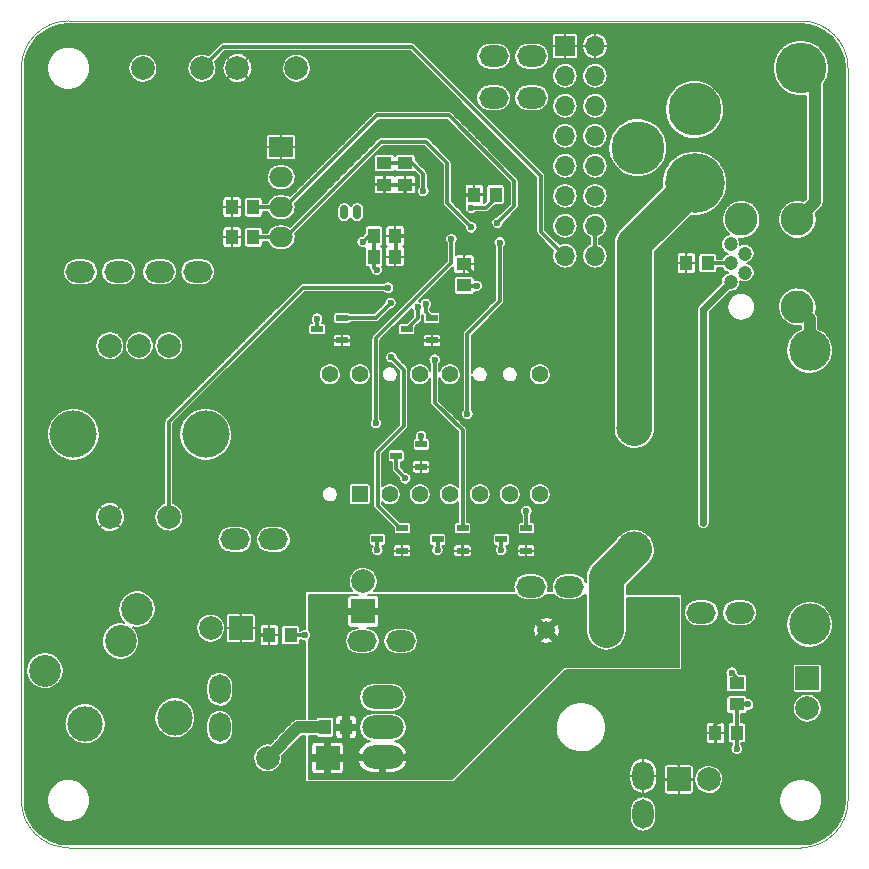
<source format=gbl>
%FSLAX46Y46*%
G04 Gerber Fmt 4.6, Leading zero omitted, Abs format (unit mm)*
G04 Created by KiCad (PCBNEW (2014-08-24 BZR 5094)-product) date Mon 25 Aug 2014 20:36:51 CEST*
%MOMM*%
G01*
G04 APERTURE LIST*
%ADD10C,0.170000*%
%ADD11C,0.100000*%
%ADD12C,2.000000*%
%ADD13C,4.300000*%
%ADD14O,3.500000X2.000000*%
%ADD15R,2.000000X2.000000*%
%ADD16C,1.501140*%
%ADD17R,2.000000X1.700000*%
%ADD18O,2.000000X1.700000*%
%ADD19C,3.000000*%
%ADD20C,3.500000*%
%ADD21C,1.195000*%
%ADD22C,2.800000*%
%ADD23C,5.050000*%
%ADD24C,4.500000*%
%ADD25C,2.700000*%
%ADD26C,4.000000*%
%ADD27R,1.700000X1.700000*%
%ADD28O,1.700000X1.700000*%
%ADD29R,1.400000X1.400000*%
%ADD30C,1.400000*%
%ADD31R,1.100000X1.300000*%
%ADD32R,1.300000X1.100000*%
%ADD33O,0.750000X1.250000*%
%ADD34R,1.000760X0.599440*%
%ADD35O,2.500000X1.800000*%
%ADD36O,1.800000X2.500000*%
%ADD37C,0.600000*%
%ADD38C,0.300000*%
%ADD39C,1.000000*%
%ADD40C,0.600000*%
%ADD41C,3.000000*%
%ADD42C,0.150000*%
G04 APERTURE END LIST*
D10*
D11*
X120000000Y-54000000D02*
G75*
G03X116000000Y-50000000I-4000000J0D01*
G74*
G01*
X116000000Y-120000000D02*
G75*
G03X120000000Y-116000000I0J4000000D01*
G74*
G01*
X50000000Y-116000000D02*
G75*
G03X54000000Y-120000000I4000000J0D01*
G74*
G01*
X54000000Y-50000000D02*
G75*
G03X50000000Y-54000000I0J-4000000D01*
G74*
G01*
X116000000Y-50000000D02*
X54000000Y-50000000D01*
X120000000Y-116000000D02*
X120000000Y-54000000D01*
X54000000Y-120000000D02*
X116000000Y-120000000D01*
X50000000Y-54000000D02*
X50000000Y-116000000D01*
D12*
X60300000Y-54000000D03*
X65300000Y-54000000D03*
D13*
X116000000Y-54000000D03*
D14*
X80600000Y-109800000D03*
X80600000Y-107260000D03*
X80600000Y-112340000D03*
D15*
X116550000Y-105655000D03*
D12*
X116550000Y-108195000D03*
D15*
X105655000Y-114225000D03*
D12*
X108195000Y-114225000D03*
D16*
X99540000Y-101600000D03*
X94460000Y-101589840D03*
D12*
X68300000Y-54000000D03*
X73300000Y-54000000D03*
D15*
X75940000Y-112400000D03*
D12*
X70860000Y-112400000D03*
D17*
X72000000Y-60690000D03*
D18*
X72000000Y-63230000D03*
X72000000Y-65770000D03*
X72000000Y-68310000D03*
D19*
X101900000Y-94750000D03*
X101900000Y-84500000D03*
D20*
X116750000Y-101100000D03*
X116750000Y-77900000D03*
D21*
X110055000Y-72100000D03*
X111255000Y-71300000D03*
X110055000Y-70500000D03*
X111255000Y-69700000D03*
X110055000Y-68900000D03*
D22*
X110955000Y-66800000D03*
X115705000Y-74200000D03*
X115705000Y-66800000D03*
D23*
X107000000Y-63740000D03*
D24*
X107000000Y-57490000D03*
X102200000Y-60740000D03*
D25*
X52000000Y-105000000D03*
X59800000Y-99800000D03*
X58400000Y-102500000D03*
D19*
X63000000Y-109000000D03*
X55400000Y-109500000D03*
D12*
X62500000Y-92000000D03*
X57500000Y-92000000D03*
X57500000Y-77500000D03*
X60000000Y-77500000D03*
X62500000Y-77500000D03*
D26*
X54400000Y-85000000D03*
X65600000Y-85000000D03*
D27*
X96030000Y-52110000D03*
D28*
X98570000Y-52110000D03*
X96030000Y-54650000D03*
X98570000Y-54650000D03*
X96030000Y-57190000D03*
X98570000Y-57190000D03*
X96030000Y-59730000D03*
X98570000Y-59730000D03*
X96030000Y-62270000D03*
X98570000Y-62270000D03*
X96030000Y-64810000D03*
X98570000Y-64810000D03*
X96030000Y-67350000D03*
X98570000Y-67350000D03*
X96030000Y-69890000D03*
X98570000Y-69890000D03*
D29*
X78650000Y-90080000D03*
D30*
X81190000Y-90080000D03*
X83730000Y-90080000D03*
X86270000Y-90080000D03*
X88810000Y-90080000D03*
X91350000Y-90080000D03*
X93890000Y-90080000D03*
X93890000Y-79920000D03*
X86270000Y-79920000D03*
X83730000Y-79920000D03*
X78650000Y-79920000D03*
X76110000Y-79920000D03*
D31*
X81650000Y-69950000D03*
X79850000Y-69950000D03*
X81650000Y-68200000D03*
X79850000Y-68200000D03*
X88350000Y-64700000D03*
X90150000Y-64700000D03*
X75700000Y-109800000D03*
X77500000Y-109800000D03*
D32*
X87500000Y-70600000D03*
X87500000Y-72400000D03*
X82500000Y-63850000D03*
X82500000Y-62050000D03*
D31*
X108775000Y-110275000D03*
X110575000Y-110275000D03*
D32*
X110575000Y-106075000D03*
X110575000Y-107875000D03*
X80750000Y-63850000D03*
X80750000Y-62050000D03*
D31*
X72800000Y-102000000D03*
X71000000Y-102000000D03*
D15*
X68570000Y-101400000D03*
D12*
X66030000Y-101400000D03*
D33*
X77350000Y-66200000D03*
X78450000Y-66200000D03*
D34*
X77156640Y-75147500D03*
X75043360Y-76100000D03*
X77156640Y-77052500D03*
X82256640Y-92947500D03*
X80143360Y-93900000D03*
X82256640Y-94852500D03*
X83856640Y-85847500D03*
X81743360Y-86800000D03*
X83856640Y-87752500D03*
X84756640Y-75147500D03*
X82643360Y-76100000D03*
X84756640Y-77052500D03*
X87356640Y-92947500D03*
X85243360Y-93900000D03*
X87356640Y-94852500D03*
X92756640Y-92947500D03*
X90643360Y-93900000D03*
X92756640Y-94852500D03*
D15*
X78950000Y-100000000D03*
D12*
X78950000Y-97460000D03*
D35*
X89980000Y-56500000D03*
X93220000Y-56500000D03*
X89980000Y-53000000D03*
X93220000Y-53000000D03*
X61710000Y-71230000D03*
X64950000Y-71230000D03*
X55010000Y-71230000D03*
X58250000Y-71230000D03*
X82120000Y-102500000D03*
X78880000Y-102500000D03*
X93150000Y-97910000D03*
X96390000Y-97910000D03*
X71329000Y-93900000D03*
X68089000Y-93900000D03*
D36*
X66800000Y-106580000D03*
X66800000Y-109820000D03*
X102650000Y-113905000D03*
X102650000Y-117145000D03*
D35*
X107580000Y-100100000D03*
X110820000Y-100100000D03*
D31*
X108110000Y-70500000D03*
X106310000Y-70500000D03*
X67850000Y-65770000D03*
X69650000Y-65770000D03*
X67850000Y-68310000D03*
X69650000Y-68310000D03*
D37*
X88075000Y-65805002D03*
X74000000Y-102000000D03*
X78900000Y-68700000D03*
X110575000Y-111625000D03*
X111550000Y-107875000D03*
X80082187Y-71082187D03*
X84040000Y-64410000D03*
X88557269Y-72429970D03*
X101500000Y-107250000D03*
X109075000Y-109300000D03*
X70100000Y-102000000D03*
X86480000Y-57010000D03*
X82700000Y-68200000D03*
X82500000Y-64900000D03*
X59330000Y-73430000D03*
X80800000Y-56990000D03*
X66030000Y-73430000D03*
X87400000Y-64700000D03*
X88540000Y-71470000D03*
X88810000Y-77730000D03*
X92530000Y-77730000D03*
X110150000Y-105175000D03*
X86420000Y-68470000D03*
X80030000Y-84060000D03*
X90500000Y-68760000D03*
X87760000Y-83260000D03*
X81060000Y-72590000D03*
X81260000Y-73880000D03*
X81337364Y-78472636D03*
X83860000Y-85140000D03*
X84250000Y-73960000D03*
X85000000Y-78680000D03*
X92760000Y-91490000D03*
X88100000Y-67470000D03*
X90310000Y-67075010D03*
X80140000Y-94790000D03*
X82520000Y-88730000D03*
X83557118Y-74259904D03*
X85240000Y-94790000D03*
X90640000Y-94810000D03*
X107750000Y-92500000D03*
X75040000Y-75210000D03*
D38*
X72800000Y-102000000D02*
X74000000Y-102000000D01*
D39*
X70860000Y-112400000D02*
X73460000Y-109800000D01*
X73460000Y-109800000D02*
X75700000Y-109800000D01*
D38*
X90202500Y-64700000D02*
X90390000Y-64512500D01*
X98570000Y-69890000D02*
X98570000Y-67350000D01*
X79850000Y-68200000D02*
X79850000Y-69950000D01*
X79850000Y-68200000D02*
X79400000Y-68200000D01*
X79400000Y-68200000D02*
X78900000Y-68700000D01*
X79797500Y-69950000D02*
X79797500Y-69597500D01*
X110575000Y-111625000D02*
X110575000Y-110275000D01*
X110575000Y-107875000D02*
X110575000Y-110275000D01*
X110575000Y-107875000D02*
X111550000Y-107875000D01*
X79850000Y-69950000D02*
X79850000Y-70900000D01*
X79850000Y-70900000D02*
X80032187Y-71082187D01*
X80032187Y-71082187D02*
X80082187Y-71082187D01*
X84040000Y-62990000D02*
X84040000Y-64410000D01*
X83047500Y-61997500D02*
X84040000Y-62990000D01*
X80750000Y-61997500D02*
X83047500Y-61997500D01*
X90150000Y-65000000D02*
X90150000Y-64700000D01*
X89344998Y-65805002D02*
X90150000Y-65000000D01*
X88075000Y-65805002D02*
X89344998Y-65805002D01*
X87522530Y-72429970D02*
X88133005Y-72429970D01*
X88133005Y-72429970D02*
X88557269Y-72429970D01*
X87500000Y-72452500D02*
X87522530Y-72429970D01*
X109075000Y-109975000D02*
X108775000Y-110275000D01*
X108775000Y-109600000D02*
X109075000Y-109300000D01*
X108775000Y-110275000D02*
X108775000Y-109600000D01*
X70100000Y-102000000D02*
X71000000Y-102000000D01*
X88297500Y-64700000D02*
X87400000Y-64700000D01*
X82700000Y-68200000D02*
X81702500Y-68200000D01*
X81702500Y-68200000D02*
X81702500Y-69950000D01*
X82500000Y-64900000D02*
X82500000Y-63902500D01*
X82500000Y-63902500D02*
X80750000Y-63902500D01*
X88370000Y-71470000D02*
X87500000Y-70600000D01*
X88540000Y-71470000D02*
X88370000Y-71470000D01*
X82256640Y-94852500D02*
X82247500Y-94852500D01*
X87356640Y-94852500D02*
X87317500Y-94852500D01*
X92756640Y-94852500D02*
X92727500Y-94852500D01*
X110575000Y-105600000D02*
X110150000Y-105175000D01*
X110575000Y-106075000D02*
X110575000Y-105600000D01*
X83075000Y-52200000D02*
X94000000Y-63125000D01*
X94000000Y-63125000D02*
X94000000Y-67860000D01*
X94000000Y-67860000D02*
X96030000Y-69890000D01*
X67100000Y-52200000D02*
X65300000Y-54000000D01*
X67100000Y-52200000D02*
X83075000Y-52200000D01*
D39*
X78950000Y-100000000D02*
X79450000Y-99500000D01*
D40*
X94460160Y-101590000D02*
X94460000Y-101589840D01*
D39*
X116750000Y-77900000D02*
X116750000Y-75245000D01*
X116750000Y-75245000D02*
X115705000Y-74200000D01*
X116000000Y-54000000D02*
X117200000Y-55200000D01*
X117200000Y-65305000D02*
X115705000Y-66800000D01*
X117200000Y-55200000D02*
X117200000Y-65305000D01*
D38*
X86420000Y-68470000D02*
X86420000Y-70480000D01*
X86420000Y-70480000D02*
X80030000Y-76870000D01*
X80030000Y-76870000D02*
X80030000Y-84060000D01*
X90500000Y-73740000D02*
X87760000Y-76480000D01*
X87760000Y-76480000D02*
X87760000Y-83260000D01*
X90500000Y-68760000D02*
X90500000Y-73740000D01*
X62500000Y-83920000D02*
X62500000Y-92000000D01*
X73830000Y-72590000D02*
X62500000Y-83920000D01*
X81060000Y-72590000D02*
X73830000Y-72590000D01*
X79992500Y-75147500D02*
X81260000Y-73880000D01*
X77156640Y-75147500D02*
X79992500Y-75147500D01*
X82380000Y-79515272D02*
X81337364Y-78472636D01*
X82380000Y-84320000D02*
X82380000Y-79515272D01*
X80184999Y-91076519D02*
X80184999Y-86515001D01*
X82055980Y-92947500D02*
X80184999Y-91076519D01*
X80184999Y-86515001D02*
X82380000Y-84320000D01*
X82256640Y-92947500D02*
X82055980Y-92947500D01*
X83860000Y-85844140D02*
X83856640Y-85847500D01*
X83860000Y-85140000D02*
X83860000Y-85844140D01*
X84250000Y-74640860D02*
X84756640Y-75147500D01*
X84250000Y-73960000D02*
X84250000Y-74640860D01*
X87356640Y-92947500D02*
X87155980Y-92947500D01*
X85000000Y-82320000D02*
X85000000Y-78680000D01*
X87356640Y-84676640D02*
X85000000Y-82320000D01*
X87356640Y-92947500D02*
X87356640Y-84676640D01*
X92760000Y-92944140D02*
X92756640Y-92947500D01*
X92760000Y-91490000D02*
X92760000Y-92944140D01*
X69650000Y-68310000D02*
X72000000Y-68310000D01*
X86060000Y-65430000D02*
X88100000Y-67470000D01*
X86060000Y-62020000D02*
X86060000Y-65430000D01*
X84250000Y-60210000D02*
X86060000Y-62020000D01*
X80490000Y-60210000D02*
X84250000Y-60210000D01*
X72390000Y-68310000D02*
X80490000Y-60210000D01*
X72000000Y-68310000D02*
X72390000Y-68310000D01*
X69650000Y-65770000D02*
X72000000Y-65770000D01*
X91730000Y-65655010D02*
X90310000Y-67075010D01*
X91730000Y-63550000D02*
X91730000Y-65655010D01*
X86180000Y-58000000D02*
X91730000Y-63550000D01*
X80130000Y-58000000D02*
X86180000Y-58000000D01*
X72360000Y-65770000D02*
X80130000Y-58000000D01*
X72000000Y-65770000D02*
X72360000Y-65770000D01*
D41*
X107000000Y-63740000D02*
X101900000Y-68840000D01*
X101900000Y-68840000D02*
X101900000Y-84500000D01*
X99540000Y-101600000D02*
X99540000Y-97110000D01*
X99540000Y-97110000D02*
X101900000Y-94750000D01*
D38*
X80140000Y-93903360D02*
X80143360Y-93900000D01*
X80140000Y-94790000D02*
X80140000Y-93903360D01*
X81743360Y-87953360D02*
X82520000Y-88730000D01*
X81743360Y-86800000D02*
X81743360Y-87953360D01*
X83557118Y-75186242D02*
X82643360Y-76100000D01*
X83557118Y-74259904D02*
X83557118Y-75186242D01*
X85240000Y-93903360D02*
X85243360Y-93900000D01*
X85240000Y-94790000D02*
X85240000Y-93903360D01*
X90643360Y-94806640D02*
X90640000Y-94810000D01*
X90643360Y-93900000D02*
X90643360Y-94806640D01*
X108110000Y-70500000D02*
X110055000Y-70500000D01*
D40*
X110055000Y-72100000D02*
X107750000Y-74405000D01*
X107750000Y-74405000D02*
X107750000Y-92500000D01*
D38*
X75043360Y-75213360D02*
X75040000Y-75210000D01*
X75043360Y-76100000D02*
X75043360Y-75213360D01*
D42*
X54000379Y-50275000D02*
X115986545Y-50275000D01*
X53180740Y-50374200D02*
X116812579Y-50374200D01*
X52860277Y-50473400D02*
X117141144Y-50473400D01*
X52547166Y-50572600D02*
X117447787Y-50572600D01*
X52363699Y-50671800D02*
X117634356Y-50671800D01*
X52180233Y-50771000D02*
X117820924Y-50771000D01*
X51996766Y-50870200D02*
X118007493Y-50870200D01*
X51849480Y-50969400D02*
X118147627Y-50969400D01*
X51729568Y-51068600D02*
X94982491Y-51068600D01*
X96025000Y-51068600D02*
X96035000Y-51068600D01*
X97077508Y-51068600D02*
X98155212Y-51068600D01*
X98565000Y-51068600D02*
X98575000Y-51068600D01*
X98984787Y-51068600D02*
X118269259Y-51068600D01*
X51609656Y-51167800D02*
X94920532Y-51167800D01*
X96025000Y-51167800D02*
X96035000Y-51167800D01*
X97139467Y-51167800D02*
X97962998Y-51167800D01*
X98565000Y-51167800D02*
X98575000Y-51167800D01*
X99177001Y-51167800D02*
X118390890Y-51167800D01*
X51489744Y-51267000D02*
X94905000Y-51267000D01*
X96025000Y-51267000D02*
X96035000Y-51267000D01*
X97155000Y-51267000D02*
X97833227Y-51267000D01*
X98565000Y-51267000D02*
X98575000Y-51267000D01*
X99306772Y-51267000D02*
X118512522Y-51267000D01*
X51369832Y-51366200D02*
X94905000Y-51366200D01*
X96025000Y-51366200D02*
X96035000Y-51366200D01*
X97155000Y-51366200D02*
X97729324Y-51366200D01*
X98565000Y-51366200D02*
X98575000Y-51366200D01*
X99410675Y-51366200D02*
X118630795Y-51366200D01*
X51285007Y-51465400D02*
X94905000Y-51465400D01*
X96025000Y-51465400D02*
X96035000Y-51465400D01*
X97155000Y-51465400D02*
X97653536Y-51465400D01*
X98565000Y-51465400D02*
X98575000Y-51465400D01*
X99486463Y-51465400D02*
X118712861Y-51465400D01*
X51204101Y-51564600D02*
X94905000Y-51564600D01*
X96025000Y-51564600D02*
X96035000Y-51564600D01*
X97155000Y-51564600D02*
X97590510Y-51564600D01*
X98565000Y-51564600D02*
X98575000Y-51564600D01*
X99549489Y-51564600D02*
X118794926Y-51564600D01*
X51123196Y-51663800D02*
X94905000Y-51663800D01*
X96025000Y-51663800D02*
X96035000Y-51663800D01*
X97155000Y-51663800D02*
X97541848Y-51663800D01*
X98565000Y-51663800D02*
X98575000Y-51663800D01*
X99598151Y-51663800D02*
X115544871Y-51663800D01*
X116455635Y-51663800D02*
X118876992Y-51663800D01*
X51042290Y-51763000D02*
X94905000Y-51763000D01*
X96025000Y-51763000D02*
X96035000Y-51763000D01*
X97155000Y-51763000D02*
X97503770Y-51763000D01*
X98565000Y-51763000D02*
X98575000Y-51763000D01*
X99636229Y-51763000D02*
X115183164Y-51763000D01*
X116820339Y-51763000D02*
X118959057Y-51763000D01*
X50961385Y-51862200D02*
X66929750Y-51862200D01*
X83245563Y-51862200D02*
X94905000Y-51862200D01*
X96025000Y-51862200D02*
X96035000Y-51862200D01*
X97155000Y-51862200D02*
X97477412Y-51862200D01*
X98565000Y-51862200D02*
X98575000Y-51862200D01*
X99662587Y-51862200D02*
X114937635Y-51862200D01*
X117056327Y-51862200D02*
X119041122Y-51862200D01*
X50886740Y-51961400D02*
X66801198Y-51961400D01*
X83373802Y-51961400D02*
X89180687Y-51961400D01*
X90782356Y-51961400D02*
X92420687Y-51961400D01*
X94022356Y-51961400D02*
X94905000Y-51961400D01*
X96025000Y-51961400D02*
X96035000Y-51961400D01*
X97155000Y-51961400D02*
X97469588Y-51961400D01*
X98565000Y-51961400D02*
X98575000Y-51961400D01*
X99670413Y-51961400D02*
X99680356Y-51961400D01*
X99680356Y-51961400D02*
X114768590Y-51961400D01*
X117233968Y-51961400D02*
X119110677Y-51961400D01*
X50833995Y-52060600D02*
X66701998Y-52060600D01*
X83473002Y-52060600D02*
X88995298Y-52060600D01*
X90962801Y-52060600D02*
X92235298Y-52060600D01*
X94202801Y-52060600D02*
X94929350Y-52060600D01*
X96025000Y-52060600D02*
X96035000Y-52060600D01*
X97130650Y-52060600D02*
X97155000Y-52060600D01*
X97155000Y-52060600D02*
X97500103Y-52060600D01*
X98565000Y-52060600D02*
X98575000Y-52060600D01*
X99639898Y-52060600D02*
X99680356Y-52060600D01*
X99680356Y-52060600D02*
X114616997Y-52060600D01*
X117381038Y-52060600D02*
X119164314Y-52060600D01*
X50781249Y-52159800D02*
X66602798Y-52159800D01*
X83572202Y-52159800D02*
X88873666Y-52159800D01*
X91085427Y-52159800D02*
X92113666Y-52159800D01*
X94325427Y-52159800D02*
X94928950Y-52159800D01*
X96025000Y-52159800D02*
X96035000Y-52159800D01*
X97131050Y-52159800D02*
X97155000Y-52159800D01*
X97155000Y-52159800D02*
X97499979Y-52159800D01*
X98565000Y-52159800D02*
X98575000Y-52159800D01*
X99640020Y-52159800D02*
X99680356Y-52159800D01*
X99680356Y-52159800D02*
X114477368Y-52159800D01*
X117526887Y-52159800D02*
X119217952Y-52159800D01*
X50728504Y-52259000D02*
X53423791Y-52259000D01*
X54580917Y-52259000D02*
X66503598Y-52259000D01*
X83671402Y-52259000D02*
X88776291Y-52259000D01*
X91184410Y-52259000D02*
X92016291Y-52259000D01*
X94424410Y-52259000D02*
X94905000Y-52259000D01*
X96025000Y-52259000D02*
X96035000Y-52259000D01*
X97155000Y-52259000D02*
X97469464Y-52259000D01*
X98565000Y-52259000D02*
X98575000Y-52259000D01*
X99670535Y-52259000D02*
X99680356Y-52259000D01*
X99680356Y-52259000D02*
X114376068Y-52259000D01*
X117625397Y-52259000D02*
X119271589Y-52259000D01*
X50675759Y-52358200D02*
X53178262Y-52358200D01*
X54816905Y-52358200D02*
X66404398Y-52358200D01*
X83770602Y-52358200D02*
X88694226Y-52358200D01*
X91264169Y-52358200D02*
X91934226Y-52358200D01*
X94504169Y-52358200D02*
X94905000Y-52358200D01*
X96025000Y-52358200D02*
X96035000Y-52358200D01*
X97155000Y-52358200D02*
X97477519Y-52358200D01*
X98565000Y-52358200D02*
X98575000Y-52358200D01*
X99662482Y-52358200D02*
X99680356Y-52358200D01*
X99680356Y-52358200D02*
X114274768Y-52358200D01*
X117723906Y-52358200D02*
X119325226Y-52358200D01*
X50623013Y-52457400D02*
X53015115Y-52457400D01*
X54985715Y-52457400D02*
X66305198Y-52457400D01*
X83869802Y-52457400D02*
X88637749Y-52457400D01*
X91322513Y-52457400D02*
X91877749Y-52457400D01*
X94562513Y-52457400D02*
X94905000Y-52457400D01*
X96025000Y-52457400D02*
X96035000Y-52457400D01*
X97155000Y-52457400D02*
X97503877Y-52457400D01*
X98565000Y-52457400D02*
X98575000Y-52457400D01*
X99636124Y-52457400D02*
X99680356Y-52457400D01*
X99680356Y-52457400D02*
X114173468Y-52457400D01*
X117822416Y-52457400D02*
X119378863Y-52457400D01*
X50570268Y-52556600D02*
X52863521Y-52556600D01*
X55132785Y-52556600D02*
X66205998Y-52556600D01*
X83969002Y-52556600D02*
X88584111Y-52556600D01*
X91374373Y-52556600D02*
X91824111Y-52556600D01*
X94614373Y-52556600D02*
X94905000Y-52556600D01*
X96025000Y-52556600D02*
X96035000Y-52556600D01*
X97155000Y-52556600D02*
X97542045Y-52556600D01*
X98565000Y-52556600D02*
X98575000Y-52556600D01*
X99597956Y-52556600D02*
X99680356Y-52556600D01*
X99680356Y-52556600D02*
X114103740Y-52556600D01*
X117898542Y-52556600D02*
X119432501Y-52556600D01*
X50534707Y-52655800D02*
X52756994Y-52655800D01*
X55244286Y-52655800D02*
X66106798Y-52655800D01*
X67181601Y-52655800D02*
X82993399Y-52655800D01*
X84068202Y-52655800D02*
X88552131Y-52655800D01*
X91408160Y-52655800D02*
X91792131Y-52655800D01*
X94648160Y-52655800D02*
X94905000Y-52655800D01*
X96025000Y-52655800D02*
X96035000Y-52655800D01*
X97155000Y-52655800D02*
X97590707Y-52655800D01*
X98565000Y-52655800D02*
X98575000Y-52655800D01*
X99549294Y-52655800D02*
X99680356Y-52655800D01*
X99680356Y-52655800D02*
X114035817Y-52655800D01*
X117964451Y-52655800D02*
X119463304Y-52655800D01*
X50504756Y-52755000D02*
X52655695Y-52755000D01*
X55342796Y-52755000D02*
X66007598Y-52755000D01*
X67082401Y-52755000D02*
X68020702Y-52755000D01*
X68599849Y-52755000D02*
X83092599Y-52755000D01*
X84167402Y-52755000D02*
X88521423Y-52755000D01*
X91437357Y-52755000D02*
X91761423Y-52755000D01*
X94677357Y-52755000D02*
X94905000Y-52755000D01*
X96025000Y-52755000D02*
X96035000Y-52755000D01*
X97155000Y-52755000D02*
X97653843Y-52755000D01*
X98565000Y-52755000D02*
X98575000Y-52755000D01*
X99486158Y-52755000D02*
X99680356Y-52755000D01*
X99680356Y-52755000D02*
X113967893Y-52755000D01*
X118030359Y-52755000D02*
X119494011Y-52755000D01*
X50474806Y-52854200D02*
X52566573Y-52854200D01*
X55435913Y-52854200D02*
X59852370Y-52854200D01*
X60748450Y-52854200D02*
X64852370Y-52854200D01*
X65748450Y-52854200D02*
X65908398Y-52854200D01*
X66983201Y-52854200D02*
X67740741Y-52854200D01*
X68865862Y-52854200D02*
X72852370Y-52854200D01*
X73748450Y-52854200D02*
X83191799Y-52854200D01*
X84266602Y-52854200D02*
X88507361Y-52854200D01*
X91453146Y-52854200D02*
X91747361Y-52854200D01*
X94693146Y-52854200D02*
X94905000Y-52854200D01*
X96025000Y-52854200D02*
X96035000Y-52854200D01*
X97155000Y-52854200D02*
X97729631Y-52854200D01*
X98565000Y-52854200D02*
X98575000Y-52854200D01*
X99410370Y-52854200D02*
X99680356Y-52854200D01*
X99680356Y-52854200D02*
X113901589Y-52854200D01*
X118096267Y-52854200D02*
X119524719Y-52854200D01*
X50444856Y-52953400D02*
X52498649Y-52953400D01*
X55501822Y-52953400D02*
X59652960Y-52953400D01*
X60948044Y-52953400D02*
X64652960Y-52953400D01*
X66884001Y-52953400D02*
X67561746Y-52953400D01*
X69036638Y-52953400D02*
X72652960Y-52953400D01*
X73948044Y-52953400D02*
X83290999Y-52953400D01*
X84365802Y-52953400D02*
X88496935Y-52953400D01*
X91462174Y-52953400D02*
X91736935Y-52953400D01*
X94702174Y-52953400D02*
X94905000Y-52953400D01*
X96025000Y-52953400D02*
X96035000Y-52953400D01*
X97155000Y-52953400D02*
X97833682Y-52953400D01*
X98565000Y-52953400D02*
X98575000Y-52953400D01*
X99306319Y-52953400D02*
X99680356Y-52953400D01*
X99680356Y-52953400D02*
X113859072Y-52953400D01*
X118142969Y-52953400D02*
X119555426Y-52953400D01*
X50414905Y-53052600D02*
X52430725Y-53052600D01*
X55567730Y-53052600D02*
X59509389Y-53052600D01*
X61092707Y-53052600D02*
X64509389Y-53052600D01*
X66784801Y-53052600D02*
X67497015Y-53052600D01*
X69102984Y-53052600D02*
X72509389Y-53052600D01*
X74092707Y-53052600D02*
X83390199Y-53052600D01*
X84465002Y-53052600D02*
X88498372Y-53052600D01*
X91462434Y-53052600D02*
X91467133Y-53052600D01*
X91467133Y-53052600D02*
X91738372Y-53052600D01*
X94702434Y-53052600D02*
X94707133Y-53052600D01*
X94707133Y-53052600D02*
X94920699Y-53052600D01*
X96025000Y-53052600D02*
X96035000Y-53052600D01*
X97139302Y-53052600D02*
X97155000Y-53052600D01*
X97155000Y-53052600D02*
X97963689Y-53052600D01*
X98565000Y-53052600D02*
X98575000Y-53052600D01*
X99176312Y-53052600D02*
X99680356Y-53052600D01*
X99680356Y-53052600D02*
X113816554Y-53052600D01*
X118183856Y-53052600D02*
X119586134Y-53052600D01*
X50384955Y-53151800D02*
X52372451Y-53151800D01*
X55629832Y-53151800D02*
X59408090Y-53151800D01*
X61191216Y-53151800D02*
X64408090Y-53151800D01*
X66685601Y-53151800D02*
X67429672Y-53151800D01*
X67444729Y-53151800D02*
X67458871Y-53151800D01*
X69141129Y-53151800D02*
X69153767Y-53151800D01*
X69153767Y-53151800D02*
X69155271Y-53151800D01*
X69170327Y-53151800D02*
X72408090Y-53151800D01*
X74191216Y-53151800D02*
X83489399Y-53151800D01*
X84564202Y-53151800D02*
X88507400Y-53151800D01*
X91452008Y-53151800D02*
X91467133Y-53151800D01*
X91467133Y-53151800D02*
X91747400Y-53151800D01*
X94692008Y-53151800D02*
X94707133Y-53151800D01*
X94707133Y-53151800D02*
X94982892Y-53151800D01*
X96025000Y-53151800D02*
X96035000Y-53151800D01*
X97077109Y-53151800D02*
X97155000Y-53151800D01*
X97155000Y-53151800D02*
X98156383Y-53151800D01*
X98565000Y-53151800D02*
X98575000Y-53151800D01*
X98983618Y-53151800D02*
X99680356Y-53151800D01*
X99680356Y-53151800D02*
X113774037Y-53151800D01*
X118224744Y-53151800D02*
X119616841Y-53151800D01*
X50355004Y-53251000D02*
X52329934Y-53251000D01*
X55670719Y-53251000D02*
X59322083Y-53251000D01*
X61279158Y-53251000D02*
X64322083Y-53251000D01*
X66586401Y-53251000D02*
X67260580Y-53251000D01*
X67543929Y-53251000D02*
X67558071Y-53251000D01*
X69041929Y-53251000D02*
X69056071Y-53251000D01*
X69339419Y-53251000D02*
X72322083Y-53251000D01*
X74279158Y-53251000D02*
X83588599Y-53251000D01*
X84663402Y-53251000D02*
X88524409Y-53251000D01*
X91436720Y-53251000D02*
X91467133Y-53251000D01*
X91467133Y-53251000D02*
X91764409Y-53251000D01*
X94676720Y-53251000D02*
X94707133Y-53251000D01*
X94707133Y-53251000D02*
X96025000Y-53251000D01*
X96025000Y-53251000D02*
X97155000Y-53251000D01*
X97155000Y-53251000D02*
X98565000Y-53251000D01*
X98565000Y-53251000D02*
X99680356Y-53251000D01*
X99680356Y-53251000D02*
X113731520Y-53251000D01*
X118265631Y-53251000D02*
X119647549Y-53251000D01*
X50340032Y-53350200D02*
X52287417Y-53350200D01*
X55711607Y-53350200D02*
X59254160Y-53350200D01*
X61345066Y-53350200D02*
X64254160Y-53350200D01*
X66487201Y-53350200D02*
X67202957Y-53350200D01*
X67643129Y-53350200D02*
X67657271Y-53350200D01*
X68942729Y-53350200D02*
X68956871Y-53350200D01*
X69401446Y-53350200D02*
X72254160Y-53350200D01*
X74345066Y-53350200D02*
X83687799Y-53350200D01*
X84762602Y-53350200D02*
X88553605Y-53350200D01*
X91406012Y-53350200D02*
X91467133Y-53350200D01*
X91467133Y-53350200D02*
X91793605Y-53350200D01*
X94646012Y-53350200D02*
X94707133Y-53350200D01*
X94707133Y-53350200D02*
X96025000Y-53350200D01*
X96025000Y-53350200D02*
X97155000Y-53350200D01*
X97155000Y-53350200D02*
X98565000Y-53350200D01*
X98565000Y-53350200D02*
X99680356Y-53350200D01*
X99680356Y-53350200D02*
X113704843Y-53350200D01*
X118297647Y-53350200D02*
X119658026Y-53350200D01*
X50330306Y-53449400D02*
X52246070Y-53449400D01*
X55752494Y-53449400D02*
X59197716Y-53449400D01*
X61403498Y-53449400D02*
X64197716Y-53449400D01*
X66403498Y-53449400D02*
X67145334Y-53449400D01*
X67742329Y-53449400D02*
X67756471Y-53449400D01*
X68843529Y-53449400D02*
X68857671Y-53449400D01*
X69450041Y-53449400D02*
X72197716Y-53449400D01*
X74403498Y-53449400D02*
X83786999Y-53449400D01*
X84861802Y-53449400D02*
X88588764Y-53449400D01*
X91372645Y-53449400D02*
X91467133Y-53449400D01*
X91467133Y-53449400D02*
X91828764Y-53449400D01*
X94612645Y-53449400D02*
X94707133Y-53449400D01*
X94707133Y-53449400D02*
X96025000Y-53449400D01*
X96025000Y-53449400D02*
X97155000Y-53449400D01*
X97155000Y-53449400D02*
X98565000Y-53449400D01*
X98565000Y-53449400D02*
X99680356Y-53449400D01*
X99680356Y-53449400D02*
X113683758Y-53449400D01*
X118317289Y-53449400D02*
X119668452Y-53449400D01*
X50320579Y-53548600D02*
X52224984Y-53548600D01*
X55776229Y-53548600D02*
X59155199Y-53548600D01*
X61444385Y-53548600D02*
X64155199Y-53548600D01*
X66444385Y-53548600D02*
X67106891Y-53548600D01*
X67841529Y-53548600D02*
X67855671Y-53548600D01*
X68744329Y-53548600D02*
X68758471Y-53548600D01*
X69498636Y-53548600D02*
X72155199Y-53548600D01*
X74444385Y-53548600D02*
X83886199Y-53548600D01*
X84961002Y-53548600D02*
X88640624Y-53548600D01*
X91319007Y-53548600D02*
X91467133Y-53548600D01*
X91467133Y-53548600D02*
X91880624Y-53548600D01*
X94559007Y-53548600D02*
X94707133Y-53548600D01*
X94707133Y-53548600D02*
X96025000Y-53548600D01*
X96025000Y-53548600D02*
X97155000Y-53548600D01*
X97155000Y-53548600D02*
X98565000Y-53548600D01*
X98565000Y-53548600D02*
X99680356Y-53548600D01*
X99680356Y-53548600D02*
X113662672Y-53548600D01*
X118336931Y-53548600D02*
X119678879Y-53548600D01*
X50310853Y-53647800D02*
X52203898Y-53647800D01*
X55795871Y-53647800D02*
X59117330Y-53647800D01*
X61484195Y-53647800D02*
X64117330Y-53647800D01*
X66484195Y-53647800D02*
X67072925Y-53647800D01*
X67940729Y-53647800D02*
X67954871Y-53647800D01*
X68645129Y-53647800D02*
X68659271Y-53647800D01*
X69525672Y-53647800D02*
X72117330Y-53647800D01*
X74484195Y-53647800D02*
X83985399Y-53647800D01*
X85060202Y-53647800D02*
X88700655Y-53647800D01*
X91260810Y-53647800D02*
X91467133Y-53647800D01*
X91467133Y-53647800D02*
X91940655Y-53647800D01*
X94500810Y-53647800D02*
X94707133Y-53647800D01*
X94707133Y-53647800D02*
X95617037Y-53647800D01*
X96444117Y-53647800D02*
X97155000Y-53647800D01*
X97155000Y-53647800D02*
X98157037Y-53647800D01*
X98984117Y-53647800D02*
X99680356Y-53647800D01*
X99680356Y-53647800D02*
X113641587Y-53647800D01*
X118356573Y-53647800D02*
X119689306Y-53647800D01*
X50301126Y-53747000D02*
X52182813Y-53747000D01*
X55815513Y-53747000D02*
X59096244Y-53747000D01*
X61503837Y-53747000D02*
X64096244Y-53747000D01*
X66503837Y-53747000D02*
X67047534Y-53747000D01*
X68039929Y-53747000D02*
X68054071Y-53747000D01*
X68545929Y-53747000D02*
X68560071Y-53747000D01*
X69551971Y-53747000D02*
X72096244Y-53747000D01*
X74503837Y-53747000D02*
X84084599Y-53747000D01*
X85159402Y-53747000D02*
X88780414Y-53747000D01*
X91178745Y-53747000D02*
X91467133Y-53747000D01*
X91467133Y-53747000D02*
X92020414Y-53747000D01*
X94418745Y-53747000D02*
X94707133Y-53747000D01*
X94707133Y-53747000D02*
X95431255Y-53747000D01*
X96629465Y-53747000D02*
X97155000Y-53747000D01*
X97155000Y-53747000D02*
X97971255Y-53747000D01*
X99169465Y-53747000D02*
X99680356Y-53747000D01*
X99680356Y-53747000D02*
X113623198Y-53747000D01*
X118376215Y-53747000D02*
X119699732Y-53747000D01*
X50291400Y-53846200D02*
X52171890Y-53846200D01*
X55829721Y-53846200D02*
X55830079Y-53846200D01*
X55830079Y-53846200D02*
X59075159Y-53846200D01*
X61523479Y-53846200D02*
X64075159Y-53846200D01*
X66523479Y-53846200D02*
X67034208Y-53846200D01*
X68139129Y-53846200D02*
X68153271Y-53846200D01*
X68446729Y-53846200D02*
X68460871Y-53846200D01*
X69567845Y-53846200D02*
X72075159Y-53846200D01*
X74523479Y-53846200D02*
X84183799Y-53846200D01*
X85258602Y-53846200D02*
X88881723Y-53846200D01*
X91078977Y-53846200D02*
X91467133Y-53846200D01*
X91467133Y-53846200D02*
X92121723Y-53846200D01*
X94318977Y-53846200D02*
X94707133Y-53846200D01*
X94707133Y-53846200D02*
X95307875Y-53846200D01*
X96750923Y-53846200D02*
X97155000Y-53846200D01*
X97155000Y-53846200D02*
X97847875Y-53846200D01*
X99290923Y-53846200D02*
X99680356Y-53846200D01*
X99680356Y-53846200D02*
X113621813Y-53846200D01*
X118378991Y-53846200D02*
X118380102Y-53846200D01*
X118380102Y-53846200D02*
X119710159Y-53846200D01*
X50281673Y-53945400D02*
X52170505Y-53945400D01*
X55828336Y-53945400D02*
X55830079Y-53945400D01*
X55830079Y-53945400D02*
X59070590Y-53945400D01*
X61529131Y-53945400D02*
X61530052Y-53945400D01*
X61530052Y-53945400D02*
X64070590Y-53945400D01*
X66529131Y-53945400D02*
X67020882Y-53945400D01*
X68238329Y-53945400D02*
X68252471Y-53945400D01*
X68347529Y-53945400D02*
X68361671Y-53945400D01*
X69574084Y-53945400D02*
X72070590Y-53945400D01*
X74529131Y-53945400D02*
X74530052Y-53945400D01*
X74530052Y-53945400D02*
X84282999Y-53945400D01*
X85357802Y-53945400D02*
X89008113Y-53945400D01*
X90954596Y-53945400D02*
X91467133Y-53945400D01*
X91467133Y-53945400D02*
X92248113Y-53945400D01*
X94194596Y-53945400D02*
X94707133Y-53945400D01*
X94707133Y-53945400D02*
X95213733Y-53945400D01*
X96846601Y-53945400D02*
X97155000Y-53945400D01*
X97155000Y-53945400D02*
X97753733Y-53945400D01*
X99386601Y-53945400D02*
X99680356Y-53945400D01*
X99680356Y-53945400D02*
X113620427Y-53945400D01*
X118377606Y-53945400D02*
X118380102Y-53945400D01*
X118380102Y-53945400D02*
X119720585Y-53945400D01*
X50275000Y-54044600D02*
X52169119Y-54044600D01*
X55826951Y-54044600D02*
X55830079Y-54044600D01*
X55830079Y-54044600D02*
X59069205Y-54044600D01*
X61527746Y-54044600D02*
X61530052Y-54044600D01*
X61530052Y-54044600D02*
X64069205Y-54044600D01*
X66527746Y-54044600D02*
X67025287Y-54044600D01*
X68248329Y-54044600D02*
X68262471Y-54044600D01*
X68337529Y-54044600D02*
X68351671Y-54044600D01*
X69580322Y-54044600D02*
X72069205Y-54044600D01*
X74527746Y-54044600D02*
X74530052Y-54044600D01*
X74530052Y-54044600D02*
X84382199Y-54044600D01*
X85457002Y-54044600D02*
X89196527Y-54044600D01*
X90768029Y-54044600D02*
X91467133Y-54044600D01*
X91467133Y-54044600D02*
X92436527Y-54044600D01*
X94008029Y-54044600D02*
X94707133Y-54044600D01*
X94707133Y-54044600D02*
X95133384Y-54044600D01*
X96927507Y-54044600D02*
X97155000Y-54044600D01*
X97155000Y-54044600D02*
X97673384Y-54044600D01*
X99467507Y-54044600D02*
X99680356Y-54044600D01*
X99680356Y-54044600D02*
X113619042Y-54044600D01*
X118376221Y-54044600D02*
X118380102Y-54044600D01*
X118380102Y-54044600D02*
X119725000Y-54044600D01*
X50275000Y-54143800D02*
X52167734Y-54143800D01*
X55825566Y-54143800D02*
X55830079Y-54143800D01*
X55830079Y-54143800D02*
X59075795Y-54143800D01*
X61526361Y-54143800D02*
X61530052Y-54143800D01*
X61530052Y-54143800D02*
X64075795Y-54143800D01*
X66526361Y-54143800D02*
X67031526Y-54143800D01*
X68149129Y-54143800D02*
X68163271Y-54143800D01*
X68436729Y-54143800D02*
X68450871Y-54143800D01*
X69567135Y-54143800D02*
X69580367Y-54143800D01*
X69580367Y-54143800D02*
X72075795Y-54143800D01*
X74526361Y-54143800D02*
X74530052Y-54143800D01*
X74530052Y-54143800D02*
X84481399Y-54143800D01*
X85556202Y-54143800D02*
X91467133Y-54143800D01*
X91467133Y-54143800D02*
X94707133Y-54143800D01*
X94707133Y-54143800D02*
X95078849Y-54143800D01*
X96980965Y-54143800D02*
X97155000Y-54143800D01*
X97155000Y-54143800D02*
X97618849Y-54143800D01*
X99520965Y-54143800D02*
X99680356Y-54143800D01*
X99680356Y-54143800D02*
X113617657Y-54143800D01*
X118374836Y-54143800D02*
X118380102Y-54143800D01*
X118380102Y-54143800D02*
X119725000Y-54143800D01*
X50275000Y-54243000D02*
X52183953Y-54243000D01*
X55821509Y-54243000D02*
X55830079Y-54243000D01*
X55830079Y-54243000D02*
X59094002Y-54243000D01*
X61506191Y-54243000D02*
X61530052Y-54243000D01*
X61530052Y-54243000D02*
X64094002Y-54243000D01*
X66506191Y-54243000D02*
X67045378Y-54243000D01*
X68049929Y-54243000D02*
X68064071Y-54243000D01*
X68535929Y-54243000D02*
X68550071Y-54243000D01*
X69553809Y-54243000D02*
X69580367Y-54243000D01*
X69580367Y-54243000D02*
X72094002Y-54243000D01*
X74506191Y-54243000D02*
X74530052Y-54243000D01*
X74530052Y-54243000D02*
X84580599Y-54243000D01*
X85655402Y-54243000D02*
X91467133Y-54243000D01*
X91467133Y-54243000D02*
X94707133Y-54243000D01*
X94707133Y-54243000D02*
X95029821Y-54243000D01*
X97031463Y-54243000D02*
X97155000Y-54243000D01*
X97155000Y-54243000D02*
X97569821Y-54243000D01*
X99571463Y-54243000D02*
X99680356Y-54243000D01*
X99680356Y-54243000D02*
X113624742Y-54243000D01*
X118373451Y-54243000D02*
X118380102Y-54243000D01*
X118380102Y-54243000D02*
X119725000Y-54243000D01*
X50275000Y-54342200D02*
X52202159Y-54342200D01*
X55798971Y-54342200D02*
X55830079Y-54342200D01*
X55830079Y-54342200D02*
X59112533Y-54342200D01*
X61483653Y-54342200D02*
X61530052Y-54342200D01*
X61530052Y-54342200D02*
X64112533Y-54342200D01*
X66483653Y-54342200D02*
X67071677Y-54342200D01*
X67950729Y-54342200D02*
X67964871Y-54342200D01*
X68635129Y-54342200D02*
X68649271Y-54342200D01*
X69530500Y-54342200D02*
X69580367Y-54342200D01*
X69580367Y-54342200D02*
X72112533Y-54342200D01*
X74483653Y-54342200D02*
X74530052Y-54342200D01*
X74530052Y-54342200D02*
X84679799Y-54342200D01*
X85754602Y-54342200D02*
X91467133Y-54342200D01*
X91467133Y-54342200D02*
X94707133Y-54342200D01*
X94707133Y-54342200D02*
X94998353Y-54342200D01*
X97061413Y-54342200D02*
X97155000Y-54342200D01*
X97155000Y-54342200D02*
X97538353Y-54342200D01*
X99601413Y-54342200D02*
X99680356Y-54342200D01*
X99680356Y-54342200D02*
X113642949Y-54342200D01*
X118363011Y-54342200D02*
X118380102Y-54342200D01*
X118380102Y-54342200D02*
X119725000Y-54342200D01*
X50275000Y-54441400D02*
X52220366Y-54441400D01*
X55776433Y-54441400D02*
X55830079Y-54441400D01*
X55830079Y-54441400D02*
X59151808Y-54441400D01*
X61449936Y-54441400D02*
X61530052Y-54441400D01*
X61530052Y-54441400D02*
X64151808Y-54441400D01*
X66449936Y-54441400D02*
X67097976Y-54441400D01*
X67851529Y-54441400D02*
X67865671Y-54441400D01*
X68734329Y-54441400D02*
X68748471Y-54441400D01*
X69496533Y-54441400D02*
X69580367Y-54441400D01*
X69580367Y-54441400D02*
X72151808Y-54441400D01*
X74449936Y-54441400D02*
X74530052Y-54441400D01*
X74530052Y-54441400D02*
X84778999Y-54441400D01*
X85853802Y-54441400D02*
X91467133Y-54441400D01*
X91467133Y-54441400D02*
X94707133Y-54441400D01*
X94707133Y-54441400D02*
X94971226Y-54441400D01*
X97090059Y-54441400D02*
X97155000Y-54441400D01*
X97155000Y-54441400D02*
X97511226Y-54441400D01*
X99630059Y-54441400D02*
X99680356Y-54441400D01*
X99680356Y-54441400D02*
X113661155Y-54441400D01*
X118340473Y-54441400D02*
X118380102Y-54441400D01*
X118380102Y-54441400D02*
X119725000Y-54441400D01*
X50275000Y-54540600D02*
X52245739Y-54540600D01*
X55753895Y-54540600D02*
X55830079Y-54540600D01*
X55830079Y-54540600D02*
X59191084Y-54540600D01*
X61405770Y-54540600D02*
X61530052Y-54540600D01*
X61530052Y-54540600D02*
X64191084Y-54540600D01*
X66405770Y-54540600D02*
X67145060Y-54540600D01*
X67752329Y-54540600D02*
X67766471Y-54540600D01*
X68833529Y-54540600D02*
X68847671Y-54540600D01*
X69460475Y-54540600D02*
X69580367Y-54540600D01*
X69580367Y-54540600D02*
X72191084Y-54540600D01*
X74405770Y-54540600D02*
X74530052Y-54540600D01*
X74530052Y-54540600D02*
X84878199Y-54540600D01*
X85953002Y-54540600D02*
X91467133Y-54540600D01*
X91467133Y-54540600D02*
X94707133Y-54540600D01*
X94707133Y-54540600D02*
X94960098Y-54540600D01*
X97099785Y-54540600D02*
X97155000Y-54540600D01*
X97155000Y-54540600D02*
X97500098Y-54540600D01*
X99639785Y-54540600D02*
X99680356Y-54540600D01*
X99680356Y-54540600D02*
X113679362Y-54540600D01*
X118317936Y-54540600D02*
X118380102Y-54540600D01*
X118380102Y-54540600D02*
X119725000Y-54540600D01*
X50275000Y-54639800D02*
X52285015Y-54639800D01*
X55718414Y-54639800D02*
X55830079Y-54639800D01*
X55830079Y-54639800D02*
X59248962Y-54639800D01*
X61353976Y-54639800D02*
X61530052Y-54639800D01*
X61530052Y-54639800D02*
X64248962Y-54639800D01*
X66353976Y-54639800D02*
X67193655Y-54639800D01*
X67653129Y-54639800D02*
X67667271Y-54639800D01*
X68932729Y-54639800D02*
X68946871Y-54639800D01*
X69402852Y-54639800D02*
X69580367Y-54639800D01*
X69580367Y-54639800D02*
X72248962Y-54639800D01*
X74353976Y-54639800D02*
X74530052Y-54639800D01*
X74530052Y-54639800D02*
X84977399Y-54639800D01*
X86052202Y-54639800D02*
X91467133Y-54639800D01*
X91467133Y-54639800D02*
X94707133Y-54639800D01*
X94707133Y-54639800D02*
X94950034Y-54639800D01*
X97109512Y-54639800D02*
X97155000Y-54639800D01*
X97155000Y-54639800D02*
X97490034Y-54639800D01*
X99649512Y-54639800D02*
X99680356Y-54639800D01*
X99680356Y-54639800D02*
X113697569Y-54639800D01*
X118295398Y-54639800D02*
X118380102Y-54639800D01*
X118380102Y-54639800D02*
X119725000Y-54639800D01*
X50275000Y-54739000D02*
X52324291Y-54739000D01*
X55674247Y-54739000D02*
X55830079Y-54739000D01*
X55830079Y-54739000D02*
X59312892Y-54739000D01*
X61283999Y-54739000D02*
X61530052Y-54739000D01*
X61530052Y-54739000D02*
X64312892Y-54739000D01*
X66283999Y-54739000D02*
X67253899Y-54739000D01*
X67553929Y-54739000D02*
X67568071Y-54739000D01*
X69031929Y-54739000D02*
X69046071Y-54739000D01*
X69345229Y-54739000D02*
X69580367Y-54739000D01*
X69580367Y-54739000D02*
X72312892Y-54739000D01*
X74283999Y-54739000D02*
X74530052Y-54739000D01*
X74530052Y-54739000D02*
X85076599Y-54739000D01*
X86151402Y-54739000D02*
X91467133Y-54739000D01*
X91467133Y-54739000D02*
X94707133Y-54739000D01*
X94707133Y-54739000D02*
X94958214Y-54739000D01*
X97102190Y-54739000D02*
X97110000Y-54739000D01*
X97110000Y-54739000D02*
X97155000Y-54739000D01*
X97155000Y-54739000D02*
X97498214Y-54739000D01*
X99642190Y-54739000D02*
X99650000Y-54739000D01*
X99650000Y-54739000D02*
X99680356Y-54739000D01*
X99680356Y-54739000D02*
X113732726Y-54739000D01*
X118272860Y-54739000D02*
X118380102Y-54739000D01*
X118380102Y-54739000D02*
X119725000Y-54739000D01*
X50275000Y-54838200D02*
X52363567Y-54838200D01*
X55630080Y-54838200D02*
X55830079Y-54838200D01*
X55830079Y-54838200D02*
X59399467Y-54838200D01*
X61203472Y-54838200D02*
X61530052Y-54838200D01*
X61530052Y-54838200D02*
X64399467Y-54838200D01*
X66203472Y-54838200D02*
X67412627Y-54838200D01*
X67454729Y-54838200D02*
X67468871Y-54838200D01*
X69131129Y-54838200D02*
X69145271Y-54838200D01*
X69187374Y-54838200D02*
X69580367Y-54838200D01*
X69580367Y-54838200D02*
X72399467Y-54838200D01*
X74203472Y-54838200D02*
X74530052Y-54838200D01*
X74530052Y-54838200D02*
X85175799Y-54838200D01*
X86250602Y-54838200D02*
X91467133Y-54838200D01*
X91467133Y-54838200D02*
X94707133Y-54838200D01*
X94707133Y-54838200D02*
X94967941Y-54838200D01*
X97091063Y-54838200D02*
X97110000Y-54838200D01*
X97110000Y-54838200D02*
X97155000Y-54838200D01*
X97155000Y-54838200D02*
X97507941Y-54838200D01*
X99631063Y-54838200D02*
X99650000Y-54838200D01*
X99650000Y-54838200D02*
X99680356Y-54838200D01*
X99680356Y-54838200D02*
X113772002Y-54838200D01*
X118232156Y-54838200D02*
X118380102Y-54838200D01*
X118380102Y-54838200D02*
X119725000Y-54838200D01*
X50275000Y-54937400D02*
X52426916Y-54937400D01*
X55578339Y-54937400D02*
X55830079Y-54937400D01*
X55830079Y-54937400D02*
X59495264Y-54937400D01*
X61099302Y-54937400D02*
X61530052Y-54937400D01*
X61530052Y-54937400D02*
X64495264Y-54937400D01*
X66099302Y-54937400D02*
X67491149Y-54937400D01*
X69108852Y-54937400D02*
X69153767Y-54937400D01*
X69153767Y-54937400D02*
X69580367Y-54937400D01*
X69580367Y-54937400D02*
X72495264Y-54937400D01*
X74099302Y-54937400D02*
X74530052Y-54937400D01*
X74530052Y-54937400D02*
X85274999Y-54937400D01*
X86349802Y-54937400D02*
X91467133Y-54937400D01*
X91467133Y-54937400D02*
X94707133Y-54937400D01*
X94707133Y-54937400D02*
X94992428Y-54937400D01*
X97068119Y-54937400D02*
X97110000Y-54937400D01*
X97110000Y-54937400D02*
X97155000Y-54937400D01*
X97155000Y-54937400D02*
X97532428Y-54937400D01*
X99608119Y-54937400D02*
X99650000Y-54937400D01*
X99650000Y-54937400D02*
X99680356Y-54937400D01*
X99680356Y-54937400D02*
X113811279Y-54937400D01*
X118187989Y-54937400D02*
X118380102Y-54937400D01*
X118380102Y-54937400D02*
X119725000Y-54937400D01*
X50275000Y-55036600D02*
X52490846Y-55036600D01*
X55508361Y-55036600D02*
X55830079Y-55036600D01*
X55830079Y-55036600D02*
X59636184Y-55036600D01*
X60962196Y-55036600D02*
X61530052Y-55036600D01*
X61530052Y-55036600D02*
X64636184Y-55036600D01*
X65962196Y-55036600D02*
X67549346Y-55036600D01*
X69050655Y-55036600D02*
X69153767Y-55036600D01*
X69153767Y-55036600D02*
X69580367Y-55036600D01*
X69580367Y-55036600D02*
X72636184Y-55036600D01*
X73962196Y-55036600D02*
X74530052Y-55036600D01*
X74530052Y-55036600D02*
X85374199Y-55036600D01*
X86449002Y-55036600D02*
X91467133Y-55036600D01*
X91467133Y-55036600D02*
X94707133Y-55036600D01*
X94707133Y-55036600D02*
X95022378Y-55036600D01*
X97036650Y-55036600D02*
X97110000Y-55036600D01*
X97110000Y-55036600D02*
X97155000Y-55036600D01*
X97155000Y-55036600D02*
X97562378Y-55036600D01*
X99576650Y-55036600D02*
X99650000Y-55036600D01*
X99650000Y-55036600D02*
X99680356Y-55036600D01*
X99680356Y-55036600D02*
X106572190Y-55036600D01*
X107431757Y-55036600D02*
X113850555Y-55036600D01*
X118143823Y-55036600D02*
X118380102Y-55036600D01*
X118380102Y-55036600D02*
X119725000Y-55036600D01*
X50275000Y-55135800D02*
X52554776Y-55135800D01*
X55438383Y-55135800D02*
X55830079Y-55135800D01*
X55830079Y-55135800D02*
X59827294Y-55135800D01*
X60773196Y-55135800D02*
X61530052Y-55135800D01*
X61530052Y-55135800D02*
X64827294Y-55135800D01*
X65773196Y-55135800D02*
X67716923Y-55135800D01*
X68879673Y-55135800D02*
X69153767Y-55135800D01*
X69153767Y-55135800D02*
X69580367Y-55135800D01*
X69580367Y-55135800D02*
X72827294Y-55135800D01*
X73773196Y-55135800D02*
X74530052Y-55135800D01*
X74530052Y-55135800D02*
X85473399Y-55135800D01*
X86548202Y-55135800D02*
X91467133Y-55135800D01*
X91467133Y-55135800D02*
X94707133Y-55135800D01*
X94707133Y-55135800D02*
X95068188Y-55135800D01*
X96992366Y-55135800D02*
X97110000Y-55135800D01*
X97110000Y-55135800D02*
X97155000Y-55135800D01*
X97155000Y-55135800D02*
X97608188Y-55135800D01*
X99532366Y-55135800D02*
X99650000Y-55135800D01*
X99650000Y-55135800D02*
X99680356Y-55135800D01*
X99680356Y-55135800D02*
X106179590Y-55135800D01*
X107825402Y-55135800D02*
X113900429Y-55135800D01*
X118099656Y-55135800D02*
X118380102Y-55135800D01*
X118380102Y-55135800D02*
X119725000Y-55135800D01*
X50275000Y-55235000D02*
X52648516Y-55235000D01*
X55356874Y-55235000D02*
X55830079Y-55235000D01*
X55830079Y-55235000D02*
X61530052Y-55235000D01*
X61530052Y-55235000D02*
X67970946Y-55235000D01*
X68617017Y-55235000D02*
X69153767Y-55235000D01*
X69153767Y-55235000D02*
X69580367Y-55235000D01*
X69580367Y-55235000D02*
X74530052Y-55235000D01*
X74530052Y-55235000D02*
X85572599Y-55235000D01*
X86647402Y-55235000D02*
X91467133Y-55235000D01*
X91467133Y-55235000D02*
X94707133Y-55235000D01*
X94707133Y-55235000D02*
X95120934Y-55235000D01*
X96937830Y-55235000D02*
X97110000Y-55235000D01*
X97110000Y-55235000D02*
X97155000Y-55235000D01*
X97155000Y-55235000D02*
X97660934Y-55235000D01*
X99477830Y-55235000D02*
X99650000Y-55235000D01*
X99650000Y-55235000D02*
X99680356Y-55235000D01*
X99680356Y-55235000D02*
X105934062Y-55235000D01*
X108061390Y-55235000D02*
X113964359Y-55235000D01*
X118041509Y-55235000D02*
X118380102Y-55235000D01*
X118380102Y-55235000D02*
X119725000Y-55235000D01*
X50275000Y-55334200D02*
X52744313Y-55334200D01*
X55252704Y-55334200D02*
X55830079Y-55334200D01*
X55830079Y-55334200D02*
X61530052Y-55334200D01*
X61530052Y-55334200D02*
X69153767Y-55334200D01*
X69153767Y-55334200D02*
X69580367Y-55334200D01*
X69580367Y-55334200D02*
X74530052Y-55334200D01*
X74530052Y-55334200D02*
X85671799Y-55334200D01*
X86746602Y-55334200D02*
X91467133Y-55334200D01*
X91467133Y-55334200D02*
X94707133Y-55334200D01*
X94707133Y-55334200D02*
X95196761Y-55334200D01*
X96863385Y-55334200D02*
X97110000Y-55334200D01*
X97110000Y-55334200D02*
X97155000Y-55334200D01*
X97155000Y-55334200D02*
X97736761Y-55334200D01*
X99403385Y-55334200D02*
X99650000Y-55334200D01*
X99650000Y-55334200D02*
X99680356Y-55334200D01*
X99680356Y-55334200D02*
X105746792Y-55334200D01*
X108256932Y-55334200D02*
X114028289Y-55334200D01*
X117971531Y-55334200D02*
X118380102Y-55334200D01*
X118380102Y-55334200D02*
X119725000Y-55334200D01*
X50275000Y-55433400D02*
X52855742Y-55433400D01*
X55148534Y-55433400D02*
X55830079Y-55433400D01*
X55830079Y-55433400D02*
X61530052Y-55433400D01*
X61530052Y-55433400D02*
X69153767Y-55433400D01*
X69153767Y-55433400D02*
X69580367Y-55433400D01*
X69580367Y-55433400D02*
X74530052Y-55433400D01*
X74530052Y-55433400D02*
X85770999Y-55433400D01*
X86845802Y-55433400D02*
X89264643Y-55433400D01*
X90694120Y-55433400D02*
X91467133Y-55433400D01*
X91467133Y-55433400D02*
X92504643Y-55433400D01*
X93934120Y-55433400D02*
X94707133Y-55433400D01*
X94707133Y-55433400D02*
X95284418Y-55433400D01*
X96777497Y-55433400D02*
X97110000Y-55433400D01*
X97110000Y-55433400D02*
X97155000Y-55433400D01*
X97155000Y-55433400D02*
X97824418Y-55433400D01*
X99317497Y-55433400D02*
X99650000Y-55433400D01*
X99650000Y-55433400D02*
X99680356Y-55433400D01*
X99680356Y-55433400D02*
X105595199Y-55433400D01*
X108404002Y-55433400D02*
X114092219Y-55433400D01*
X117930000Y-55433400D02*
X118380102Y-55433400D01*
X118380102Y-55433400D02*
X119725000Y-55433400D01*
X50275000Y-55532600D02*
X52998472Y-55532600D01*
X55000439Y-55532600D02*
X55830079Y-55532600D01*
X55830079Y-55532600D02*
X61530052Y-55532600D01*
X61530052Y-55532600D02*
X69153767Y-55532600D01*
X69153767Y-55532600D02*
X69580367Y-55532600D01*
X69580367Y-55532600D02*
X74530052Y-55532600D01*
X74530052Y-55532600D02*
X85870199Y-55532600D01*
X86945002Y-55532600D02*
X89046779Y-55532600D01*
X90911869Y-55532600D02*
X91467133Y-55532600D01*
X91467133Y-55532600D02*
X92286779Y-55532600D01*
X94151869Y-55532600D02*
X94707133Y-55532600D01*
X94707133Y-55532600D02*
X95404330Y-55532600D01*
X96654118Y-55532600D02*
X97110000Y-55532600D01*
X97110000Y-55532600D02*
X97155000Y-55532600D01*
X97155000Y-55532600D02*
X97944330Y-55532600D01*
X99194118Y-55532600D02*
X99650000Y-55532600D01*
X99650000Y-55532600D02*
X99680356Y-55532600D01*
X99680356Y-55532600D02*
X105443605Y-55532600D01*
X108551071Y-55532600D02*
X114171284Y-55532600D01*
X117930000Y-55532600D02*
X118380102Y-55532600D01*
X118380102Y-55532600D02*
X119725000Y-55532600D01*
X50275000Y-55631800D02*
X53163835Y-55631800D01*
X54844125Y-55631800D02*
X55830079Y-55631800D01*
X55830079Y-55631800D02*
X61530052Y-55631800D01*
X61530052Y-55631800D02*
X69153767Y-55631800D01*
X69153767Y-55631800D02*
X69580367Y-55631800D01*
X69580367Y-55631800D02*
X74530052Y-55631800D01*
X74530052Y-55631800D02*
X85969399Y-55631800D01*
X87044202Y-55631800D02*
X88907998Y-55631800D01*
X91052058Y-55631800D02*
X91467133Y-55631800D01*
X91467133Y-55631800D02*
X92147998Y-55631800D01*
X94292058Y-55631800D02*
X94707133Y-55631800D01*
X94707133Y-55631800D02*
X95576273Y-55631800D01*
X96481984Y-55631800D02*
X97110000Y-55631800D01*
X97110000Y-55631800D02*
X97155000Y-55631800D01*
X97155000Y-55631800D02*
X98116273Y-55631800D01*
X99021984Y-55631800D02*
X99650000Y-55631800D01*
X99650000Y-55631800D02*
X99680356Y-55631800D01*
X99680356Y-55631800D02*
X105338524Y-55631800D01*
X108664041Y-55631800D02*
X114267080Y-55631800D01*
X117930000Y-55631800D02*
X118380102Y-55631800D01*
X118380102Y-55631800D02*
X119725000Y-55631800D01*
X50275000Y-55731000D02*
X53390895Y-55731000D01*
X54597931Y-55731000D02*
X55830079Y-55731000D01*
X55830079Y-55731000D02*
X61530052Y-55731000D01*
X61530052Y-55731000D02*
X69153767Y-55731000D01*
X69153767Y-55731000D02*
X69580367Y-55731000D01*
X69580367Y-55731000D02*
X74530052Y-55731000D01*
X74530052Y-55731000D02*
X86068599Y-55731000D01*
X87143402Y-55731000D02*
X88799455Y-55731000D01*
X91161897Y-55731000D02*
X91467133Y-55731000D01*
X91467133Y-55731000D02*
X92039455Y-55731000D01*
X94401897Y-55731000D02*
X94707133Y-55731000D01*
X94707133Y-55731000D02*
X95982501Y-55731000D01*
X96068609Y-55731000D02*
X97110000Y-55731000D01*
X97110000Y-55731000D02*
X97155000Y-55731000D01*
X97155000Y-55731000D02*
X98522501Y-55731000D01*
X98608609Y-55731000D02*
X99650000Y-55731000D01*
X99650000Y-55731000D02*
X99680356Y-55731000D01*
X99680356Y-55731000D02*
X105237224Y-55731000D01*
X108762551Y-55731000D02*
X114362876Y-55731000D01*
X117930000Y-55731000D02*
X118380102Y-55731000D01*
X118380102Y-55731000D02*
X119725000Y-55731000D01*
X50275000Y-55830200D02*
X53986621Y-55830200D01*
X54159422Y-55830200D02*
X55830079Y-55830200D01*
X55830079Y-55830200D02*
X61530052Y-55830200D01*
X61530052Y-55830200D02*
X69153767Y-55830200D01*
X69153767Y-55830200D02*
X69580367Y-55830200D01*
X69580367Y-55830200D02*
X74530052Y-55830200D01*
X74530052Y-55830200D02*
X86167799Y-55830200D01*
X87242602Y-55830200D02*
X88717390Y-55830200D01*
X91241656Y-55830200D02*
X91467133Y-55830200D01*
X91467133Y-55830200D02*
X91957390Y-55830200D01*
X94481656Y-55830200D02*
X94707133Y-55830200D01*
X94707133Y-55830200D02*
X97110000Y-55830200D01*
X97110000Y-55830200D02*
X97155000Y-55830200D01*
X97155000Y-55830200D02*
X99650000Y-55830200D01*
X99650000Y-55830200D02*
X99680356Y-55830200D01*
X99680356Y-55830200D02*
X105135925Y-55830200D01*
X108861061Y-55830200D02*
X114462916Y-55830200D01*
X117930000Y-55830200D02*
X118380102Y-55830200D01*
X118380102Y-55830200D02*
X119725000Y-55830200D01*
X50275000Y-55929400D02*
X55830079Y-55929400D01*
X55830079Y-55929400D02*
X61530052Y-55929400D01*
X61530052Y-55929400D02*
X69153767Y-55929400D01*
X69153767Y-55929400D02*
X69580367Y-55929400D01*
X69580367Y-55929400D02*
X74530052Y-55929400D01*
X74530052Y-55929400D02*
X86266999Y-55929400D01*
X87341802Y-55929400D02*
X88652888Y-55929400D01*
X91307875Y-55929400D02*
X91467133Y-55929400D01*
X91467133Y-55929400D02*
X91892888Y-55929400D01*
X94547875Y-55929400D02*
X94707133Y-55929400D01*
X94707133Y-55929400D02*
X97110000Y-55929400D01*
X97110000Y-55929400D02*
X97155000Y-55929400D01*
X97155000Y-55929400D02*
X99650000Y-55929400D01*
X99650000Y-55929400D02*
X99680356Y-55929400D01*
X99680356Y-55929400D02*
X105050669Y-55929400D01*
X108952746Y-55929400D02*
X114605646Y-55929400D01*
X117930000Y-55929400D02*
X118380102Y-55929400D01*
X118380102Y-55929400D02*
X119725000Y-55929400D01*
X50275000Y-56028600D02*
X55830079Y-56028600D01*
X55830079Y-56028600D02*
X61530052Y-56028600D01*
X61530052Y-56028600D02*
X69153767Y-56028600D01*
X69153767Y-56028600D02*
X69580367Y-56028600D01*
X69580367Y-56028600D02*
X74530052Y-56028600D01*
X74530052Y-56028600D02*
X86366199Y-56028600D01*
X87441002Y-56028600D02*
X88599251Y-56028600D01*
X91359735Y-56028600D02*
X91467133Y-56028600D01*
X91467133Y-56028600D02*
X91839251Y-56028600D01*
X94599735Y-56028600D02*
X94707133Y-56028600D01*
X94707133Y-56028600D02*
X97110000Y-56028600D01*
X97110000Y-56028600D02*
X97155000Y-56028600D01*
X97155000Y-56028600D02*
X99650000Y-56028600D01*
X99650000Y-56028600D02*
X99680356Y-56028600D01*
X99680356Y-56028600D02*
X104982745Y-56028600D01*
X109018654Y-56028600D02*
X114748377Y-56028600D01*
X117930000Y-56028600D02*
X118380102Y-56028600D01*
X118380102Y-56028600D02*
X119725000Y-56028600D01*
X50275000Y-56127800D02*
X55830079Y-56127800D01*
X55830079Y-56127800D02*
X61530052Y-56127800D01*
X61530052Y-56127800D02*
X69153767Y-56127800D01*
X69153767Y-56127800D02*
X69580367Y-56127800D01*
X69580367Y-56127800D02*
X74530052Y-56127800D01*
X74530052Y-56127800D02*
X86465399Y-56127800D01*
X87540202Y-56127800D02*
X88560798Y-56127800D01*
X91399920Y-56127800D02*
X91467133Y-56127800D01*
X91467133Y-56127800D02*
X91800798Y-56127800D01*
X94639920Y-56127800D02*
X94707133Y-56127800D01*
X94707133Y-56127800D02*
X95814390Y-56127800D01*
X96250287Y-56127800D02*
X97110000Y-56127800D01*
X97110000Y-56127800D02*
X97155000Y-56127800D01*
X97155000Y-56127800D02*
X98354390Y-56127800D01*
X98790287Y-56127800D02*
X99650000Y-56127800D01*
X99650000Y-56127800D02*
X99680356Y-56127800D01*
X99680356Y-56127800D02*
X104914822Y-56127800D01*
X109084562Y-56127800D02*
X114925275Y-56127800D01*
X117930000Y-56127800D02*
X118380102Y-56127800D01*
X118380102Y-56127800D02*
X119725000Y-56127800D01*
X50275000Y-56227000D02*
X55830079Y-56227000D01*
X55830079Y-56227000D02*
X61530052Y-56227000D01*
X61530052Y-56227000D02*
X69153767Y-56227000D01*
X69153767Y-56227000D02*
X69580367Y-56227000D01*
X69580367Y-56227000D02*
X74530052Y-56227000D01*
X74530052Y-56227000D02*
X86564599Y-56227000D01*
X87639402Y-56227000D02*
X88530090Y-56227000D01*
X91429116Y-56227000D02*
X91467133Y-56227000D01*
X91467133Y-56227000D02*
X91770090Y-56227000D01*
X94669116Y-56227000D02*
X94707133Y-56227000D01*
X94707133Y-56227000D02*
X95542055Y-56227000D01*
X96518497Y-56227000D02*
X97110000Y-56227000D01*
X97110000Y-56227000D02*
X97155000Y-56227000D01*
X97155000Y-56227000D02*
X98082055Y-56227000D01*
X99058497Y-56227000D02*
X99650000Y-56227000D01*
X99650000Y-56227000D02*
X99680356Y-56227000D01*
X99680356Y-56227000D02*
X104846898Y-56227000D01*
X109150470Y-56227000D02*
X115152334Y-56227000D01*
X117930000Y-56227000D02*
X118380102Y-56227000D01*
X118380102Y-56227000D02*
X119725000Y-56227000D01*
X50275000Y-56326200D02*
X55830079Y-56326200D01*
X55830079Y-56326200D02*
X61530052Y-56326200D01*
X61530052Y-56326200D02*
X69153767Y-56326200D01*
X69153767Y-56326200D02*
X69580367Y-56326200D01*
X69580367Y-56326200D02*
X74530052Y-56326200D01*
X74530052Y-56326200D02*
X86663799Y-56326200D01*
X87738602Y-56326200D02*
X88510304Y-56326200D01*
X91450598Y-56326200D02*
X91467133Y-56326200D01*
X91467133Y-56326200D02*
X91750304Y-56326200D01*
X94690598Y-56326200D02*
X94707133Y-56326200D01*
X94707133Y-56326200D02*
X95382500Y-56326200D01*
X96678395Y-56326200D02*
X97110000Y-56326200D01*
X97110000Y-56326200D02*
X97155000Y-56326200D01*
X97155000Y-56326200D02*
X97922500Y-56326200D01*
X99218395Y-56326200D02*
X99650000Y-56326200D01*
X99650000Y-56326200D02*
X99680356Y-56326200D01*
X99680356Y-56326200D02*
X104789621Y-56326200D01*
X109213644Y-56326200D02*
X115496277Y-56326200D01*
X117930000Y-56326200D02*
X118380102Y-56326200D01*
X118380102Y-56326200D02*
X119725000Y-56326200D01*
X50275000Y-56425400D02*
X55830079Y-56425400D01*
X55830079Y-56425400D02*
X61530052Y-56425400D01*
X61530052Y-56425400D02*
X69153767Y-56425400D01*
X69153767Y-56425400D02*
X69580367Y-56425400D01*
X69580367Y-56425400D02*
X74530052Y-56425400D01*
X74530052Y-56425400D02*
X86762999Y-56425400D01*
X87837802Y-56425400D02*
X88499878Y-56425400D01*
X91459626Y-56425400D02*
X91467133Y-56425400D01*
X91467133Y-56425400D02*
X91739878Y-56425400D01*
X94699626Y-56425400D02*
X94707133Y-56425400D01*
X94707133Y-56425400D02*
X95264079Y-56425400D01*
X96797666Y-56425400D02*
X97110000Y-56425400D01*
X97110000Y-56425400D02*
X97155000Y-56425400D01*
X97155000Y-56425400D02*
X97804079Y-56425400D01*
X99337666Y-56425400D02*
X99650000Y-56425400D01*
X99650000Y-56425400D02*
X99680356Y-56425400D01*
X99680356Y-56425400D02*
X104747104Y-56425400D01*
X109254532Y-56425400D02*
X116470000Y-56425400D01*
X117930000Y-56425400D02*
X118380102Y-56425400D01*
X118380102Y-56425400D02*
X119725000Y-56425400D01*
X50275000Y-56524600D02*
X55830079Y-56524600D01*
X55830079Y-56524600D02*
X61530052Y-56524600D01*
X61530052Y-56524600D02*
X69153767Y-56524600D01*
X69153767Y-56524600D02*
X69580367Y-56524600D01*
X69580367Y-56524600D02*
X74530052Y-56524600D01*
X74530052Y-56524600D02*
X86862199Y-56524600D01*
X87937002Y-56524600D02*
X88495824Y-56524600D01*
X91465377Y-56524600D02*
X91467133Y-56524600D01*
X91467133Y-56524600D02*
X91735824Y-56524600D01*
X94705377Y-56524600D02*
X94707133Y-56524600D01*
X94707133Y-56524600D02*
X95180840Y-56524600D01*
X96878572Y-56524600D02*
X97110000Y-56524600D01*
X97110000Y-56524600D02*
X97155000Y-56524600D01*
X97155000Y-56524600D02*
X97720840Y-56524600D01*
X99418572Y-56524600D02*
X99650000Y-56524600D01*
X99650000Y-56524600D02*
X99680356Y-56524600D01*
X99680356Y-56524600D02*
X104704587Y-56524600D01*
X109295419Y-56524600D02*
X116470000Y-56524600D01*
X117930000Y-56524600D02*
X118380102Y-56524600D01*
X118380102Y-56524600D02*
X119725000Y-56524600D01*
X50275000Y-56623800D02*
X55830079Y-56623800D01*
X55830079Y-56623800D02*
X61530052Y-56623800D01*
X61530052Y-56623800D02*
X69153767Y-56623800D01*
X69153767Y-56623800D02*
X69580367Y-56623800D01*
X69580367Y-56623800D02*
X74530052Y-56623800D01*
X74530052Y-56623800D02*
X86961399Y-56623800D01*
X88036202Y-56623800D02*
X88504852Y-56623800D01*
X91454951Y-56623800D02*
X91467133Y-56623800D01*
X91467133Y-56623800D02*
X91744852Y-56623800D01*
X94694951Y-56623800D02*
X94707133Y-56623800D01*
X94707133Y-56623800D02*
X95111834Y-56623800D01*
X96949062Y-56623800D02*
X97110000Y-56623800D01*
X97110000Y-56623800D02*
X97155000Y-56623800D01*
X97155000Y-56623800D02*
X97651834Y-56623800D01*
X99489062Y-56623800D02*
X99650000Y-56623800D01*
X99650000Y-56623800D02*
X99680356Y-56623800D01*
X99680356Y-56623800D02*
X104662069Y-56623800D01*
X109336306Y-56623800D02*
X116470000Y-56623800D01*
X117930000Y-56623800D02*
X118380102Y-56623800D01*
X118380102Y-56623800D02*
X119725000Y-56623800D01*
X50275000Y-56723000D02*
X55830079Y-56723000D01*
X55830079Y-56723000D02*
X61530052Y-56723000D01*
X61530052Y-56723000D02*
X69153767Y-56723000D01*
X69153767Y-56723000D02*
X69580367Y-56723000D01*
X69580367Y-56723000D02*
X74530052Y-56723000D01*
X74530052Y-56723000D02*
X87060599Y-56723000D01*
X88135402Y-56723000D02*
X88516168Y-56723000D01*
X91444525Y-56723000D02*
X91467133Y-56723000D01*
X91467133Y-56723000D02*
X91756168Y-56723000D01*
X94684525Y-56723000D02*
X94707133Y-56723000D01*
X94707133Y-56723000D02*
X95057299Y-56723000D01*
X97001808Y-56723000D02*
X97110000Y-56723000D01*
X97110000Y-56723000D02*
X97155000Y-56723000D01*
X97155000Y-56723000D02*
X97597299Y-56723000D01*
X99541808Y-56723000D02*
X99650000Y-56723000D01*
X99650000Y-56723000D02*
X99680356Y-56723000D01*
X99680356Y-56723000D02*
X104619552Y-56723000D01*
X109377193Y-56723000D02*
X116470000Y-56723000D01*
X117930000Y-56723000D02*
X118380102Y-56723000D01*
X118380102Y-56723000D02*
X119725000Y-56723000D01*
X50275000Y-56822200D02*
X55830079Y-56822200D01*
X55830079Y-56822200D02*
X61530052Y-56822200D01*
X61530052Y-56822200D02*
X69153767Y-56822200D01*
X69153767Y-56822200D02*
X69580367Y-56822200D01*
X69580367Y-56822200D02*
X74530052Y-56822200D01*
X74530052Y-56822200D02*
X87159799Y-56822200D01*
X88234602Y-56822200D02*
X88545365Y-56822200D01*
X91414680Y-56822200D02*
X91467133Y-56822200D01*
X91467133Y-56822200D02*
X91785365Y-56822200D01*
X94654680Y-56822200D02*
X94707133Y-56822200D01*
X94707133Y-56822200D02*
X95017386Y-56822200D01*
X97043298Y-56822200D02*
X97110000Y-56822200D01*
X97110000Y-56822200D02*
X97155000Y-56822200D01*
X97155000Y-56822200D02*
X97557386Y-56822200D01*
X99583298Y-56822200D02*
X99650000Y-56822200D01*
X99650000Y-56822200D02*
X99680356Y-56822200D01*
X99680356Y-56822200D02*
X104596207Y-56822200D01*
X109406222Y-56822200D02*
X116470000Y-56822200D01*
X117930000Y-56822200D02*
X118380102Y-56822200D01*
X118380102Y-56822200D02*
X119725000Y-56822200D01*
X50275000Y-56921400D02*
X55830079Y-56921400D01*
X55830079Y-56921400D02*
X61530052Y-56921400D01*
X61530052Y-56921400D02*
X69153767Y-56921400D01*
X69153767Y-56921400D02*
X69580367Y-56921400D01*
X69580367Y-56921400D02*
X74530052Y-56921400D01*
X74530052Y-56921400D02*
X87258999Y-56921400D01*
X88333802Y-56921400D02*
X88574561Y-56921400D01*
X91383972Y-56921400D02*
X91467133Y-56921400D01*
X91467133Y-56921400D02*
X91814561Y-56921400D01*
X94623972Y-56921400D02*
X94707133Y-56921400D01*
X94707133Y-56921400D02*
X94985918Y-56921400D01*
X97073248Y-56921400D02*
X97110000Y-56921400D01*
X97110000Y-56921400D02*
X97155000Y-56921400D01*
X97155000Y-56921400D02*
X97525918Y-56921400D01*
X99613248Y-56921400D02*
X99650000Y-56921400D01*
X99650000Y-56921400D02*
X99680356Y-56921400D01*
X99680356Y-56921400D02*
X104575122Y-56921400D01*
X109425865Y-56921400D02*
X116470000Y-56921400D01*
X117930000Y-56921400D02*
X118380102Y-56921400D01*
X118380102Y-56921400D02*
X119725000Y-56921400D01*
X50275000Y-57020600D02*
X55830079Y-57020600D01*
X55830079Y-57020600D02*
X61530052Y-57020600D01*
X61530052Y-57020600D02*
X69153767Y-57020600D01*
X69153767Y-57020600D02*
X69580367Y-57020600D01*
X69580367Y-57020600D02*
X74530052Y-57020600D01*
X74530052Y-57020600D02*
X87358199Y-57020600D01*
X88433002Y-57020600D02*
X88625986Y-57020600D01*
X91334147Y-57020600D02*
X91467133Y-57020600D01*
X91467133Y-57020600D02*
X91865986Y-57020600D01*
X94574147Y-57020600D02*
X94707133Y-57020600D01*
X94707133Y-57020600D02*
X94966829Y-57020600D01*
X97093902Y-57020600D02*
X97110000Y-57020600D01*
X97110000Y-57020600D02*
X97155000Y-57020600D01*
X97155000Y-57020600D02*
X97506829Y-57020600D01*
X99633902Y-57020600D02*
X99650000Y-57020600D01*
X99650000Y-57020600D02*
X99680356Y-57020600D01*
X99680356Y-57020600D02*
X104554036Y-57020600D01*
X109445507Y-57020600D02*
X116470000Y-57020600D01*
X117930000Y-57020600D02*
X118380102Y-57020600D01*
X118380102Y-57020600D02*
X119725000Y-57020600D01*
X50275000Y-57119800D02*
X55830079Y-57119800D01*
X55830079Y-57119800D02*
X61530052Y-57119800D01*
X61530052Y-57119800D02*
X69153767Y-57119800D01*
X69153767Y-57119800D02*
X69580367Y-57119800D01*
X69580367Y-57119800D02*
X74530052Y-57119800D01*
X74530052Y-57119800D02*
X87457399Y-57119800D01*
X88532202Y-57119800D02*
X88678143Y-57119800D01*
X91280509Y-57119800D02*
X91467133Y-57119800D01*
X91467133Y-57119800D02*
X91918143Y-57119800D01*
X94520509Y-57119800D02*
X94707133Y-57119800D01*
X94707133Y-57119800D02*
X94955701Y-57119800D01*
X97103629Y-57119800D02*
X97110000Y-57119800D01*
X97110000Y-57119800D02*
X97155000Y-57119800D01*
X97155000Y-57119800D02*
X97495701Y-57119800D01*
X99643629Y-57119800D02*
X99650000Y-57119800D01*
X99650000Y-57119800D02*
X99680356Y-57119800D01*
X99680356Y-57119800D02*
X104532951Y-57119800D01*
X109465149Y-57119800D02*
X116470000Y-57119800D01*
X117930000Y-57119800D02*
X118380102Y-57119800D01*
X118380102Y-57119800D02*
X119725000Y-57119800D01*
X50275000Y-57219000D02*
X55830079Y-57219000D01*
X55830079Y-57219000D02*
X61530052Y-57219000D01*
X61530052Y-57219000D02*
X69153767Y-57219000D01*
X69153767Y-57219000D02*
X69580367Y-57219000D01*
X69580367Y-57219000D02*
X74530052Y-57219000D01*
X74530052Y-57219000D02*
X87556599Y-57219000D01*
X88631402Y-57219000D02*
X88757902Y-57219000D01*
X91201909Y-57219000D02*
X91467133Y-57219000D01*
X91467133Y-57219000D02*
X91997902Y-57219000D01*
X94441909Y-57219000D02*
X94707133Y-57219000D01*
X94707133Y-57219000D02*
X94952332Y-57219000D01*
X97108920Y-57219000D02*
X97110000Y-57219000D01*
X97110000Y-57219000D02*
X97155000Y-57219000D01*
X97155000Y-57219000D02*
X97492332Y-57219000D01*
X99648920Y-57219000D02*
X99650000Y-57219000D01*
X99650000Y-57219000D02*
X99680356Y-57219000D01*
X99680356Y-57219000D02*
X104513434Y-57219000D01*
X109484791Y-57219000D02*
X116470000Y-57219000D01*
X117930000Y-57219000D02*
X118380102Y-57219000D01*
X118380102Y-57219000D02*
X119725000Y-57219000D01*
X50275000Y-57318200D02*
X55830079Y-57318200D01*
X55830079Y-57318200D02*
X61530052Y-57318200D01*
X61530052Y-57318200D02*
X69153767Y-57318200D01*
X69153767Y-57318200D02*
X69580367Y-57318200D01*
X69580367Y-57318200D02*
X74530052Y-57318200D01*
X74530052Y-57318200D02*
X87655799Y-57318200D01*
X88730602Y-57318200D02*
X88848354Y-57318200D01*
X91113308Y-57318200D02*
X91467133Y-57318200D01*
X91467133Y-57318200D02*
X92088354Y-57318200D01*
X94353308Y-57318200D02*
X94707133Y-57318200D01*
X94707133Y-57318200D02*
X94962058Y-57318200D01*
X97097793Y-57318200D02*
X97110000Y-57318200D01*
X97110000Y-57318200D02*
X97155000Y-57318200D01*
X97155000Y-57318200D02*
X97502058Y-57318200D01*
X99637793Y-57318200D02*
X99650000Y-57318200D01*
X99650000Y-57318200D02*
X99680356Y-57318200D01*
X99680356Y-57318200D02*
X104512049Y-57318200D01*
X109489097Y-57318200D02*
X109490107Y-57318200D01*
X109490107Y-57318200D02*
X116470000Y-57318200D01*
X117930000Y-57318200D02*
X118380102Y-57318200D01*
X118380102Y-57318200D02*
X119725000Y-57318200D01*
X50275000Y-57417400D02*
X55830079Y-57417400D01*
X55830079Y-57417400D02*
X61530052Y-57417400D01*
X61530052Y-57417400D02*
X69153767Y-57417400D01*
X69153767Y-57417400D02*
X69580367Y-57417400D01*
X69580367Y-57417400D02*
X74530052Y-57417400D01*
X74530052Y-57417400D02*
X87754999Y-57417400D01*
X88829802Y-57417400D02*
X88966576Y-57417400D01*
X90991677Y-57417400D02*
X91467133Y-57417400D01*
X91467133Y-57417400D02*
X92206576Y-57417400D01*
X94231677Y-57417400D02*
X94707133Y-57417400D01*
X94707133Y-57417400D02*
X94974313Y-57417400D01*
X97086665Y-57417400D02*
X97110000Y-57417400D01*
X97110000Y-57417400D02*
X97155000Y-57417400D01*
X97155000Y-57417400D02*
X97514313Y-57417400D01*
X99626665Y-57417400D02*
X99650000Y-57417400D01*
X99650000Y-57417400D02*
X99680356Y-57417400D01*
X99680356Y-57417400D02*
X104510664Y-57417400D01*
X109487712Y-57417400D02*
X109490107Y-57417400D01*
X109490107Y-57417400D02*
X116470000Y-57417400D01*
X117930000Y-57417400D02*
X118380102Y-57417400D01*
X118380102Y-57417400D02*
X119725000Y-57417400D01*
X50275000Y-57516600D02*
X55830079Y-57516600D01*
X55830079Y-57516600D02*
X61530052Y-57516600D01*
X61530052Y-57516600D02*
X69153767Y-57516600D01*
X69153767Y-57516600D02*
X69580367Y-57516600D01*
X69580367Y-57516600D02*
X74530052Y-57516600D01*
X74530052Y-57516600D02*
X87854199Y-57516600D01*
X88929002Y-57516600D02*
X89137626Y-57516600D01*
X90820689Y-57516600D02*
X91467133Y-57516600D01*
X91467133Y-57516600D02*
X92377626Y-57516600D01*
X94060689Y-57516600D02*
X94707133Y-57516600D01*
X94707133Y-57516600D02*
X95004263Y-57516600D01*
X97055684Y-57516600D02*
X97110000Y-57516600D01*
X97110000Y-57516600D02*
X97155000Y-57516600D01*
X97155000Y-57516600D02*
X97544263Y-57516600D01*
X99595684Y-57516600D02*
X99650000Y-57516600D01*
X99650000Y-57516600D02*
X99680356Y-57516600D01*
X99680356Y-57516600D02*
X104509279Y-57516600D01*
X109486327Y-57516600D02*
X109490107Y-57516600D01*
X109490107Y-57516600D02*
X116470000Y-57516600D01*
X117930000Y-57516600D02*
X118380102Y-57516600D01*
X118380102Y-57516600D02*
X119725000Y-57516600D01*
X50275000Y-57615800D02*
X55830079Y-57615800D01*
X55830079Y-57615800D02*
X61530052Y-57615800D01*
X61530052Y-57615800D02*
X69153767Y-57615800D01*
X69153767Y-57615800D02*
X69580367Y-57615800D01*
X69580367Y-57615800D02*
X74530052Y-57615800D01*
X74530052Y-57615800D02*
X87953399Y-57615800D01*
X89028202Y-57615800D02*
X89481447Y-57615800D01*
X90481982Y-57615800D02*
X91467133Y-57615800D01*
X91467133Y-57615800D02*
X92721447Y-57615800D01*
X93721982Y-57615800D02*
X94707133Y-57615800D01*
X94707133Y-57615800D02*
X95036285Y-57615800D01*
X97024215Y-57615800D02*
X97110000Y-57615800D01*
X97110000Y-57615800D02*
X97155000Y-57615800D01*
X97155000Y-57615800D02*
X97576285Y-57615800D01*
X99564215Y-57615800D02*
X99650000Y-57615800D01*
X99650000Y-57615800D02*
X99680356Y-57615800D01*
X99680356Y-57615800D02*
X104507893Y-57615800D01*
X109484942Y-57615800D02*
X109490107Y-57615800D01*
X109490107Y-57615800D02*
X116470000Y-57615800D01*
X117930000Y-57615800D02*
X118380102Y-57615800D01*
X118380102Y-57615800D02*
X119725000Y-57615800D01*
X50275000Y-57715000D02*
X55830079Y-57715000D01*
X55830079Y-57715000D02*
X61530052Y-57715000D01*
X61530052Y-57715000D02*
X69153767Y-57715000D01*
X69153767Y-57715000D02*
X69580367Y-57715000D01*
X69580367Y-57715000D02*
X74530052Y-57715000D01*
X74530052Y-57715000D02*
X79880827Y-57715000D01*
X86428857Y-57715000D02*
X88052599Y-57715000D01*
X89127402Y-57715000D02*
X91467133Y-57715000D01*
X91467133Y-57715000D02*
X94707133Y-57715000D01*
X94707133Y-57715000D02*
X95089031Y-57715000D01*
X96970816Y-57715000D02*
X97110000Y-57715000D01*
X97110000Y-57715000D02*
X97155000Y-57715000D01*
X97155000Y-57715000D02*
X97629031Y-57715000D01*
X99510816Y-57715000D02*
X99650000Y-57715000D01*
X99650000Y-57715000D02*
X99680356Y-57715000D01*
X99680356Y-57715000D02*
X104509597Y-57715000D01*
X109483557Y-57715000D02*
X109490107Y-57715000D01*
X109490107Y-57715000D02*
X116470000Y-57715000D01*
X117930000Y-57715000D02*
X118380102Y-57715000D01*
X118380102Y-57715000D02*
X119725000Y-57715000D01*
X50275000Y-57814200D02*
X55830079Y-57814200D01*
X55830079Y-57814200D02*
X61530052Y-57814200D01*
X61530052Y-57814200D02*
X69153767Y-57814200D01*
X69153767Y-57814200D02*
X69580367Y-57814200D01*
X69580367Y-57814200D02*
X74530052Y-57814200D01*
X74530052Y-57814200D02*
X79778398Y-57814200D01*
X86531601Y-57814200D02*
X88151799Y-57814200D01*
X89226602Y-57814200D02*
X91467133Y-57814200D01*
X91467133Y-57814200D02*
X94707133Y-57814200D01*
X94707133Y-57814200D02*
X95147826Y-57814200D01*
X96913731Y-57814200D02*
X97110000Y-57814200D01*
X97110000Y-57814200D02*
X97155000Y-57814200D01*
X97155000Y-57814200D02*
X97687826Y-57814200D01*
X99453731Y-57814200D02*
X99650000Y-57814200D01*
X99650000Y-57814200D02*
X99680356Y-57814200D01*
X99680356Y-57814200D02*
X104527803Y-57814200D01*
X109479909Y-57814200D02*
X109490107Y-57814200D01*
X109490107Y-57814200D02*
X116470000Y-57814200D01*
X117930000Y-57814200D02*
X118380102Y-57814200D01*
X118380102Y-57814200D02*
X119725000Y-57814200D01*
X50275000Y-57913400D02*
X55830079Y-57913400D01*
X55830079Y-57913400D02*
X61530052Y-57913400D01*
X61530052Y-57913400D02*
X69153767Y-57913400D01*
X69153767Y-57913400D02*
X69580367Y-57913400D01*
X69580367Y-57913400D02*
X74530052Y-57913400D01*
X74530052Y-57913400D02*
X79679198Y-57913400D01*
X86630801Y-57913400D02*
X88250999Y-57913400D01*
X89325802Y-57913400D02*
X91467133Y-57913400D01*
X91467133Y-57913400D02*
X94707133Y-57913400D01*
X94707133Y-57913400D02*
X95228732Y-57913400D01*
X96830492Y-57913400D02*
X97110000Y-57913400D01*
X97110000Y-57913400D02*
X97155000Y-57913400D01*
X97155000Y-57913400D02*
X97768732Y-57913400D01*
X99370492Y-57913400D02*
X99650000Y-57913400D01*
X99650000Y-57913400D02*
X99680356Y-57913400D01*
X99680356Y-57913400D02*
X104546010Y-57913400D01*
X109457371Y-57913400D02*
X109490107Y-57913400D01*
X109490107Y-57913400D02*
X116470000Y-57913400D01*
X117930000Y-57913400D02*
X118380102Y-57913400D01*
X118380102Y-57913400D02*
X119725000Y-57913400D01*
X50275000Y-58012600D02*
X55830079Y-58012600D01*
X55830079Y-58012600D02*
X61530052Y-58012600D01*
X61530052Y-58012600D02*
X69153767Y-58012600D01*
X69153767Y-58012600D02*
X69580367Y-58012600D01*
X69580367Y-58012600D02*
X74530052Y-58012600D01*
X74530052Y-58012600D02*
X79579998Y-58012600D01*
X86730001Y-58012600D02*
X88350199Y-58012600D01*
X89425002Y-58012600D02*
X91467133Y-58012600D01*
X91467133Y-58012600D02*
X94707133Y-58012600D01*
X94707133Y-58012600D02*
X95331803Y-58012600D01*
X96728742Y-58012600D02*
X97110000Y-58012600D01*
X97110000Y-58012600D02*
X97155000Y-58012600D01*
X97155000Y-58012600D02*
X97871803Y-58012600D01*
X99268742Y-58012600D02*
X99650000Y-58012600D01*
X99650000Y-58012600D02*
X99680356Y-58012600D01*
X99680356Y-58012600D02*
X104564217Y-58012600D01*
X109434833Y-58012600D02*
X109490107Y-58012600D01*
X109490107Y-58012600D02*
X116470000Y-58012600D01*
X117930000Y-58012600D02*
X118380102Y-58012600D01*
X118380102Y-58012600D02*
X119725000Y-58012600D01*
X50275000Y-58111800D02*
X55830079Y-58111800D01*
X55830079Y-58111800D02*
X61530052Y-58111800D01*
X61530052Y-58111800D02*
X69153767Y-58111800D01*
X69153767Y-58111800D02*
X69580367Y-58111800D01*
X69580367Y-58111800D02*
X74530052Y-58111800D01*
X74530052Y-58111800D02*
X79480798Y-58111800D01*
X86829201Y-58111800D02*
X88449399Y-58111800D01*
X89524202Y-58111800D02*
X91467133Y-58111800D01*
X91467133Y-58111800D02*
X94707133Y-58111800D01*
X94707133Y-58111800D02*
X95465305Y-58111800D01*
X96596753Y-58111800D02*
X97110000Y-58111800D01*
X97110000Y-58111800D02*
X97155000Y-58111800D01*
X97155000Y-58111800D02*
X98005305Y-58111800D01*
X99136753Y-58111800D02*
X99650000Y-58111800D01*
X99650000Y-58111800D02*
X99680356Y-58111800D01*
X99680356Y-58111800D02*
X104582423Y-58111800D01*
X109412295Y-58111800D02*
X109490107Y-58111800D01*
X109490107Y-58111800D02*
X116470000Y-58111800D01*
X117930000Y-58111800D02*
X118380102Y-58111800D01*
X118380102Y-58111800D02*
X119725000Y-58111800D01*
X50275000Y-58211000D02*
X55830079Y-58211000D01*
X55830079Y-58211000D02*
X61530052Y-58211000D01*
X61530052Y-58211000D02*
X69153767Y-58211000D01*
X69153767Y-58211000D02*
X69580367Y-58211000D01*
X69580367Y-58211000D02*
X74530052Y-58211000D01*
X74530052Y-58211000D02*
X79381598Y-58211000D01*
X86928401Y-58211000D02*
X88548599Y-58211000D01*
X89623402Y-58211000D02*
X91467133Y-58211000D01*
X91467133Y-58211000D02*
X94707133Y-58211000D01*
X94707133Y-58211000D02*
X95676617Y-58211000D01*
X96385597Y-58211000D02*
X97110000Y-58211000D01*
X97110000Y-58211000D02*
X97155000Y-58211000D01*
X97155000Y-58211000D02*
X98216617Y-58211000D01*
X98925597Y-58211000D02*
X99650000Y-58211000D01*
X99650000Y-58211000D02*
X99680356Y-58211000D01*
X99680356Y-58211000D02*
X104607287Y-58211000D01*
X109389758Y-58211000D02*
X109490107Y-58211000D01*
X109490107Y-58211000D02*
X116470000Y-58211000D01*
X117930000Y-58211000D02*
X118380102Y-58211000D01*
X118380102Y-58211000D02*
X119725000Y-58211000D01*
X50275000Y-58310200D02*
X55830079Y-58310200D01*
X55830079Y-58310200D02*
X61530052Y-58310200D01*
X61530052Y-58310200D02*
X69153767Y-58310200D01*
X69153767Y-58310200D02*
X69580367Y-58310200D01*
X69580367Y-58310200D02*
X74530052Y-58310200D01*
X74530052Y-58310200D02*
X79282398Y-58310200D01*
X87027601Y-58310200D02*
X88647799Y-58310200D01*
X89722602Y-58310200D02*
X91467133Y-58310200D01*
X91467133Y-58310200D02*
X94707133Y-58310200D01*
X94707133Y-58310200D02*
X97110000Y-58310200D01*
X97110000Y-58310200D02*
X97155000Y-58310200D01*
X97155000Y-58310200D02*
X99650000Y-58310200D01*
X99650000Y-58310200D02*
X99680356Y-58310200D01*
X99680356Y-58310200D02*
X101648474Y-58310200D01*
X102746727Y-58310200D02*
X104646563Y-58310200D01*
X109360585Y-58310200D02*
X109490107Y-58310200D01*
X109490107Y-58310200D02*
X116470000Y-58310200D01*
X117930000Y-58310200D02*
X118380102Y-58310200D01*
X118380102Y-58310200D02*
X119725000Y-58310200D01*
X50275000Y-58409400D02*
X55830079Y-58409400D01*
X55830079Y-58409400D02*
X61530052Y-58409400D01*
X61530052Y-58409400D02*
X69153767Y-58409400D01*
X69153767Y-58409400D02*
X69580367Y-58409400D01*
X69580367Y-58409400D02*
X74530052Y-58409400D01*
X74530052Y-58409400D02*
X79183198Y-58409400D01*
X80258001Y-58409400D02*
X86051999Y-58409400D01*
X87126801Y-58409400D02*
X88746999Y-58409400D01*
X89821802Y-58409400D02*
X91467133Y-58409400D01*
X91467133Y-58409400D02*
X94707133Y-58409400D01*
X94707133Y-58409400D02*
X97110000Y-58409400D01*
X97110000Y-58409400D02*
X97155000Y-58409400D01*
X97155000Y-58409400D02*
X99650000Y-58409400D01*
X99650000Y-58409400D02*
X99680356Y-58409400D01*
X99680356Y-58409400D02*
X101321178Y-58409400D01*
X103081544Y-58409400D02*
X104685839Y-58409400D01*
X109316418Y-58409400D02*
X109490107Y-58409400D01*
X109490107Y-58409400D02*
X116470000Y-58409400D01*
X117930000Y-58409400D02*
X118380102Y-58409400D01*
X118380102Y-58409400D02*
X119725000Y-58409400D01*
X50275000Y-58508600D02*
X55830079Y-58508600D01*
X55830079Y-58508600D02*
X61530052Y-58508600D01*
X61530052Y-58508600D02*
X69153767Y-58508600D01*
X69153767Y-58508600D02*
X69580367Y-58508600D01*
X69580367Y-58508600D02*
X74530052Y-58508600D01*
X74530052Y-58508600D02*
X79083998Y-58508600D01*
X80158801Y-58508600D02*
X86151199Y-58508600D01*
X87226001Y-58508600D02*
X88846199Y-58508600D01*
X89921002Y-58508600D02*
X91467133Y-58508600D01*
X91467133Y-58508600D02*
X94707133Y-58508600D01*
X94707133Y-58508600D02*
X97110000Y-58508600D01*
X97110000Y-58508600D02*
X97155000Y-58508600D01*
X97155000Y-58508600D02*
X99650000Y-58508600D01*
X99650000Y-58508600D02*
X99680356Y-58508600D01*
X99680356Y-58508600D02*
X101075650Y-58508600D01*
X103317532Y-58508600D02*
X104725115Y-58508600D01*
X109272251Y-58508600D02*
X109490107Y-58508600D01*
X109490107Y-58508600D02*
X116470000Y-58508600D01*
X117930000Y-58508600D02*
X118380102Y-58508600D01*
X118380102Y-58508600D02*
X119725000Y-58508600D01*
X50275000Y-58607800D02*
X55830079Y-58607800D01*
X55830079Y-58607800D02*
X61530052Y-58607800D01*
X61530052Y-58607800D02*
X69153767Y-58607800D01*
X69153767Y-58607800D02*
X69580367Y-58607800D01*
X69580367Y-58607800D02*
X74530052Y-58607800D01*
X74530052Y-58607800D02*
X78984798Y-58607800D01*
X80059601Y-58607800D02*
X86250399Y-58607800D01*
X87325201Y-58607800D02*
X88945399Y-58607800D01*
X90020202Y-58607800D02*
X91467133Y-58607800D01*
X91467133Y-58607800D02*
X94707133Y-58607800D01*
X94707133Y-58607800D02*
X97110000Y-58607800D01*
X97110000Y-58607800D02*
X97155000Y-58607800D01*
X97155000Y-58607800D02*
X99650000Y-58607800D01*
X99650000Y-58607800D02*
X99680356Y-58607800D01*
X99680356Y-58607800D02*
X100910727Y-58607800D01*
X103491920Y-58607800D02*
X104764391Y-58607800D01*
X109228085Y-58607800D02*
X109490107Y-58607800D01*
X109490107Y-58607800D02*
X116470000Y-58607800D01*
X117930000Y-58607800D02*
X118380102Y-58607800D01*
X118380102Y-58607800D02*
X119725000Y-58607800D01*
X50275000Y-58707000D02*
X55830079Y-58707000D01*
X55830079Y-58707000D02*
X61530052Y-58707000D01*
X61530052Y-58707000D02*
X69153767Y-58707000D01*
X69153767Y-58707000D02*
X69580367Y-58707000D01*
X69580367Y-58707000D02*
X74530052Y-58707000D01*
X74530052Y-58707000D02*
X78885598Y-58707000D01*
X79960401Y-58707000D02*
X86349599Y-58707000D01*
X87424401Y-58707000D02*
X89044599Y-58707000D01*
X90119402Y-58707000D02*
X91467133Y-58707000D01*
X91467133Y-58707000D02*
X94707133Y-58707000D01*
X94707133Y-58707000D02*
X95681198Y-58707000D01*
X96376922Y-58707000D02*
X97110000Y-58707000D01*
X97110000Y-58707000D02*
X97155000Y-58707000D01*
X97155000Y-58707000D02*
X98221198Y-58707000D01*
X98916922Y-58707000D02*
X99650000Y-58707000D01*
X99650000Y-58707000D02*
X99680356Y-58707000D01*
X99680356Y-58707000D02*
X100759134Y-58707000D01*
X103638990Y-58707000D02*
X104821889Y-58707000D01*
X109183918Y-58707000D02*
X109490107Y-58707000D01*
X109490107Y-58707000D02*
X116470000Y-58707000D01*
X117930000Y-58707000D02*
X118380102Y-58707000D01*
X118380102Y-58707000D02*
X119725000Y-58707000D01*
X50275000Y-58806200D02*
X55830079Y-58806200D01*
X55830079Y-58806200D02*
X61530052Y-58806200D01*
X61530052Y-58806200D02*
X69153767Y-58806200D01*
X69153767Y-58806200D02*
X69580367Y-58806200D01*
X69580367Y-58806200D02*
X74530052Y-58806200D01*
X74530052Y-58806200D02*
X78786398Y-58806200D01*
X79861201Y-58806200D02*
X86448799Y-58806200D01*
X87523601Y-58806200D02*
X89143799Y-58806200D01*
X90218602Y-58806200D02*
X91467133Y-58806200D01*
X91467133Y-58806200D02*
X94707133Y-58806200D01*
X94707133Y-58806200D02*
X95467073Y-58806200D01*
X96590996Y-58806200D02*
X97110000Y-58806200D01*
X97110000Y-58806200D02*
X97155000Y-58806200D01*
X97155000Y-58806200D02*
X98007073Y-58806200D01*
X99130996Y-58806200D02*
X99650000Y-58806200D01*
X99650000Y-58806200D02*
X99680356Y-58806200D01*
X99680356Y-58806200D02*
X100615724Y-58806200D01*
X103786060Y-58806200D02*
X104885819Y-58806200D01*
X109118849Y-58806200D02*
X109490107Y-58806200D01*
X109490107Y-58806200D02*
X116470000Y-58806200D01*
X117930000Y-58806200D02*
X118380102Y-58806200D01*
X118380102Y-58806200D02*
X119725000Y-58806200D01*
X50275000Y-58905400D02*
X55830079Y-58905400D01*
X55830079Y-58905400D02*
X61530052Y-58905400D01*
X61530052Y-58905400D02*
X69153767Y-58905400D01*
X69153767Y-58905400D02*
X69580367Y-58905400D01*
X69580367Y-58905400D02*
X74530052Y-58905400D01*
X74530052Y-58905400D02*
X78687198Y-58905400D01*
X79762001Y-58905400D02*
X86547999Y-58905400D01*
X87622801Y-58905400D02*
X89242999Y-58905400D01*
X90317802Y-58905400D02*
X91467133Y-58905400D01*
X91467133Y-58905400D02*
X94707133Y-58905400D01*
X94707133Y-58905400D02*
X95333745Y-58905400D01*
X96725780Y-58905400D02*
X97110000Y-58905400D01*
X97110000Y-58905400D02*
X97155000Y-58905400D01*
X97155000Y-58905400D02*
X97873745Y-58905400D01*
X99265780Y-58905400D02*
X99650000Y-58905400D01*
X99650000Y-58905400D02*
X99680356Y-58905400D01*
X99680356Y-58905400D02*
X100514424Y-58905400D01*
X103887477Y-58905400D02*
X104949749Y-58905400D01*
X109048871Y-58905400D02*
X109490107Y-58905400D01*
X109490107Y-58905400D02*
X116470000Y-58905400D01*
X117930000Y-58905400D02*
X118380102Y-58905400D01*
X118380102Y-58905400D02*
X119725000Y-58905400D01*
X50275000Y-59004600D02*
X55830079Y-59004600D01*
X55830079Y-59004600D02*
X61530052Y-59004600D01*
X61530052Y-59004600D02*
X69153767Y-59004600D01*
X69153767Y-59004600D02*
X69580367Y-59004600D01*
X69580367Y-59004600D02*
X74530052Y-59004600D01*
X74530052Y-59004600D02*
X78587998Y-59004600D01*
X79662801Y-59004600D02*
X86647199Y-59004600D01*
X87722001Y-59004600D02*
X89342199Y-59004600D01*
X90417002Y-59004600D02*
X91467133Y-59004600D01*
X91467133Y-59004600D02*
X94707133Y-59004600D01*
X94707133Y-59004600D02*
X95231186Y-59004600D01*
X96829637Y-59004600D02*
X97110000Y-59004600D01*
X97110000Y-59004600D02*
X97155000Y-59004600D01*
X97155000Y-59004600D02*
X97771186Y-59004600D01*
X99369637Y-59004600D02*
X99650000Y-59004600D01*
X99650000Y-59004600D02*
X99680356Y-59004600D01*
X99680356Y-59004600D02*
X100413125Y-59004600D01*
X103985987Y-59004600D02*
X105013679Y-59004600D01*
X108978894Y-59004600D02*
X109490107Y-59004600D01*
X109490107Y-59004600D02*
X116470000Y-59004600D01*
X117930000Y-59004600D02*
X118380102Y-59004600D01*
X118380102Y-59004600D02*
X119725000Y-59004600D01*
X50275000Y-59103800D02*
X55830079Y-59103800D01*
X55830079Y-59103800D02*
X61530052Y-59103800D01*
X61530052Y-59103800D02*
X69153767Y-59103800D01*
X69153767Y-59103800D02*
X69580367Y-59103800D01*
X69580367Y-59103800D02*
X74530052Y-59103800D01*
X74530052Y-59103800D02*
X78488798Y-59103800D01*
X79563601Y-59103800D02*
X86746399Y-59103800D01*
X87821201Y-59103800D02*
X89441399Y-59103800D01*
X90516202Y-59103800D02*
X91467133Y-59103800D01*
X91467133Y-59103800D02*
X94707133Y-59103800D01*
X94707133Y-59103800D02*
X95147947Y-59103800D01*
X96910542Y-59103800D02*
X97110000Y-59103800D01*
X97110000Y-59103800D02*
X97155000Y-59103800D01*
X97155000Y-59103800D02*
X97687947Y-59103800D01*
X99450542Y-59103800D02*
X99650000Y-59103800D01*
X99650000Y-59103800D02*
X99680356Y-59103800D01*
X99680356Y-59103800D02*
X100311825Y-59103800D01*
X104084497Y-59103800D02*
X105096773Y-59103800D01*
X108908916Y-59103800D02*
X109490107Y-59103800D01*
X109490107Y-59103800D02*
X116470000Y-59103800D01*
X117930000Y-59103800D02*
X118380102Y-59103800D01*
X118380102Y-59103800D02*
X119725000Y-59103800D01*
X50275000Y-59203000D02*
X55830079Y-59203000D01*
X55830079Y-59203000D02*
X61530052Y-59203000D01*
X61530052Y-59203000D02*
X69153767Y-59203000D01*
X69153767Y-59203000D02*
X69580367Y-59203000D01*
X69580367Y-59203000D02*
X74530052Y-59203000D01*
X74530052Y-59203000D02*
X78389598Y-59203000D01*
X79464401Y-59203000D02*
X86845599Y-59203000D01*
X87920401Y-59203000D02*
X89540599Y-59203000D01*
X90615402Y-59203000D02*
X91467133Y-59203000D01*
X91467133Y-59203000D02*
X94707133Y-59203000D01*
X94707133Y-59203000D02*
X95090284Y-59203000D01*
X96969905Y-59203000D02*
X97110000Y-59203000D01*
X97110000Y-59203000D02*
X97155000Y-59203000D01*
X97155000Y-59203000D02*
X97630284Y-59203000D01*
X99509905Y-59203000D02*
X99650000Y-59203000D01*
X99650000Y-59203000D02*
X99680356Y-59203000D01*
X99680356Y-59203000D02*
X100234510Y-59203000D01*
X104168425Y-59203000D02*
X105192569Y-59203000D01*
X108812015Y-59203000D02*
X109490107Y-59203000D01*
X109490107Y-59203000D02*
X116470000Y-59203000D01*
X117930000Y-59203000D02*
X118380102Y-59203000D01*
X118380102Y-59203000D02*
X119725000Y-59203000D01*
X50275000Y-59302200D02*
X55830079Y-59302200D01*
X55830079Y-59302200D02*
X61530052Y-59302200D01*
X61530052Y-59302200D02*
X69153767Y-59302200D01*
X69153767Y-59302200D02*
X69580367Y-59302200D01*
X69580367Y-59302200D02*
X74530052Y-59302200D01*
X74530052Y-59302200D02*
X78290398Y-59302200D01*
X79365201Y-59302200D02*
X86944799Y-59302200D01*
X88019601Y-59302200D02*
X89639799Y-59302200D01*
X90714602Y-59302200D02*
X91467133Y-59302200D01*
X91467133Y-59302200D02*
X94707133Y-59302200D01*
X94707133Y-59302200D02*
X95036419Y-59302200D01*
X97022651Y-59302200D02*
X97110000Y-59302200D01*
X97110000Y-59302200D02*
X97155000Y-59302200D01*
X97155000Y-59302200D02*
X97576419Y-59302200D01*
X99562651Y-59302200D02*
X99650000Y-59302200D01*
X99650000Y-59302200D02*
X99680356Y-59302200D01*
X99680356Y-59302200D02*
X100166586Y-59302200D01*
X104234334Y-59302200D02*
X105288366Y-59302200D01*
X108707845Y-59302200D02*
X109490107Y-59302200D01*
X109490107Y-59302200D02*
X116470000Y-59302200D01*
X117930000Y-59302200D02*
X118380102Y-59302200D01*
X118380102Y-59302200D02*
X119725000Y-59302200D01*
X50275000Y-59401400D02*
X55830079Y-59401400D01*
X55830079Y-59401400D02*
X61530052Y-59401400D01*
X61530052Y-59401400D02*
X69153767Y-59401400D01*
X69153767Y-59401400D02*
X69580367Y-59401400D01*
X69580367Y-59401400D02*
X74530052Y-59401400D01*
X74530052Y-59401400D02*
X78191198Y-59401400D01*
X79266001Y-59401400D02*
X87043999Y-59401400D01*
X88118801Y-59401400D02*
X89738999Y-59401400D01*
X90813802Y-59401400D02*
X91467133Y-59401400D01*
X91467133Y-59401400D02*
X94707133Y-59401400D01*
X94707133Y-59401400D02*
X95004951Y-59401400D01*
X97055133Y-59401400D02*
X97110000Y-59401400D01*
X97110000Y-59401400D02*
X97155000Y-59401400D01*
X97155000Y-59401400D02*
X97544951Y-59401400D01*
X99595133Y-59401400D02*
X99650000Y-59401400D01*
X99650000Y-59401400D02*
X99680356Y-59401400D01*
X99680356Y-59401400D02*
X100098662Y-59401400D01*
X104300242Y-59401400D02*
X105386999Y-59401400D01*
X108603675Y-59401400D02*
X109490107Y-59401400D01*
X109490107Y-59401400D02*
X116470000Y-59401400D01*
X117930000Y-59401400D02*
X118380102Y-59401400D01*
X118380102Y-59401400D02*
X119725000Y-59401400D01*
X50275000Y-59500600D02*
X55830079Y-59500600D01*
X55830079Y-59500600D02*
X61530052Y-59500600D01*
X61530052Y-59500600D02*
X69153767Y-59500600D01*
X69153767Y-59500600D02*
X69580367Y-59500600D01*
X69580367Y-59500600D02*
X74530052Y-59500600D01*
X74530052Y-59500600D02*
X78091998Y-59500600D01*
X79166801Y-59500600D02*
X87143199Y-59500600D01*
X88218001Y-59500600D02*
X89838199Y-59500600D01*
X90913002Y-59500600D02*
X91467133Y-59500600D01*
X91467133Y-59500600D02*
X94707133Y-59500600D01*
X94707133Y-59500600D02*
X94973559Y-59500600D01*
X97085084Y-59500600D02*
X97110000Y-59500600D01*
X97110000Y-59500600D02*
X97155000Y-59500600D01*
X97155000Y-59500600D02*
X97513559Y-59500600D01*
X99625084Y-59500600D02*
X99650000Y-59500600D01*
X99650000Y-59500600D02*
X99680356Y-59500600D01*
X99680356Y-59500600D02*
X100030739Y-59500600D01*
X104366150Y-59500600D02*
X105529729Y-59500600D01*
X108479026Y-59500600D02*
X109490107Y-59500600D01*
X109490107Y-59500600D02*
X116470000Y-59500600D01*
X117930000Y-59500600D02*
X118380102Y-59500600D01*
X118380102Y-59500600D02*
X119725000Y-59500600D01*
X50275000Y-59599800D02*
X55830079Y-59599800D01*
X55830079Y-59599800D02*
X61530052Y-59599800D01*
X61530052Y-59599800D02*
X69153767Y-59599800D01*
X69153767Y-59599800D02*
X69580367Y-59599800D01*
X69580367Y-59599800D02*
X70864497Y-59599800D01*
X71961050Y-59599800D02*
X72038950Y-59599800D01*
X73135502Y-59599800D02*
X74530052Y-59599800D01*
X74530052Y-59599800D02*
X77992798Y-59599800D01*
X79067601Y-59599800D02*
X87242399Y-59599800D01*
X88317201Y-59599800D02*
X89937399Y-59599800D01*
X91012202Y-59599800D02*
X91467133Y-59599800D01*
X91467133Y-59599800D02*
X94707133Y-59599800D01*
X94707133Y-59599800D02*
X94962432Y-59599800D01*
X97097746Y-59599800D02*
X97110000Y-59599800D01*
X97110000Y-59599800D02*
X97155000Y-59599800D01*
X97155000Y-59599800D02*
X97502432Y-59599800D01*
X99637746Y-59599800D02*
X99650000Y-59599800D01*
X99650000Y-59599800D02*
X99680356Y-59599800D01*
X99680356Y-59599800D02*
X99979506Y-59599800D01*
X104423372Y-59599800D02*
X105672459Y-59599800D01*
X108322712Y-59599800D02*
X109490107Y-59599800D01*
X109490107Y-59599800D02*
X116470000Y-59599800D01*
X117930000Y-59599800D02*
X118380102Y-59599800D01*
X118380102Y-59599800D02*
X119725000Y-59599800D01*
X50275000Y-59699000D02*
X55830079Y-59699000D01*
X55830079Y-59699000D02*
X61530052Y-59699000D01*
X61530052Y-59699000D02*
X69153767Y-59699000D01*
X69153767Y-59699000D02*
X69580367Y-59699000D01*
X69580367Y-59699000D02*
X70763473Y-59699000D01*
X71995000Y-59699000D02*
X72005000Y-59699000D01*
X73236526Y-59699000D02*
X74530052Y-59699000D01*
X74530052Y-59699000D02*
X77893598Y-59699000D01*
X78968401Y-59699000D02*
X87341599Y-59699000D01*
X88416401Y-59699000D02*
X90036599Y-59699000D01*
X91111402Y-59699000D02*
X91467133Y-59699000D01*
X91467133Y-59699000D02*
X94707133Y-59699000D01*
X94707133Y-59699000D02*
X94951304Y-59699000D01*
X97107472Y-59699000D02*
X97110000Y-59699000D01*
X97110000Y-59699000D02*
X97155000Y-59699000D01*
X97155000Y-59699000D02*
X97491304Y-59699000D01*
X99647472Y-59699000D02*
X99650000Y-59699000D01*
X99650000Y-59699000D02*
X99680356Y-59699000D01*
X99680356Y-59699000D02*
X99936989Y-59699000D01*
X104464259Y-59699000D02*
X105836362Y-59699000D01*
X108166397Y-59699000D02*
X109490107Y-59699000D01*
X109490107Y-59699000D02*
X116470000Y-59699000D01*
X117930000Y-59699000D02*
X118380102Y-59699000D01*
X118380102Y-59699000D02*
X119725000Y-59699000D01*
X50275000Y-59798200D02*
X55830079Y-59798200D01*
X55830079Y-59798200D02*
X61530052Y-59798200D01*
X61530052Y-59798200D02*
X69153767Y-59798200D01*
X69153767Y-59798200D02*
X69580367Y-59798200D01*
X69580367Y-59798200D02*
X70727926Y-59798200D01*
X71995000Y-59798200D02*
X72005000Y-59798200D01*
X73272073Y-59798200D02*
X74530052Y-59798200D01*
X74530052Y-59798200D02*
X77794398Y-59798200D01*
X78869201Y-59798200D02*
X87440799Y-59798200D01*
X88515601Y-59798200D02*
X90135799Y-59798200D01*
X91210602Y-59798200D02*
X91467133Y-59798200D01*
X91467133Y-59798200D02*
X94707133Y-59798200D01*
X94707133Y-59798200D02*
X94956175Y-59798200D01*
X97104523Y-59798200D02*
X97110000Y-59798200D01*
X97110000Y-59798200D02*
X97155000Y-59798200D01*
X97155000Y-59798200D02*
X97496175Y-59798200D01*
X99644523Y-59798200D02*
X99650000Y-59798200D01*
X99650000Y-59798200D02*
X99680356Y-59798200D01*
X99680356Y-59798200D02*
X99894472Y-59798200D01*
X104505146Y-59798200D02*
X106063422Y-59798200D01*
X107934995Y-59798200D02*
X109490107Y-59798200D01*
X109490107Y-59798200D02*
X116470000Y-59798200D01*
X117930000Y-59798200D02*
X118380102Y-59798200D01*
X118380102Y-59798200D02*
X119725000Y-59798200D01*
X50275000Y-59897400D02*
X55830079Y-59897400D01*
X55830079Y-59897400D02*
X61530052Y-59897400D01*
X61530052Y-59897400D02*
X69153767Y-59897400D01*
X69153767Y-59897400D02*
X69580367Y-59897400D01*
X69580367Y-59897400D02*
X70725000Y-59897400D01*
X71995000Y-59897400D02*
X72005000Y-59897400D01*
X73275000Y-59897400D02*
X74530052Y-59897400D01*
X74530052Y-59897400D02*
X77695198Y-59897400D01*
X78770001Y-59897400D02*
X80274916Y-59897400D01*
X84465810Y-59897400D02*
X87539999Y-59897400D01*
X88614801Y-59897400D02*
X90234999Y-59897400D01*
X91309802Y-59897400D02*
X91467133Y-59897400D01*
X91467133Y-59897400D02*
X94707133Y-59897400D01*
X94707133Y-59897400D02*
X94965901Y-59897400D01*
X97093396Y-59897400D02*
X97110000Y-59897400D01*
X97110000Y-59897400D02*
X97155000Y-59897400D01*
X97155000Y-59897400D02*
X97505901Y-59897400D01*
X99633396Y-59897400D02*
X99650000Y-59897400D01*
X99650000Y-59897400D02*
X99680356Y-59897400D01*
X99680356Y-59897400D02*
X99851954Y-59897400D01*
X104546033Y-59897400D02*
X106353318Y-59897400D01*
X107679242Y-59897400D02*
X109490107Y-59897400D01*
X109490107Y-59897400D02*
X116470000Y-59897400D01*
X117930000Y-59897400D02*
X118380102Y-59897400D01*
X118380102Y-59897400D02*
X119725000Y-59897400D01*
X50275000Y-59996600D02*
X55830079Y-59996600D01*
X55830079Y-59996600D02*
X61530052Y-59996600D01*
X61530052Y-59996600D02*
X69153767Y-59996600D01*
X69153767Y-59996600D02*
X69580367Y-59996600D01*
X69580367Y-59996600D02*
X70725000Y-59996600D01*
X71995000Y-59996600D02*
X72005000Y-59996600D01*
X73275000Y-59996600D02*
X74530052Y-59996600D01*
X74530052Y-59996600D02*
X77595998Y-59996600D01*
X78670801Y-59996600D02*
X80165998Y-59996600D01*
X84574001Y-59996600D02*
X87639199Y-59996600D01*
X88714001Y-59996600D02*
X90334199Y-59996600D01*
X91409002Y-59996600D02*
X91467133Y-59996600D01*
X91467133Y-59996600D02*
X94707133Y-59996600D01*
X94707133Y-59996600D02*
X94986148Y-59996600D01*
X97074717Y-59996600D02*
X97110000Y-59996600D01*
X97110000Y-59996600D02*
X97155000Y-59996600D01*
X97155000Y-59996600D02*
X97526148Y-59996600D01*
X99614717Y-59996600D02*
X99650000Y-59996600D01*
X99650000Y-59996600D02*
X99680356Y-59996600D01*
X99680356Y-59996600D02*
X99812277Y-59996600D01*
X104586921Y-59996600D02*
X109490107Y-59996600D01*
X109490107Y-59996600D02*
X116470000Y-59996600D01*
X117930000Y-59996600D02*
X118380102Y-59996600D01*
X118380102Y-59996600D02*
X119725000Y-59996600D01*
X50275000Y-60095800D02*
X55830079Y-60095800D01*
X55830079Y-60095800D02*
X61530052Y-60095800D01*
X61530052Y-60095800D02*
X69153767Y-60095800D01*
X69153767Y-60095800D02*
X69580367Y-60095800D01*
X69580367Y-60095800D02*
X70725000Y-60095800D01*
X71995000Y-60095800D02*
X72005000Y-60095800D01*
X73275000Y-60095800D02*
X74530052Y-60095800D01*
X74530052Y-60095800D02*
X77496798Y-60095800D01*
X78571601Y-60095800D02*
X80066798Y-60095800D01*
X84673201Y-60095800D02*
X87738399Y-60095800D01*
X88813201Y-60095800D02*
X90433399Y-60095800D01*
X91508201Y-60095800D02*
X94707133Y-60095800D01*
X94707133Y-60095800D02*
X95016098Y-60095800D01*
X97043249Y-60095800D02*
X97110000Y-60095800D01*
X97110000Y-60095800D02*
X97155000Y-60095800D01*
X97155000Y-60095800D02*
X97556098Y-60095800D01*
X99583249Y-60095800D02*
X99650000Y-60095800D01*
X99650000Y-60095800D02*
X99680356Y-60095800D01*
X99680356Y-60095800D02*
X99791191Y-60095800D01*
X104610895Y-60095800D02*
X109490107Y-60095800D01*
X109490107Y-60095800D02*
X116470000Y-60095800D01*
X117930000Y-60095800D02*
X118380102Y-60095800D01*
X118380102Y-60095800D02*
X119725000Y-60095800D01*
X50275000Y-60195000D02*
X55830079Y-60195000D01*
X55830079Y-60195000D02*
X61530052Y-60195000D01*
X61530052Y-60195000D02*
X69153767Y-60195000D01*
X69153767Y-60195000D02*
X69580367Y-60195000D01*
X69580367Y-60195000D02*
X70725000Y-60195000D01*
X71995000Y-60195000D02*
X72005000Y-60195000D01*
X73275000Y-60195000D02*
X74530052Y-60195000D01*
X74530052Y-60195000D02*
X77397598Y-60195000D01*
X78472401Y-60195000D02*
X79967598Y-60195000D01*
X84772401Y-60195000D02*
X87837599Y-60195000D01*
X88912401Y-60195000D02*
X90532599Y-60195000D01*
X91607401Y-60195000D02*
X94707133Y-60195000D01*
X94707133Y-60195000D02*
X95057129Y-60195000D01*
X97003801Y-60195000D02*
X97110000Y-60195000D01*
X97110000Y-60195000D02*
X97155000Y-60195000D01*
X97155000Y-60195000D02*
X97597129Y-60195000D01*
X99543801Y-60195000D02*
X99650000Y-60195000D01*
X99650000Y-60195000D02*
X99680356Y-60195000D01*
X99680356Y-60195000D02*
X99770106Y-60195000D01*
X104630538Y-60195000D02*
X109490107Y-60195000D01*
X109490107Y-60195000D02*
X116470000Y-60195000D01*
X117930000Y-60195000D02*
X118380102Y-60195000D01*
X118380102Y-60195000D02*
X119725000Y-60195000D01*
X50275000Y-60294200D02*
X55830079Y-60294200D01*
X55830079Y-60294200D02*
X61530052Y-60294200D01*
X61530052Y-60294200D02*
X69153767Y-60294200D01*
X69153767Y-60294200D02*
X69580367Y-60294200D01*
X69580367Y-60294200D02*
X70725000Y-60294200D01*
X71995000Y-60294200D02*
X72005000Y-60294200D01*
X73275000Y-60294200D02*
X74530052Y-60294200D01*
X74530052Y-60294200D02*
X77298398Y-60294200D01*
X78373201Y-60294200D02*
X79868398Y-60294200D01*
X84871601Y-60294200D02*
X87936799Y-60294200D01*
X89011601Y-60294200D02*
X90631799Y-60294200D01*
X91706601Y-60294200D02*
X94707133Y-60294200D01*
X94707133Y-60294200D02*
X95109874Y-60294200D01*
X96949265Y-60294200D02*
X97110000Y-60294200D01*
X97110000Y-60294200D02*
X97155000Y-60294200D01*
X97155000Y-60294200D02*
X97649874Y-60294200D01*
X99489265Y-60294200D02*
X99650000Y-60294200D01*
X99650000Y-60294200D02*
X99680356Y-60294200D01*
X99680356Y-60294200D02*
X99749020Y-60294200D01*
X104650180Y-60294200D02*
X109490107Y-60294200D01*
X109490107Y-60294200D02*
X116470000Y-60294200D01*
X117930000Y-60294200D02*
X118380102Y-60294200D01*
X118380102Y-60294200D02*
X119725000Y-60294200D01*
X50275000Y-60393400D02*
X55830079Y-60393400D01*
X55830079Y-60393400D02*
X61530052Y-60393400D01*
X61530052Y-60393400D02*
X69153767Y-60393400D01*
X69153767Y-60393400D02*
X69580367Y-60393400D01*
X69580367Y-60393400D02*
X70725000Y-60393400D01*
X71995000Y-60393400D02*
X72005000Y-60393400D01*
X73275000Y-60393400D02*
X74530052Y-60393400D01*
X74530052Y-60393400D02*
X77199198Y-60393400D01*
X78274001Y-60393400D02*
X79769198Y-60393400D01*
X84970801Y-60393400D02*
X88035999Y-60393400D01*
X89110801Y-60393400D02*
X90730999Y-60393400D01*
X91805801Y-60393400D02*
X94707133Y-60393400D01*
X94707133Y-60393400D02*
X95179797Y-60393400D01*
X96880838Y-60393400D02*
X97110000Y-60393400D01*
X97110000Y-60393400D02*
X97155000Y-60393400D01*
X97155000Y-60393400D02*
X97719797Y-60393400D01*
X99420838Y-60393400D02*
X99650000Y-60393400D01*
X99650000Y-60393400D02*
X99680356Y-60393400D01*
X99680356Y-60393400D02*
X99727934Y-60393400D01*
X104669822Y-60393400D02*
X109490107Y-60393400D01*
X109490107Y-60393400D02*
X116470000Y-60393400D01*
X117930000Y-60393400D02*
X118380102Y-60393400D01*
X118380102Y-60393400D02*
X119725000Y-60393400D01*
X50275000Y-60492600D02*
X55830079Y-60492600D01*
X55830079Y-60492600D02*
X61530052Y-60492600D01*
X61530052Y-60492600D02*
X69153767Y-60492600D01*
X69153767Y-60492600D02*
X69580367Y-60492600D01*
X69580367Y-60492600D02*
X70725000Y-60492600D01*
X71995000Y-60492600D02*
X72005000Y-60492600D01*
X73275000Y-60492600D02*
X74530052Y-60492600D01*
X74530052Y-60492600D02*
X77099998Y-60492600D01*
X78174801Y-60492600D02*
X79669998Y-60492600D01*
X85070001Y-60492600D02*
X88135199Y-60492600D01*
X89210001Y-60492600D02*
X90830199Y-60492600D01*
X91905001Y-60492600D02*
X94707133Y-60492600D01*
X94707133Y-60492600D02*
X95260703Y-60492600D01*
X96797599Y-60492600D02*
X97110000Y-60492600D01*
X97110000Y-60492600D02*
X97155000Y-60492600D01*
X97155000Y-60492600D02*
X97800703Y-60492600D01*
X99337599Y-60492600D02*
X99650000Y-60492600D01*
X99650000Y-60492600D02*
X99680356Y-60492600D01*
X99680356Y-60492600D02*
X99713105Y-60492600D01*
X104689464Y-60492600D02*
X109490107Y-60492600D01*
X109490107Y-60492600D02*
X116470000Y-60492600D01*
X117930000Y-60492600D02*
X118380102Y-60492600D01*
X118380102Y-60492600D02*
X119725000Y-60492600D01*
X50275000Y-60591800D02*
X55830079Y-60591800D01*
X55830079Y-60591800D02*
X61530052Y-60591800D01*
X61530052Y-60591800D02*
X69153767Y-60591800D01*
X69153767Y-60591800D02*
X69580367Y-60591800D01*
X69580367Y-60591800D02*
X70725000Y-60591800D01*
X71995000Y-60591800D02*
X72005000Y-60591800D01*
X73275000Y-60591800D02*
X74530052Y-60591800D01*
X74530052Y-60591800D02*
X77000798Y-60591800D01*
X78075601Y-60591800D02*
X79570798Y-60591800D01*
X80645601Y-60591800D02*
X84094399Y-60591800D01*
X85169201Y-60591800D02*
X88234399Y-60591800D01*
X89309201Y-60591800D02*
X90929399Y-60591800D01*
X92004201Y-60591800D02*
X94707133Y-60591800D01*
X94707133Y-60591800D02*
X95379187Y-60591800D01*
X96679988Y-60591800D02*
X97110000Y-60591800D01*
X97110000Y-60591800D02*
X97155000Y-60591800D01*
X97155000Y-60591800D02*
X97919187Y-60591800D01*
X99219988Y-60591800D02*
X99650000Y-60591800D01*
X99650000Y-60591800D02*
X99680356Y-60591800D01*
X99680356Y-60591800D02*
X99711719Y-60591800D01*
X104688768Y-60591800D02*
X104690107Y-60591800D01*
X104690107Y-60591800D02*
X109490107Y-60591800D01*
X109490107Y-60591800D02*
X116470000Y-60591800D01*
X117930000Y-60591800D02*
X118380102Y-60591800D01*
X118380102Y-60591800D02*
X119725000Y-60591800D01*
X50275000Y-60691000D02*
X55830079Y-60691000D01*
X55830079Y-60691000D02*
X61530052Y-60691000D01*
X61530052Y-60691000D02*
X69153767Y-60691000D01*
X69153767Y-60691000D02*
X69580367Y-60691000D01*
X69580367Y-60691000D02*
X71995000Y-60691000D01*
X71995000Y-60691000D02*
X73275000Y-60691000D01*
X73275000Y-60691000D02*
X74530052Y-60691000D01*
X74530052Y-60691000D02*
X76901598Y-60691000D01*
X77976401Y-60691000D02*
X79471598Y-60691000D01*
X80546401Y-60691000D02*
X84193599Y-60691000D01*
X85268401Y-60691000D02*
X88333599Y-60691000D01*
X89408401Y-60691000D02*
X91028599Y-60691000D01*
X92103401Y-60691000D02*
X94707133Y-60691000D01*
X94707133Y-60691000D02*
X95537804Y-60691000D01*
X96521771Y-60691000D02*
X97110000Y-60691000D01*
X97110000Y-60691000D02*
X97155000Y-60691000D01*
X97155000Y-60691000D02*
X98077804Y-60691000D01*
X99061771Y-60691000D02*
X99650000Y-60691000D01*
X99650000Y-60691000D02*
X99680356Y-60691000D01*
X99680356Y-60691000D02*
X99710334Y-60691000D01*
X104687382Y-60691000D02*
X104690107Y-60691000D01*
X104690107Y-60691000D02*
X109490107Y-60691000D01*
X109490107Y-60691000D02*
X116470000Y-60691000D01*
X117930000Y-60691000D02*
X118380102Y-60691000D01*
X118380102Y-60691000D02*
X119725000Y-60691000D01*
X50275000Y-60790200D02*
X55830079Y-60790200D01*
X55830079Y-60790200D02*
X61530052Y-60790200D01*
X61530052Y-60790200D02*
X69153767Y-60790200D01*
X69153767Y-60790200D02*
X69580367Y-60790200D01*
X69580367Y-60790200D02*
X70725000Y-60790200D01*
X71995000Y-60790200D02*
X72005000Y-60790200D01*
X73275000Y-60790200D02*
X74530052Y-60790200D01*
X74530052Y-60790200D02*
X76802398Y-60790200D01*
X77877201Y-60790200D02*
X79372398Y-60790200D01*
X80447201Y-60790200D02*
X84292799Y-60790200D01*
X85367601Y-60790200D02*
X88432799Y-60790200D01*
X89507601Y-60790200D02*
X91127799Y-60790200D01*
X92202601Y-60790200D02*
X94707133Y-60790200D01*
X94707133Y-60790200D02*
X95803252Y-60790200D01*
X96252406Y-60790200D02*
X97110000Y-60790200D01*
X97110000Y-60790200D02*
X97155000Y-60790200D01*
X97155000Y-60790200D02*
X98343252Y-60790200D01*
X98792406Y-60790200D02*
X99650000Y-60790200D01*
X99650000Y-60790200D02*
X99680356Y-60790200D01*
X99680356Y-60790200D02*
X99708949Y-60790200D01*
X104685997Y-60790200D02*
X104690107Y-60790200D01*
X104690107Y-60790200D02*
X109490107Y-60790200D01*
X109490107Y-60790200D02*
X116470000Y-60790200D01*
X117930000Y-60790200D02*
X118380102Y-60790200D01*
X118380102Y-60790200D02*
X119725000Y-60790200D01*
X50275000Y-60889400D02*
X55830079Y-60889400D01*
X55830079Y-60889400D02*
X61530052Y-60889400D01*
X61530052Y-60889400D02*
X69153767Y-60889400D01*
X69153767Y-60889400D02*
X69580367Y-60889400D01*
X69580367Y-60889400D02*
X70725000Y-60889400D01*
X71995000Y-60889400D02*
X72005000Y-60889400D01*
X73275000Y-60889400D02*
X74530052Y-60889400D01*
X74530052Y-60889400D02*
X76703198Y-60889400D01*
X77778001Y-60889400D02*
X79273198Y-60889400D01*
X80348001Y-60889400D02*
X84391999Y-60889400D01*
X85466801Y-60889400D02*
X88531999Y-60889400D01*
X89606801Y-60889400D02*
X91226999Y-60889400D01*
X92301801Y-60889400D02*
X94707133Y-60889400D01*
X94707133Y-60889400D02*
X97110000Y-60889400D01*
X97110000Y-60889400D02*
X97155000Y-60889400D01*
X97155000Y-60889400D02*
X99650000Y-60889400D01*
X99650000Y-60889400D02*
X99680356Y-60889400D01*
X99680356Y-60889400D02*
X99707564Y-60889400D01*
X104684612Y-60889400D02*
X104690107Y-60889400D01*
X104690107Y-60889400D02*
X109490107Y-60889400D01*
X109490107Y-60889400D02*
X116470000Y-60889400D01*
X117930000Y-60889400D02*
X118380102Y-60889400D01*
X118380102Y-60889400D02*
X119725000Y-60889400D01*
X50275000Y-60988600D02*
X55830079Y-60988600D01*
X55830079Y-60988600D02*
X61530052Y-60988600D01*
X61530052Y-60988600D02*
X69153767Y-60988600D01*
X69153767Y-60988600D02*
X69580367Y-60988600D01*
X69580367Y-60988600D02*
X70725000Y-60988600D01*
X71995000Y-60988600D02*
X72005000Y-60988600D01*
X73275000Y-60988600D02*
X74530052Y-60988600D01*
X74530052Y-60988600D02*
X76603998Y-60988600D01*
X77678801Y-60988600D02*
X79173998Y-60988600D01*
X80248801Y-60988600D02*
X84491199Y-60988600D01*
X85566001Y-60988600D02*
X88631199Y-60988600D01*
X89706001Y-60988600D02*
X91326199Y-60988600D01*
X92401001Y-60988600D02*
X94707133Y-60988600D01*
X94707133Y-60988600D02*
X97110000Y-60988600D01*
X97110000Y-60988600D02*
X97155000Y-60988600D01*
X97155000Y-60988600D02*
X99650000Y-60988600D01*
X99650000Y-60988600D02*
X99680356Y-60988600D01*
X99680356Y-60988600D02*
X99713928Y-60988600D01*
X104683227Y-60988600D02*
X104690107Y-60988600D01*
X104690107Y-60988600D02*
X106666703Y-60988600D01*
X107347705Y-60988600D02*
X109490107Y-60988600D01*
X109490107Y-60988600D02*
X116470000Y-60988600D01*
X117930000Y-60988600D02*
X118380102Y-60988600D01*
X118380102Y-60988600D02*
X119725000Y-60988600D01*
X50275000Y-61087800D02*
X55830079Y-61087800D01*
X55830079Y-61087800D02*
X61530052Y-61087800D01*
X61530052Y-61087800D02*
X69153767Y-61087800D01*
X69153767Y-61087800D02*
X69580367Y-61087800D01*
X69580367Y-61087800D02*
X70725000Y-61087800D01*
X71995000Y-61087800D02*
X72005000Y-61087800D01*
X73275000Y-61087800D02*
X74530052Y-61087800D01*
X74530052Y-61087800D02*
X76504798Y-61087800D01*
X77579601Y-61087800D02*
X79074798Y-61087800D01*
X80149601Y-61087800D02*
X84590399Y-61087800D01*
X85665201Y-61087800D02*
X88730399Y-61087800D01*
X89805201Y-61087800D02*
X91425399Y-61087800D01*
X92500201Y-61087800D02*
X94707133Y-61087800D01*
X94707133Y-61087800D02*
X97110000Y-61087800D01*
X97110000Y-61087800D02*
X97155000Y-61087800D01*
X97155000Y-61087800D02*
X99650000Y-61087800D01*
X99650000Y-61087800D02*
X99680356Y-61087800D01*
X99680356Y-61087800D02*
X99732135Y-61087800D01*
X104674547Y-61087800D02*
X104690107Y-61087800D01*
X104690107Y-61087800D02*
X106183030Y-61087800D01*
X107826168Y-61087800D02*
X109490107Y-61087800D01*
X109490107Y-61087800D02*
X116470000Y-61087800D01*
X117930000Y-61087800D02*
X118380102Y-61087800D01*
X118380102Y-61087800D02*
X119725000Y-61087800D01*
X50275000Y-61187000D02*
X55830079Y-61187000D01*
X55830079Y-61187000D02*
X61530052Y-61187000D01*
X61530052Y-61187000D02*
X69153767Y-61187000D01*
X69153767Y-61187000D02*
X69580367Y-61187000D01*
X69580367Y-61187000D02*
X70725000Y-61187000D01*
X71995000Y-61187000D02*
X72005000Y-61187000D01*
X73275000Y-61187000D02*
X74530052Y-61187000D01*
X74530052Y-61187000D02*
X76405598Y-61187000D01*
X77480401Y-61187000D02*
X78975598Y-61187000D01*
X80050401Y-61187000D02*
X84689599Y-61187000D01*
X85764401Y-61187000D02*
X88829599Y-61187000D01*
X89904401Y-61187000D02*
X91524599Y-61187000D01*
X92599401Y-61187000D02*
X94707133Y-61187000D01*
X94707133Y-61187000D02*
X96013366Y-61187000D01*
X96058471Y-61187000D02*
X97110000Y-61187000D01*
X97110000Y-61187000D02*
X97155000Y-61187000D01*
X97155000Y-61187000D02*
X98553366Y-61187000D01*
X98598471Y-61187000D02*
X99650000Y-61187000D01*
X99650000Y-61187000D02*
X99680356Y-61187000D01*
X99680356Y-61187000D02*
X99750341Y-61187000D01*
X104652009Y-61187000D02*
X104690107Y-61187000D01*
X104690107Y-61187000D02*
X105937502Y-61187000D01*
X108062155Y-61187000D02*
X109490107Y-61187000D01*
X109490107Y-61187000D02*
X116470000Y-61187000D01*
X117930000Y-61187000D02*
X118380102Y-61187000D01*
X118380102Y-61187000D02*
X119725000Y-61187000D01*
X50275000Y-61286200D02*
X55830079Y-61286200D01*
X55830079Y-61286200D02*
X61530052Y-61286200D01*
X61530052Y-61286200D02*
X69153767Y-61286200D01*
X69153767Y-61286200D02*
X69580367Y-61286200D01*
X69580367Y-61286200D02*
X70725000Y-61286200D01*
X71995000Y-61286200D02*
X72005000Y-61286200D01*
X73275000Y-61286200D02*
X74530052Y-61286200D01*
X74530052Y-61286200D02*
X76306398Y-61286200D01*
X77381201Y-61286200D02*
X78876398Y-61286200D01*
X79951201Y-61286200D02*
X80015140Y-61286200D01*
X81484859Y-61286200D02*
X81765140Y-61286200D01*
X83234859Y-61286200D02*
X84788799Y-61286200D01*
X85863601Y-61286200D02*
X88928799Y-61286200D01*
X90003601Y-61286200D02*
X91623799Y-61286200D01*
X92698601Y-61286200D02*
X94707133Y-61286200D01*
X94707133Y-61286200D02*
X95581841Y-61286200D01*
X96480028Y-61286200D02*
X97110000Y-61286200D01*
X97110000Y-61286200D02*
X97155000Y-61286200D01*
X97155000Y-61286200D02*
X98121841Y-61286200D01*
X99020028Y-61286200D02*
X99650000Y-61286200D01*
X99650000Y-61286200D02*
X99680356Y-61286200D01*
X99680356Y-61286200D02*
X99768548Y-61286200D01*
X104629471Y-61286200D02*
X104690107Y-61286200D01*
X104690107Y-61286200D02*
X105699937Y-61286200D01*
X108298143Y-61286200D02*
X109490107Y-61286200D01*
X109490107Y-61286200D02*
X116470000Y-61286200D01*
X117930000Y-61286200D02*
X118380102Y-61286200D01*
X118380102Y-61286200D02*
X119725000Y-61286200D01*
X50275000Y-61385400D02*
X55830079Y-61385400D01*
X55830079Y-61385400D02*
X61530052Y-61385400D01*
X61530052Y-61385400D02*
X69153767Y-61385400D01*
X69153767Y-61385400D02*
X69580367Y-61385400D01*
X69580367Y-61385400D02*
X70725000Y-61385400D01*
X71995000Y-61385400D02*
X72005000Y-61385400D01*
X73275000Y-61385400D02*
X74530052Y-61385400D01*
X74530052Y-61385400D02*
X76207198Y-61385400D01*
X77282001Y-61385400D02*
X78777198Y-61385400D01*
X79852001Y-61385400D02*
X79899954Y-61385400D01*
X81600045Y-61385400D02*
X81649954Y-61385400D01*
X83350045Y-61385400D02*
X84887999Y-61385400D01*
X85962801Y-61385400D02*
X89027999Y-61385400D01*
X90102801Y-61385400D02*
X91722999Y-61385400D01*
X92797801Y-61385400D02*
X94707133Y-61385400D01*
X94707133Y-61385400D02*
X95408370Y-61385400D01*
X96653252Y-61385400D02*
X97110000Y-61385400D01*
X97110000Y-61385400D02*
X97155000Y-61385400D01*
X97155000Y-61385400D02*
X97948370Y-61385400D01*
X99193252Y-61385400D02*
X99650000Y-61385400D01*
X99650000Y-61385400D02*
X99680356Y-61385400D01*
X99680356Y-61385400D02*
X99786755Y-61385400D01*
X104606934Y-61385400D02*
X104690107Y-61385400D01*
X104690107Y-61385400D02*
X105548344Y-61385400D01*
X108454000Y-61385400D02*
X109490107Y-61385400D01*
X109490107Y-61385400D02*
X116470000Y-61385400D01*
X117930000Y-61385400D02*
X118380102Y-61385400D01*
X118380102Y-61385400D02*
X119725000Y-61385400D01*
X50275000Y-61484600D02*
X55830079Y-61484600D01*
X55830079Y-61484600D02*
X61530052Y-61484600D01*
X61530052Y-61484600D02*
X69153767Y-61484600D01*
X69153767Y-61484600D02*
X69580367Y-61484600D01*
X69580367Y-61484600D02*
X70725000Y-61484600D01*
X71995000Y-61484600D02*
X72005000Y-61484600D01*
X73275000Y-61484600D02*
X74530052Y-61484600D01*
X74530052Y-61484600D02*
X76107998Y-61484600D01*
X77182801Y-61484600D02*
X78677998Y-61484600D01*
X79752801Y-61484600D02*
X79870000Y-61484600D01*
X83380000Y-61484600D02*
X84987199Y-61484600D01*
X86062001Y-61484600D02*
X89127199Y-61484600D01*
X90202001Y-61484600D02*
X91822199Y-61484600D01*
X92897001Y-61484600D02*
X94707133Y-61484600D01*
X94707133Y-61484600D02*
X95284990Y-61484600D01*
X96773164Y-61484600D02*
X97110000Y-61484600D01*
X97110000Y-61484600D02*
X97155000Y-61484600D01*
X97155000Y-61484600D02*
X97824990Y-61484600D01*
X99313164Y-61484600D02*
X99650000Y-61484600D01*
X99650000Y-61484600D02*
X99680356Y-61484600D01*
X99680356Y-61484600D02*
X99816631Y-61484600D01*
X104584396Y-61484600D02*
X104690107Y-61484600D01*
X104690107Y-61484600D02*
X105396750Y-61484600D01*
X108601070Y-61484600D02*
X109490107Y-61484600D01*
X109490107Y-61484600D02*
X116470000Y-61484600D01*
X117930000Y-61484600D02*
X118380102Y-61484600D01*
X118380102Y-61484600D02*
X119725000Y-61484600D01*
X50275000Y-61583800D02*
X55830079Y-61583800D01*
X55830079Y-61583800D02*
X61530052Y-61583800D01*
X61530052Y-61583800D02*
X69153767Y-61583800D01*
X69153767Y-61583800D02*
X69580367Y-61583800D01*
X69580367Y-61583800D02*
X70728325Y-61583800D01*
X71995000Y-61583800D02*
X72005000Y-61583800D01*
X73271676Y-61583800D02*
X73275000Y-61583800D01*
X73275000Y-61583800D02*
X74530052Y-61583800D01*
X74530052Y-61583800D02*
X76008798Y-61583800D01*
X77083601Y-61583800D02*
X78578798Y-61583800D01*
X79653601Y-61583800D02*
X79870000Y-61583800D01*
X83380000Y-61583800D02*
X85086399Y-61583800D01*
X86161201Y-61583800D02*
X89226399Y-61583800D01*
X90301201Y-61583800D02*
X91921399Y-61583800D01*
X92996201Y-61583800D02*
X94707133Y-61583800D01*
X94707133Y-61583800D02*
X95198294Y-61583800D01*
X96861607Y-61583800D02*
X97110000Y-61583800D01*
X97110000Y-61583800D02*
X97155000Y-61583800D01*
X97155000Y-61583800D02*
X97738294Y-61583800D01*
X99401607Y-61583800D02*
X99650000Y-61583800D01*
X99650000Y-61583800D02*
X99680356Y-61583800D01*
X99680356Y-61583800D02*
X99855907Y-61583800D01*
X104550077Y-61583800D02*
X104690107Y-61583800D01*
X104690107Y-61583800D02*
X105249768Y-61583800D01*
X108748140Y-61583800D02*
X109490107Y-61583800D01*
X109490107Y-61583800D02*
X116470000Y-61583800D01*
X117930000Y-61583800D02*
X118380102Y-61583800D01*
X118380102Y-61583800D02*
X119725000Y-61583800D01*
X50275000Y-61683000D02*
X55830079Y-61683000D01*
X55830079Y-61683000D02*
X61530052Y-61683000D01*
X61530052Y-61683000D02*
X69153767Y-61683000D01*
X69153767Y-61683000D02*
X69580367Y-61683000D01*
X69580367Y-61683000D02*
X70764810Y-61683000D01*
X71995000Y-61683000D02*
X72005000Y-61683000D01*
X73235191Y-61683000D02*
X73275000Y-61683000D01*
X73275000Y-61683000D02*
X74530052Y-61683000D01*
X74530052Y-61683000D02*
X75909598Y-61683000D01*
X76984401Y-61683000D02*
X78479598Y-61683000D01*
X79554401Y-61683000D02*
X79870000Y-61683000D01*
X83380000Y-61683000D02*
X85185599Y-61683000D01*
X86260401Y-61683000D02*
X89325599Y-61683000D01*
X90400401Y-61683000D02*
X92020599Y-61683000D01*
X93095401Y-61683000D02*
X94707133Y-61683000D01*
X94707133Y-61683000D02*
X95123269Y-61683000D01*
X96938003Y-61683000D02*
X97110000Y-61683000D01*
X97110000Y-61683000D02*
X97155000Y-61683000D01*
X97155000Y-61683000D02*
X97663269Y-61683000D01*
X99478003Y-61683000D02*
X99650000Y-61683000D01*
X99650000Y-61683000D02*
X99680356Y-61683000D01*
X99680356Y-61683000D02*
X99895183Y-61683000D01*
X104505911Y-61683000D02*
X104690107Y-61683000D01*
X104690107Y-61683000D02*
X105148468Y-61683000D01*
X108854200Y-61683000D02*
X109490107Y-61683000D01*
X109490107Y-61683000D02*
X116470000Y-61683000D01*
X117930000Y-61683000D02*
X118380102Y-61683000D01*
X118380102Y-61683000D02*
X119725000Y-61683000D01*
X50275000Y-61782200D02*
X55830079Y-61782200D01*
X55830079Y-61782200D02*
X61530052Y-61782200D01*
X61530052Y-61782200D02*
X69153767Y-61782200D01*
X69153767Y-61782200D02*
X69580367Y-61782200D01*
X69580367Y-61782200D02*
X70867492Y-61782200D01*
X71959050Y-61782200D02*
X71995000Y-61782200D01*
X71995000Y-61782200D02*
X72040950Y-61782200D01*
X73132509Y-61782200D02*
X73275000Y-61782200D01*
X73275000Y-61782200D02*
X74530052Y-61782200D01*
X74530052Y-61782200D02*
X75810398Y-61782200D01*
X76885201Y-61782200D02*
X78380398Y-61782200D01*
X79455201Y-61782200D02*
X79870000Y-61782200D01*
X83380000Y-61782200D02*
X85284799Y-61782200D01*
X86354078Y-61782200D02*
X89424799Y-61782200D01*
X90499601Y-61782200D02*
X92119799Y-61782200D01*
X93194601Y-61782200D02*
X94707133Y-61782200D01*
X94707133Y-61782200D02*
X95068734Y-61782200D01*
X96990749Y-61782200D02*
X97110000Y-61782200D01*
X97110000Y-61782200D02*
X97155000Y-61782200D01*
X97155000Y-61782200D02*
X97608734Y-61782200D01*
X99530749Y-61782200D02*
X99650000Y-61782200D01*
X99650000Y-61782200D02*
X99680356Y-61782200D01*
X99680356Y-61782200D02*
X99934459Y-61782200D01*
X104461744Y-61782200D02*
X104690107Y-61782200D01*
X104690107Y-61782200D02*
X105047168Y-61782200D01*
X108952709Y-61782200D02*
X109490107Y-61782200D01*
X109490107Y-61782200D02*
X116470000Y-61782200D01*
X117930000Y-61782200D02*
X118380102Y-61782200D01*
X118380102Y-61782200D02*
X119725000Y-61782200D01*
X50275000Y-61881400D02*
X55830079Y-61881400D01*
X55830079Y-61881400D02*
X61530052Y-61881400D01*
X61530052Y-61881400D02*
X69153767Y-61881400D01*
X69153767Y-61881400D02*
X69580367Y-61881400D01*
X69580367Y-61881400D02*
X71995000Y-61881400D01*
X71995000Y-61881400D02*
X73275000Y-61881400D01*
X73275000Y-61881400D02*
X74530052Y-61881400D01*
X74530052Y-61881400D02*
X75711198Y-61881400D01*
X76786001Y-61881400D02*
X78281198Y-61881400D01*
X79356001Y-61881400D02*
X79870000Y-61881400D01*
X83468802Y-61881400D02*
X85383999Y-61881400D01*
X86413556Y-61881400D02*
X89523999Y-61881400D01*
X90598801Y-61881400D02*
X92218999Y-61881400D01*
X93293801Y-61881400D02*
X94707133Y-61881400D01*
X94707133Y-61881400D02*
X95023984Y-61881400D01*
X97037018Y-61881400D02*
X97110000Y-61881400D01*
X97110000Y-61881400D02*
X97155000Y-61881400D01*
X97155000Y-61881400D02*
X97563984Y-61881400D01*
X99577018Y-61881400D02*
X99650000Y-61881400D01*
X99650000Y-61881400D02*
X99680356Y-61881400D01*
X99680356Y-61881400D02*
X99973735Y-61881400D01*
X104417577Y-61881400D02*
X104690107Y-61881400D01*
X104690107Y-61881400D02*
X104945868Y-61881400D01*
X109051219Y-61881400D02*
X109490107Y-61881400D01*
X109490107Y-61881400D02*
X116470000Y-61881400D01*
X117930000Y-61881400D02*
X118380102Y-61881400D01*
X118380102Y-61881400D02*
X119725000Y-61881400D01*
X50275000Y-61980600D02*
X55830079Y-61980600D01*
X55830079Y-61980600D02*
X61530052Y-61980600D01*
X61530052Y-61980600D02*
X69153767Y-61980600D01*
X69153767Y-61980600D02*
X69580367Y-61980600D01*
X69580367Y-61980600D02*
X71995000Y-61980600D01*
X71995000Y-61980600D02*
X73275000Y-61980600D01*
X73275000Y-61980600D02*
X74530052Y-61980600D01*
X74530052Y-61980600D02*
X75611998Y-61980600D01*
X76686801Y-61980600D02*
X78181998Y-61980600D01*
X79256801Y-61980600D02*
X79870000Y-61980600D01*
X83568002Y-61980600D02*
X85483199Y-61980600D01*
X86436183Y-61980600D02*
X89623199Y-61980600D01*
X90698001Y-61980600D02*
X92318199Y-61980600D01*
X93393001Y-61980600D02*
X94707133Y-61980600D01*
X94707133Y-61980600D02*
X94992516Y-61980600D01*
X97066968Y-61980600D02*
X97110000Y-61980600D01*
X97110000Y-61980600D02*
X97155000Y-61980600D01*
X97155000Y-61980600D02*
X97532516Y-61980600D01*
X99606968Y-61980600D02*
X99650000Y-61980600D01*
X99650000Y-61980600D02*
X99680356Y-61980600D01*
X99680356Y-61980600D02*
X100037098Y-61980600D01*
X104372179Y-61980600D02*
X104690107Y-61980600D01*
X104690107Y-61980600D02*
X104853487Y-61980600D01*
X109149729Y-61980600D02*
X109490107Y-61980600D01*
X109490107Y-61980600D02*
X116470000Y-61980600D01*
X117930000Y-61980600D02*
X118380102Y-61980600D01*
X118380102Y-61980600D02*
X119725000Y-61980600D01*
X50275000Y-62079800D02*
X55830079Y-62079800D01*
X55830079Y-62079800D02*
X61530052Y-62079800D01*
X61530052Y-62079800D02*
X69153767Y-62079800D01*
X69153767Y-62079800D02*
X69580367Y-62079800D01*
X69580367Y-62079800D02*
X71995000Y-62079800D01*
X71995000Y-62079800D02*
X73275000Y-62079800D01*
X73275000Y-62079800D02*
X74530052Y-62079800D01*
X74530052Y-62079800D02*
X75512798Y-62079800D01*
X76587601Y-62079800D02*
X78082798Y-62079800D01*
X79157601Y-62079800D02*
X79870000Y-62079800D01*
X83667202Y-62079800D02*
X85582399Y-62079800D01*
X86440000Y-62079800D02*
X89722399Y-62079800D01*
X90797201Y-62079800D02*
X92417399Y-62079800D01*
X93492201Y-62079800D02*
X94707133Y-62079800D01*
X94707133Y-62079800D02*
X94969162Y-62079800D01*
X97091863Y-62079800D02*
X97110000Y-62079800D01*
X97110000Y-62079800D02*
X97155000Y-62079800D01*
X97155000Y-62079800D02*
X97509162Y-62079800D01*
X99631863Y-62079800D02*
X99650000Y-62079800D01*
X99650000Y-62079800D02*
X99680356Y-62079800D01*
X99680356Y-62079800D02*
X100101028Y-62079800D01*
X104302201Y-62079800D02*
X104690107Y-62079800D01*
X104690107Y-62079800D02*
X104785563Y-62079800D01*
X109216749Y-62079800D02*
X109490107Y-62079800D01*
X109490107Y-62079800D02*
X116470000Y-62079800D01*
X117930000Y-62079800D02*
X118380102Y-62079800D01*
X118380102Y-62079800D02*
X119725000Y-62079800D01*
X50275000Y-62179000D02*
X55830079Y-62179000D01*
X55830079Y-62179000D02*
X61530052Y-62179000D01*
X61530052Y-62179000D02*
X69153767Y-62179000D01*
X69153767Y-62179000D02*
X69580367Y-62179000D01*
X69580367Y-62179000D02*
X71606347Y-62179000D01*
X72397515Y-62179000D02*
X73275000Y-62179000D01*
X73275000Y-62179000D02*
X74530052Y-62179000D01*
X74530052Y-62179000D02*
X75413598Y-62179000D01*
X76488401Y-62179000D02*
X77983598Y-62179000D01*
X79058401Y-62179000D02*
X79870000Y-62179000D01*
X83766402Y-62179000D02*
X85680000Y-62179000D01*
X86440000Y-62179000D02*
X89821599Y-62179000D01*
X90896401Y-62179000D02*
X92516599Y-62179000D01*
X93591401Y-62179000D02*
X94707133Y-62179000D01*
X94707133Y-62179000D02*
X94958034Y-62179000D01*
X97101589Y-62179000D02*
X97110000Y-62179000D01*
X97110000Y-62179000D02*
X97155000Y-62179000D01*
X97155000Y-62179000D02*
X97498034Y-62179000D01*
X99641589Y-62179000D02*
X99650000Y-62179000D01*
X99650000Y-62179000D02*
X99680356Y-62179000D01*
X99680356Y-62179000D02*
X100164958Y-62179000D01*
X104232223Y-62179000D02*
X104690107Y-62179000D01*
X104690107Y-62179000D02*
X104717640Y-62179000D01*
X109282658Y-62179000D02*
X109490107Y-62179000D01*
X109490107Y-62179000D02*
X116470000Y-62179000D01*
X117930000Y-62179000D02*
X118380102Y-62179000D01*
X118380102Y-62179000D02*
X119725000Y-62179000D01*
X50275000Y-62278200D02*
X55830079Y-62278200D01*
X55830079Y-62278200D02*
X61530052Y-62278200D01*
X61530052Y-62278200D02*
X69153767Y-62278200D01*
X69153767Y-62278200D02*
X69580367Y-62278200D01*
X69580367Y-62278200D02*
X71344644Y-62278200D01*
X72655743Y-62278200D02*
X73275000Y-62278200D01*
X73275000Y-62278200D02*
X74530052Y-62278200D01*
X74530052Y-62278200D02*
X75314398Y-62278200D01*
X76389201Y-62278200D02*
X77884398Y-62278200D01*
X78959201Y-62278200D02*
X79870000Y-62278200D01*
X83865602Y-62278200D02*
X85680000Y-62278200D01*
X86440000Y-62278200D02*
X89920799Y-62278200D01*
X90995601Y-62278200D02*
X92615799Y-62278200D01*
X93690601Y-62278200D02*
X94707133Y-62278200D01*
X94707133Y-62278200D02*
X94950292Y-62278200D01*
X97109980Y-62278200D02*
X97110000Y-62278200D01*
X97110000Y-62278200D02*
X97155000Y-62278200D01*
X97155000Y-62278200D02*
X97490292Y-62278200D01*
X99649980Y-62278200D02*
X99650000Y-62278200D01*
X99650000Y-62278200D02*
X99680356Y-62278200D01*
X99680356Y-62278200D02*
X100228888Y-62278200D01*
X104162246Y-62278200D02*
X104649716Y-62278200D01*
X109348566Y-62278200D02*
X109490107Y-62278200D01*
X109490107Y-62278200D02*
X116470000Y-62278200D01*
X117930000Y-62278200D02*
X118380102Y-62278200D01*
X118380102Y-62278200D02*
X119725000Y-62278200D01*
X50275000Y-62377400D02*
X55830079Y-62377400D01*
X55830079Y-62377400D02*
X61530052Y-62377400D01*
X61530052Y-62377400D02*
X69153767Y-62377400D01*
X69153767Y-62377400D02*
X69580367Y-62377400D01*
X69580367Y-62377400D02*
X71188813Y-62377400D01*
X72812024Y-62377400D02*
X73275000Y-62377400D01*
X73275000Y-62377400D02*
X74530052Y-62377400D01*
X74530052Y-62377400D02*
X75215198Y-62377400D01*
X76290001Y-62377400D02*
X77785198Y-62377400D01*
X78860001Y-62377400D02*
X79870000Y-62377400D01*
X83964802Y-62377400D02*
X85680000Y-62377400D01*
X86440000Y-62377400D02*
X90019999Y-62377400D01*
X91094801Y-62377400D02*
X92714999Y-62377400D01*
X93789801Y-62377400D02*
X94707133Y-62377400D01*
X94707133Y-62377400D02*
X94960019Y-62377400D01*
X97100126Y-62377400D02*
X97110000Y-62377400D01*
X97110000Y-62377400D02*
X97155000Y-62377400D01*
X97155000Y-62377400D02*
X97500019Y-62377400D01*
X99640126Y-62377400D02*
X99650000Y-62377400D01*
X99650000Y-62377400D02*
X99680356Y-62377400D01*
X99680356Y-62377400D02*
X100319563Y-62377400D01*
X104091403Y-62377400D02*
X104581793Y-62377400D01*
X109414475Y-62377400D02*
X109490107Y-62377400D01*
X109490107Y-62377400D02*
X116470000Y-62377400D01*
X117930000Y-62377400D02*
X118380102Y-62377400D01*
X118380102Y-62377400D02*
X119725000Y-62377400D01*
X50275000Y-62476600D02*
X55830079Y-62476600D01*
X55830079Y-62476600D02*
X61530052Y-62476600D01*
X61530052Y-62476600D02*
X69153767Y-62476600D01*
X69153767Y-62476600D02*
X69580367Y-62476600D01*
X69580367Y-62476600D02*
X71072342Y-62476600D01*
X72929378Y-62476600D02*
X73275000Y-62476600D01*
X73275000Y-62476600D02*
X74530052Y-62476600D01*
X74530052Y-62476600D02*
X75115998Y-62476600D01*
X76190801Y-62476600D02*
X77685998Y-62476600D01*
X78760801Y-62476600D02*
X79870000Y-62476600D01*
X84064002Y-62476600D02*
X85680000Y-62476600D01*
X86440000Y-62476600D02*
X90119199Y-62476600D01*
X91194001Y-62476600D02*
X92814199Y-62476600D01*
X93889001Y-62476600D02*
X94707133Y-62476600D01*
X94707133Y-62476600D02*
X94969745Y-62476600D01*
X97088999Y-62476600D02*
X97110000Y-62476600D01*
X97110000Y-62476600D02*
X97155000Y-62476600D01*
X97155000Y-62476600D02*
X97509745Y-62476600D01*
X99628999Y-62476600D02*
X99650000Y-62476600D01*
X99650000Y-62476600D02*
X99680356Y-62476600D01*
X99680356Y-62476600D02*
X100415360Y-62476600D01*
X103987233Y-62476600D02*
X104533102Y-62476600D01*
X109470049Y-62476600D02*
X109490107Y-62476600D01*
X109490107Y-62476600D02*
X116470000Y-62476600D01*
X117930000Y-62476600D02*
X118380102Y-62476600D01*
X118380102Y-62476600D02*
X119725000Y-62476600D01*
X50275000Y-62575800D02*
X55830079Y-62575800D01*
X55830079Y-62575800D02*
X61530052Y-62575800D01*
X61530052Y-62575800D02*
X69153767Y-62575800D01*
X69153767Y-62575800D02*
X69580367Y-62575800D01*
X69580367Y-62575800D02*
X70990276Y-62575800D01*
X73009137Y-62575800D02*
X73275000Y-62575800D01*
X73275000Y-62575800D02*
X74530052Y-62575800D01*
X74530052Y-62575800D02*
X75016798Y-62575800D01*
X76091601Y-62575800D02*
X77586798Y-62575800D01*
X78661601Y-62575800D02*
X79870000Y-62575800D01*
X84163202Y-62575800D02*
X85680000Y-62575800D01*
X86440000Y-62575800D02*
X90218399Y-62575800D01*
X91293201Y-62575800D02*
X92913399Y-62575800D01*
X93988201Y-62575800D02*
X94707133Y-62575800D01*
X94707133Y-62575800D02*
X94997983Y-62575800D01*
X97062282Y-62575800D02*
X97110000Y-62575800D01*
X97110000Y-62575800D02*
X97155000Y-62575800D01*
X97155000Y-62575800D02*
X97537983Y-62575800D01*
X99602282Y-62575800D02*
X99650000Y-62575800D01*
X99650000Y-62575800D02*
X99680356Y-62575800D01*
X99680356Y-62575800D02*
X100511156Y-62575800D01*
X103883062Y-62575800D02*
X104490585Y-62575800D01*
X109510937Y-62575800D02*
X116470000Y-62575800D01*
X117930000Y-62575800D02*
X118380102Y-62575800D01*
X118380102Y-62575800D02*
X119725000Y-62575800D01*
X50275000Y-62675000D02*
X55830079Y-62675000D01*
X55830079Y-62675000D02*
X61530052Y-62675000D01*
X61530052Y-62675000D02*
X69153767Y-62675000D01*
X69153767Y-62675000D02*
X69580367Y-62675000D01*
X69580367Y-62675000D02*
X70922232Y-62675000D01*
X73078668Y-62675000D02*
X73275000Y-62675000D01*
X73275000Y-62675000D02*
X74530052Y-62675000D01*
X74530052Y-62675000D02*
X74917598Y-62675000D01*
X75992401Y-62675000D02*
X77487598Y-62675000D01*
X78562401Y-62675000D02*
X79882116Y-62675000D01*
X81617885Y-62675000D02*
X81632116Y-62675000D01*
X84262402Y-62675000D02*
X85680000Y-62675000D01*
X86440000Y-62675000D02*
X90317599Y-62675000D01*
X91392401Y-62675000D02*
X93012599Y-62675000D01*
X94087401Y-62675000D02*
X94707133Y-62675000D01*
X94707133Y-62675000D02*
X95027933Y-62675000D01*
X97030814Y-62675000D02*
X97110000Y-62675000D01*
X97110000Y-62675000D02*
X97155000Y-62675000D01*
X97155000Y-62675000D02*
X97567933Y-62675000D01*
X99570814Y-62675000D02*
X99650000Y-62675000D01*
X99650000Y-62675000D02*
X99680356Y-62675000D01*
X99680356Y-62675000D02*
X100620955Y-62675000D01*
X103778892Y-62675000D02*
X104448068Y-62675000D01*
X109551824Y-62675000D02*
X116470000Y-62675000D01*
X117930000Y-62675000D02*
X118380102Y-62675000D01*
X118380102Y-62675000D02*
X119725000Y-62675000D01*
X50275000Y-62774200D02*
X55830079Y-62774200D01*
X55830079Y-62774200D02*
X61530052Y-62774200D01*
X61530052Y-62774200D02*
X69153767Y-62774200D01*
X69153767Y-62774200D02*
X69580367Y-62774200D01*
X69580367Y-62774200D02*
X70868595Y-62774200D01*
X73130529Y-62774200D02*
X73275000Y-62774200D01*
X73275000Y-62774200D02*
X74530052Y-62774200D01*
X74530052Y-62774200D02*
X74818398Y-62774200D01*
X75893201Y-62774200D02*
X77388398Y-62774200D01*
X78463201Y-62774200D02*
X79948931Y-62774200D01*
X81551069Y-62774200D02*
X81698931Y-62774200D01*
X84352015Y-62774200D02*
X85680000Y-62774200D01*
X86440000Y-62774200D02*
X90416799Y-62774200D01*
X91491601Y-62774200D02*
X93111799Y-62774200D01*
X94186601Y-62774200D02*
X94707133Y-62774200D01*
X94707133Y-62774200D02*
X95077972Y-62774200D01*
X96982250Y-62774200D02*
X97110000Y-62774200D01*
X97110000Y-62774200D02*
X97155000Y-62774200D01*
X97155000Y-62774200D02*
X97617972Y-62774200D01*
X99522250Y-62774200D02*
X99650000Y-62774200D01*
X99650000Y-62774200D02*
X99680356Y-62774200D01*
X99680356Y-62774200D02*
X100763685Y-62774200D01*
X103641838Y-62774200D02*
X104405550Y-62774200D01*
X109592711Y-62774200D02*
X116470000Y-62774200D01*
X117930000Y-62774200D02*
X118380102Y-62774200D01*
X118380102Y-62774200D02*
X119725000Y-62774200D01*
X50275000Y-62873400D02*
X55830079Y-62873400D01*
X55830079Y-62873400D02*
X61530052Y-62873400D01*
X61530052Y-62873400D02*
X69153767Y-62873400D01*
X69153767Y-62873400D02*
X69580367Y-62873400D01*
X69580367Y-62873400D02*
X70829270Y-62873400D01*
X73171429Y-62873400D02*
X73275000Y-62873400D01*
X73275000Y-62873400D02*
X74530052Y-62873400D01*
X74530052Y-62873400D02*
X74719198Y-62873400D01*
X75794001Y-62873400D02*
X77289198Y-62873400D01*
X78364001Y-62873400D02*
X83385998Y-62873400D01*
X84399947Y-62873400D02*
X85680000Y-62873400D01*
X86440000Y-62873400D02*
X90515999Y-62873400D01*
X91590801Y-62873400D02*
X93210999Y-62873400D01*
X94283061Y-62873400D02*
X94707133Y-62873400D01*
X94707133Y-62873400D02*
X95130862Y-62873400D01*
X96927715Y-62873400D02*
X97110000Y-62873400D01*
X97110000Y-62873400D02*
X97155000Y-62873400D01*
X97155000Y-62873400D02*
X97670862Y-62873400D01*
X99467715Y-62873400D02*
X99650000Y-62873400D01*
X99650000Y-62873400D02*
X99680356Y-62873400D01*
X99680356Y-62873400D02*
X100906415Y-62873400D01*
X103485524Y-62873400D02*
X104363033Y-62873400D01*
X109633598Y-62873400D02*
X116470000Y-62873400D01*
X117930000Y-62873400D02*
X118380102Y-62873400D01*
X118380102Y-62873400D02*
X119725000Y-62873400D01*
X50275000Y-62972600D02*
X55830079Y-62972600D01*
X55830079Y-62972600D02*
X61530052Y-62972600D01*
X61530052Y-62972600D02*
X69153767Y-62972600D01*
X69153767Y-62972600D02*
X69580367Y-62972600D01*
X69580367Y-62972600D02*
X70798563Y-62972600D01*
X73200625Y-62972600D02*
X73275000Y-62972600D01*
X73275000Y-62972600D02*
X74530052Y-62972600D01*
X74530052Y-62972600D02*
X74619998Y-62972600D01*
X75694801Y-62972600D02*
X77189998Y-62972600D01*
X78264801Y-62972600D02*
X83485198Y-62972600D01*
X84418293Y-62972600D02*
X85680000Y-62972600D01*
X86440000Y-62972600D02*
X90615199Y-62972600D01*
X91690001Y-62972600D02*
X93310199Y-62972600D01*
X94347289Y-62972600D02*
X94707133Y-62972600D01*
X94707133Y-62972600D02*
X95211768Y-62972600D01*
X96847945Y-62972600D02*
X97110000Y-62972600D01*
X97110000Y-62972600D02*
X97155000Y-62972600D01*
X97155000Y-62972600D02*
X97751768Y-62972600D01*
X99387945Y-62972600D02*
X99650000Y-62972600D01*
X99650000Y-62972600D02*
X99680356Y-62972600D01*
X99680356Y-62972600D02*
X101090381Y-62972600D01*
X103329209Y-62972600D02*
X104336222Y-62972600D01*
X109666852Y-62972600D02*
X116470000Y-62972600D01*
X117930000Y-62972600D02*
X118380102Y-62972600D01*
X118380102Y-62972600D02*
X119725000Y-62972600D01*
X50275000Y-63071800D02*
X55830079Y-63071800D01*
X55830079Y-63071800D02*
X61530052Y-63071800D01*
X61530052Y-63071800D02*
X69153767Y-63071800D01*
X69153767Y-63071800D02*
X69580367Y-63071800D01*
X69580367Y-63071800D02*
X70779910Y-63071800D01*
X73220841Y-63071800D02*
X73275000Y-63071800D01*
X73275000Y-63071800D02*
X74520798Y-63071800D01*
X75595601Y-63071800D02*
X77090798Y-63071800D01*
X78165601Y-63071800D02*
X79946539Y-63071800D01*
X80723050Y-63071800D02*
X80776950Y-63071800D01*
X81553460Y-63071800D02*
X81696539Y-63071800D01*
X82473050Y-63071800D02*
X82526950Y-63071800D01*
X83303460Y-63071800D02*
X83584398Y-63071800D01*
X84420000Y-63071800D02*
X85680000Y-63071800D01*
X86440000Y-63071800D02*
X90714399Y-63071800D01*
X91789201Y-63071800D02*
X93409399Y-63071800D01*
X94374976Y-63071800D02*
X94707133Y-63071800D01*
X94707133Y-63071800D02*
X95306660Y-63071800D01*
X96754612Y-63071800D02*
X97110000Y-63071800D01*
X97110000Y-63071800D02*
X97155000Y-63071800D01*
X97155000Y-63071800D02*
X97846660Y-63071800D01*
X99294612Y-63071800D02*
X99650000Y-63071800D01*
X99650000Y-63071800D02*
X99680356Y-63071800D01*
X99680356Y-63071800D02*
X101317441Y-63071800D01*
X103074151Y-63071800D02*
X104315136Y-63071800D01*
X109686495Y-63071800D02*
X116470000Y-63071800D01*
X117930000Y-63071800D02*
X118380102Y-63071800D01*
X118380102Y-63071800D02*
X119725000Y-63071800D01*
X50275000Y-63171000D02*
X55830079Y-63171000D01*
X55830079Y-63171000D02*
X61530052Y-63171000D01*
X61530052Y-63171000D02*
X69153767Y-63171000D01*
X69153767Y-63171000D02*
X69580367Y-63171000D01*
X69580367Y-63171000D02*
X70769483Y-63171000D01*
X73229869Y-63171000D02*
X73275000Y-63171000D01*
X73275000Y-63171000D02*
X74421598Y-63171000D01*
X75496401Y-63171000D02*
X76991598Y-63171000D01*
X78066401Y-63171000D02*
X79855775Y-63171000D01*
X80745000Y-63171000D02*
X80755000Y-63171000D01*
X82495000Y-63171000D02*
X82505000Y-63171000D01*
X83394224Y-63171000D02*
X83660000Y-63171000D01*
X84420000Y-63171000D02*
X85680000Y-63171000D01*
X86440000Y-63171000D02*
X90813599Y-63171000D01*
X91888401Y-63171000D02*
X93508599Y-63171000D01*
X94380000Y-63171000D02*
X94707133Y-63171000D01*
X94707133Y-63171000D02*
X95426836Y-63171000D01*
X96631233Y-63171000D02*
X97110000Y-63171000D01*
X97110000Y-63171000D02*
X97155000Y-63171000D01*
X97155000Y-63171000D02*
X97966836Y-63171000D01*
X99171233Y-63171000D02*
X99650000Y-63171000D01*
X99650000Y-63171000D02*
X99680356Y-63171000D01*
X99680356Y-63171000D02*
X101660657Y-63171000D01*
X102753068Y-63171000D02*
X104294051Y-63171000D01*
X109706137Y-63171000D02*
X116470000Y-63171000D01*
X117930000Y-63171000D02*
X118380102Y-63171000D01*
X118380102Y-63171000D02*
X119725000Y-63171000D01*
X50275000Y-63270200D02*
X55830079Y-63270200D01*
X55830079Y-63270200D02*
X61530052Y-63270200D01*
X61530052Y-63270200D02*
X69153767Y-63270200D01*
X69153767Y-63270200D02*
X69580367Y-63270200D01*
X69580367Y-63270200D02*
X70768420Y-63270200D01*
X73232493Y-63270200D02*
X73235925Y-63270200D01*
X73235925Y-63270200D02*
X73275000Y-63270200D01*
X73275000Y-63270200D02*
X74322398Y-63270200D01*
X75397201Y-63270200D02*
X76892398Y-63270200D01*
X77967201Y-63270200D02*
X79825540Y-63270200D01*
X80745000Y-63270200D02*
X80755000Y-63270200D01*
X82495000Y-63270200D02*
X82505000Y-63270200D01*
X83424459Y-63270200D02*
X83660000Y-63270200D01*
X84420000Y-63270200D02*
X85680000Y-63270200D01*
X86440000Y-63270200D02*
X90912799Y-63270200D01*
X91987601Y-63270200D02*
X93607799Y-63270200D01*
X94380000Y-63270200D02*
X94707133Y-63270200D01*
X94707133Y-63270200D02*
X95610304Y-63270200D01*
X96446789Y-63270200D02*
X97110000Y-63270200D01*
X97110000Y-63270200D02*
X97155000Y-63270200D01*
X97155000Y-63270200D02*
X98150304Y-63270200D01*
X98986789Y-63270200D02*
X99650000Y-63270200D01*
X99650000Y-63270200D02*
X99680356Y-63270200D01*
X99680356Y-63270200D02*
X104272965Y-63270200D01*
X109725779Y-63270200D02*
X116470000Y-63270200D01*
X117930000Y-63270200D02*
X118380102Y-63270200D01*
X118380102Y-63270200D02*
X119725000Y-63270200D01*
X50275000Y-63369400D02*
X55830079Y-63369400D01*
X55830079Y-63369400D02*
X61530052Y-63369400D01*
X61530052Y-63369400D02*
X69153767Y-63369400D01*
X69153767Y-63369400D02*
X69580367Y-63369400D01*
X69580367Y-63369400D02*
X70777448Y-63369400D01*
X73222066Y-63369400D02*
X73235925Y-63369400D01*
X73235925Y-63369400D02*
X73275000Y-63369400D01*
X73275000Y-63369400D02*
X74223198Y-63369400D01*
X75298001Y-63369400D02*
X76793198Y-63369400D01*
X77868001Y-63369400D02*
X79825000Y-63369400D01*
X80745000Y-63369400D02*
X80755000Y-63369400D01*
X82495000Y-63369400D02*
X82505000Y-63369400D01*
X83425000Y-63369400D02*
X83660000Y-63369400D01*
X84420000Y-63369400D02*
X85680000Y-63369400D01*
X86440000Y-63369400D02*
X91011999Y-63369400D01*
X92062359Y-63369400D02*
X93620000Y-63369400D01*
X94380000Y-63369400D02*
X94707133Y-63369400D01*
X94707133Y-63369400D02*
X97110000Y-63369400D01*
X97110000Y-63369400D02*
X97155000Y-63369400D01*
X97155000Y-63369400D02*
X99650000Y-63369400D01*
X99650000Y-63369400D02*
X99680356Y-63369400D01*
X99680356Y-63369400D02*
X104251880Y-63369400D01*
X109745421Y-63369400D02*
X116470000Y-63369400D01*
X117930000Y-63369400D02*
X118380102Y-63369400D01*
X118380102Y-63369400D02*
X119725000Y-63369400D01*
X50275000Y-63468600D02*
X55830079Y-63468600D01*
X55830079Y-63468600D02*
X61530052Y-63468600D01*
X61530052Y-63468600D02*
X69153767Y-63468600D01*
X69153767Y-63468600D02*
X69580367Y-63468600D01*
X69580367Y-63468600D02*
X70793842Y-63468600D01*
X73207257Y-63468600D02*
X73235925Y-63468600D01*
X73235925Y-63468600D02*
X73275000Y-63468600D01*
X73275000Y-63468600D02*
X74123998Y-63468600D01*
X75198801Y-63468600D02*
X76693998Y-63468600D01*
X77768801Y-63468600D02*
X79825000Y-63468600D01*
X80745000Y-63468600D02*
X80755000Y-63468600D01*
X82495000Y-63468600D02*
X82505000Y-63468600D01*
X83425000Y-63468600D02*
X83660000Y-63468600D01*
X84420000Y-63468600D02*
X85680000Y-63468600D01*
X86440000Y-63468600D02*
X91111199Y-63468600D01*
X92100470Y-63468600D02*
X93620000Y-63468600D01*
X94380000Y-63468600D02*
X94707133Y-63468600D01*
X94707133Y-63468600D02*
X97110000Y-63468600D01*
X97110000Y-63468600D02*
X97155000Y-63468600D01*
X97155000Y-63468600D02*
X99650000Y-63468600D01*
X99650000Y-63468600D02*
X99680356Y-63468600D01*
X99680356Y-63468600D02*
X104238401Y-63468600D01*
X109765063Y-63468600D02*
X116470000Y-63468600D01*
X117930000Y-63468600D02*
X118380102Y-63468600D01*
X118380102Y-63468600D02*
X119725000Y-63468600D01*
X50275000Y-63567800D02*
X55830079Y-63567800D01*
X55830079Y-63567800D02*
X61530052Y-63567800D01*
X61530052Y-63567800D02*
X69153767Y-63567800D01*
X69153767Y-63567800D02*
X69580367Y-63567800D01*
X69580367Y-63567800D02*
X70823038Y-63567800D01*
X73176550Y-63567800D02*
X73235925Y-63567800D01*
X73235925Y-63567800D02*
X73275000Y-63567800D01*
X73275000Y-63567800D02*
X74024798Y-63567800D01*
X75099601Y-63567800D02*
X76594798Y-63567800D01*
X77669601Y-63567800D02*
X79825000Y-63567800D01*
X80745000Y-63567800D02*
X80755000Y-63567800D01*
X82495000Y-63567800D02*
X82505000Y-63567800D01*
X83425000Y-63567800D02*
X83660000Y-63567800D01*
X84420000Y-63567800D02*
X85680000Y-63567800D01*
X86440000Y-63567800D02*
X91210399Y-63567800D01*
X92110000Y-63567800D02*
X93620000Y-63567800D01*
X94380000Y-63567800D02*
X94707133Y-63567800D01*
X94707133Y-63567800D02*
X97110000Y-63567800D01*
X97110000Y-63567800D02*
X97155000Y-63567800D01*
X97155000Y-63567800D02*
X99650000Y-63567800D01*
X99650000Y-63567800D02*
X99680356Y-63567800D01*
X99680356Y-63567800D02*
X104237015Y-63567800D01*
X109763738Y-63567800D02*
X109765119Y-63567800D01*
X109765119Y-63567800D02*
X116470000Y-63567800D01*
X117930000Y-63567800D02*
X118380102Y-63567800D01*
X118380102Y-63567800D02*
X119725000Y-63567800D01*
X50275000Y-63667000D02*
X55830079Y-63667000D01*
X55830079Y-63667000D02*
X61530052Y-63667000D01*
X61530052Y-63667000D02*
X69153767Y-63667000D01*
X69153767Y-63667000D02*
X69580367Y-63667000D01*
X69580367Y-63667000D02*
X70859642Y-63667000D01*
X73141570Y-63667000D02*
X73235925Y-63667000D01*
X73235925Y-63667000D02*
X73275000Y-63667000D01*
X73275000Y-63667000D02*
X73925598Y-63667000D01*
X75000401Y-63667000D02*
X76495598Y-63667000D01*
X77570401Y-63667000D02*
X79825000Y-63667000D01*
X80745000Y-63667000D02*
X80755000Y-63667000D01*
X82495000Y-63667000D02*
X82505000Y-63667000D01*
X83425000Y-63667000D02*
X83660000Y-63667000D01*
X84420000Y-63667000D02*
X85680000Y-63667000D01*
X86440000Y-63667000D02*
X91309599Y-63667000D01*
X92110000Y-63667000D02*
X93620000Y-63667000D01*
X94380000Y-63667000D02*
X94707133Y-63667000D01*
X94707133Y-63667000D02*
X97110000Y-63667000D01*
X97110000Y-63667000D02*
X97155000Y-63667000D01*
X97155000Y-63667000D02*
X99650000Y-63667000D01*
X99650000Y-63667000D02*
X99680356Y-63667000D01*
X99680356Y-63667000D02*
X104235630Y-63667000D01*
X109762353Y-63667000D02*
X109765119Y-63667000D01*
X109765119Y-63667000D02*
X116470000Y-63667000D01*
X117930000Y-63667000D02*
X118380102Y-63667000D01*
X118380102Y-63667000D02*
X119725000Y-63667000D01*
X50275000Y-63766200D02*
X55830079Y-63766200D01*
X55830079Y-63766200D02*
X61530052Y-63766200D01*
X61530052Y-63766200D02*
X69153767Y-63766200D01*
X69153767Y-63766200D02*
X69580367Y-63766200D01*
X69580367Y-63766200D02*
X70911503Y-63766200D01*
X73087933Y-63766200D02*
X73235925Y-63766200D01*
X73235925Y-63766200D02*
X73275000Y-63766200D01*
X73275000Y-63766200D02*
X73826398Y-63766200D01*
X74901201Y-63766200D02*
X76396397Y-63766200D01*
X77471201Y-63766200D02*
X79825000Y-63766200D01*
X80745000Y-63766200D02*
X80755000Y-63766200D01*
X82495000Y-63766200D02*
X82505000Y-63766200D01*
X83425000Y-63766200D02*
X83660000Y-63766200D01*
X84420000Y-63766200D02*
X85680000Y-63766200D01*
X86440000Y-63766200D02*
X91350000Y-63766200D01*
X92110000Y-63766200D02*
X93620000Y-63766200D01*
X94380000Y-63766200D02*
X94707133Y-63766200D01*
X94707133Y-63766200D02*
X95751871Y-63766200D01*
X96309728Y-63766200D02*
X97110000Y-63766200D01*
X97110000Y-63766200D02*
X97155000Y-63766200D01*
X97155000Y-63766200D02*
X98291871Y-63766200D01*
X98849728Y-63766200D02*
X99650000Y-63766200D01*
X99650000Y-63766200D02*
X99680356Y-63766200D01*
X99680356Y-63766200D02*
X104234245Y-63766200D01*
X109760968Y-63766200D02*
X109765119Y-63766200D01*
X109765119Y-63766200D02*
X116470000Y-63766200D01*
X117930000Y-63766200D02*
X118380102Y-63766200D01*
X118380102Y-63766200D02*
X119725000Y-63766200D01*
X50275000Y-63865400D02*
X55830079Y-63865400D01*
X55830079Y-63865400D02*
X61530052Y-63865400D01*
X61530052Y-63865400D02*
X69153767Y-63865400D01*
X69153767Y-63865400D02*
X69580367Y-63865400D01*
X69580367Y-63865400D02*
X70975747Y-63865400D01*
X73025277Y-63865400D02*
X73235925Y-63865400D01*
X73235925Y-63865400D02*
X73275000Y-63865400D01*
X73275000Y-63865400D02*
X73727198Y-63865400D01*
X74802001Y-63865400D02*
X76297197Y-63865400D01*
X77372001Y-63865400D02*
X79883350Y-63865400D01*
X80745000Y-63865400D02*
X80755000Y-63865400D01*
X81616650Y-63865400D02*
X81633350Y-63865400D01*
X82495000Y-63865400D02*
X82505000Y-63865400D01*
X83366650Y-63865400D02*
X83425000Y-63865400D01*
X83425000Y-63865400D02*
X83660000Y-63865400D01*
X84420000Y-63865400D02*
X85680000Y-63865400D01*
X86440000Y-63865400D02*
X87595691Y-63865400D01*
X88345000Y-63865400D02*
X88355000Y-63865400D01*
X89104308Y-63865400D02*
X89462284Y-63865400D01*
X90837715Y-63865400D02*
X91350000Y-63865400D01*
X92110000Y-63865400D02*
X93620000Y-63865400D01*
X94380000Y-63865400D02*
X94707133Y-63865400D01*
X94707133Y-63865400D02*
X95506859Y-63865400D01*
X96552527Y-63865400D02*
X97110000Y-63865400D01*
X97110000Y-63865400D02*
X97155000Y-63865400D01*
X97155000Y-63865400D02*
X98046859Y-63865400D01*
X99092527Y-63865400D02*
X99650000Y-63865400D01*
X99650000Y-63865400D02*
X99680356Y-63865400D01*
X99680356Y-63865400D02*
X104232860Y-63865400D01*
X109759583Y-63865400D02*
X109765119Y-63865400D01*
X109765119Y-63865400D02*
X116470000Y-63865400D01*
X117930000Y-63865400D02*
X118380102Y-63865400D01*
X118380102Y-63865400D02*
X119725000Y-63865400D01*
X50275000Y-63964600D02*
X55830079Y-63964600D01*
X55830079Y-63964600D02*
X61530052Y-63964600D01*
X61530052Y-63964600D02*
X69153767Y-63964600D01*
X69153767Y-63964600D02*
X69580367Y-63964600D01*
X69580367Y-63964600D02*
X71055506Y-63964600D01*
X72943211Y-63964600D02*
X73235925Y-63964600D01*
X73235925Y-63964600D02*
X73275000Y-63964600D01*
X73275000Y-63964600D02*
X73627998Y-63964600D01*
X74702801Y-63964600D02*
X76197997Y-63964600D01*
X77272801Y-63964600D02*
X79825000Y-63964600D01*
X80745000Y-63964600D02*
X80755000Y-63964600D01*
X82495000Y-63964600D02*
X82505000Y-63964600D01*
X83425000Y-63964600D02*
X83660000Y-63964600D01*
X84420000Y-63964600D02*
X85680000Y-63964600D01*
X86440000Y-63964600D02*
X87537715Y-63964600D01*
X88345000Y-63964600D02*
X88355000Y-63964600D01*
X89162284Y-63964600D02*
X89386423Y-63964600D01*
X90913576Y-63964600D02*
X91350000Y-63964600D01*
X92110000Y-63964600D02*
X93620000Y-63964600D01*
X94380000Y-63964600D02*
X94707133Y-63964600D01*
X94707133Y-63964600D02*
X95359615Y-63964600D01*
X96700637Y-63964600D02*
X97110000Y-63964600D01*
X97110000Y-63964600D02*
X97155000Y-63964600D01*
X97155000Y-63964600D02*
X97899615Y-63964600D01*
X99240637Y-63964600D02*
X99650000Y-63964600D01*
X99650000Y-63964600D02*
X99680356Y-63964600D01*
X99680356Y-63964600D02*
X104231475Y-63964600D01*
X109758198Y-63964600D02*
X109765119Y-63964600D01*
X109765119Y-63964600D02*
X116470000Y-63964600D01*
X117930000Y-63964600D02*
X118380102Y-63964600D01*
X118380102Y-63964600D02*
X119725000Y-63964600D01*
X50275000Y-64063800D02*
X55830079Y-64063800D01*
X55830079Y-64063800D02*
X61530052Y-64063800D01*
X61530052Y-64063800D02*
X69153767Y-64063800D01*
X69153767Y-64063800D02*
X69580367Y-64063800D01*
X69580367Y-64063800D02*
X71165571Y-64063800D01*
X72834238Y-64063800D02*
X73235925Y-64063800D01*
X73235925Y-64063800D02*
X73275000Y-64063800D01*
X73275000Y-64063800D02*
X73528798Y-64063800D01*
X74603601Y-64063800D02*
X76098797Y-64063800D01*
X77173601Y-64063800D02*
X79825000Y-64063800D01*
X80745000Y-64063800D02*
X80755000Y-64063800D01*
X82495000Y-64063800D02*
X82505000Y-64063800D01*
X83425000Y-64063800D02*
X83635987Y-64063800D01*
X84443171Y-64063800D02*
X85680000Y-64063800D01*
X86440000Y-64063800D02*
X87525000Y-64063800D01*
X88345000Y-64063800D02*
X88355000Y-64063800D01*
X89175000Y-64063800D02*
X89370000Y-64063800D01*
X90930000Y-64063800D02*
X91350000Y-64063800D01*
X92110000Y-64063800D02*
X93620000Y-64063800D01*
X94380000Y-64063800D02*
X94707133Y-64063800D01*
X94707133Y-64063800D02*
X95248640Y-64063800D01*
X96812672Y-64063800D02*
X97110000Y-64063800D01*
X97110000Y-64063800D02*
X97155000Y-64063800D01*
X97155000Y-64063800D02*
X97788640Y-64063800D01*
X99352672Y-64063800D02*
X99650000Y-64063800D01*
X99650000Y-64063800D02*
X99680356Y-64063800D01*
X99680356Y-64063800D02*
X104215467Y-64063800D01*
X109756813Y-64063800D02*
X109765119Y-64063800D01*
X109765119Y-64063800D02*
X116470000Y-64063800D01*
X117930000Y-64063800D02*
X118380102Y-64063800D01*
X118380102Y-64063800D02*
X119725000Y-64063800D01*
X50275000Y-64163000D02*
X55830079Y-64163000D01*
X55830079Y-64163000D02*
X61530052Y-64163000D01*
X61530052Y-64163000D02*
X69153767Y-64163000D01*
X69153767Y-64163000D02*
X69580367Y-64163000D01*
X69580367Y-64163000D02*
X71310060Y-64163000D01*
X72690714Y-64163000D02*
X73235925Y-64163000D01*
X73235925Y-64163000D02*
X73275000Y-64163000D01*
X73275000Y-64163000D02*
X73429598Y-64163000D01*
X74504401Y-64163000D02*
X75999597Y-64163000D01*
X77074401Y-64163000D02*
X79825000Y-64163000D01*
X80745000Y-64163000D02*
X80755000Y-64163000D01*
X82495000Y-64163000D02*
X82505000Y-64163000D01*
X83425000Y-64163000D02*
X83569211Y-64163000D01*
X84511472Y-64163000D02*
X85680000Y-64163000D01*
X86440000Y-64163000D02*
X87525000Y-64163000D01*
X88345000Y-64163000D02*
X88355000Y-64163000D01*
X89175000Y-64163000D02*
X89370000Y-64163000D01*
X90930000Y-64163000D02*
X91350000Y-64163000D01*
X92110000Y-64163000D02*
X93620000Y-64163000D01*
X94380000Y-64163000D02*
X94707133Y-64163000D01*
X94707133Y-64163000D02*
X95165401Y-64163000D01*
X96893578Y-64163000D02*
X97110000Y-64163000D01*
X97110000Y-64163000D02*
X97155000Y-64163000D01*
X97155000Y-64163000D02*
X97705401Y-64163000D01*
X99433578Y-64163000D02*
X99650000Y-64163000D01*
X99650000Y-64163000D02*
X99680356Y-64163000D01*
X99680356Y-64163000D02*
X104116267Y-64163000D01*
X109739483Y-64163000D02*
X109765119Y-64163000D01*
X109765119Y-64163000D02*
X116470000Y-64163000D01*
X117930000Y-64163000D02*
X118380102Y-64163000D01*
X118380102Y-64163000D02*
X119725000Y-64163000D01*
X50275000Y-64262200D02*
X55830079Y-64262200D01*
X55830079Y-64262200D02*
X61530052Y-64262200D01*
X61530052Y-64262200D02*
X69153767Y-64262200D01*
X69153767Y-64262200D02*
X69580367Y-64262200D01*
X69580367Y-64262200D02*
X71543220Y-64262200D01*
X72455921Y-64262200D02*
X73235925Y-64262200D01*
X73235925Y-64262200D02*
X73275000Y-64262200D01*
X73275000Y-64262200D02*
X73330398Y-64262200D01*
X74405201Y-64262200D02*
X75900397Y-64262200D01*
X76975201Y-64262200D02*
X79825000Y-64262200D01*
X80745000Y-64262200D02*
X80755000Y-64262200D01*
X82495000Y-64262200D02*
X82505000Y-64262200D01*
X83425000Y-64262200D02*
X83529552Y-64262200D01*
X84551047Y-64262200D02*
X85680000Y-64262200D01*
X86440000Y-64262200D02*
X87525000Y-64262200D01*
X88345000Y-64262200D02*
X88355000Y-64262200D01*
X89175000Y-64262200D02*
X89370000Y-64262200D01*
X90930000Y-64262200D02*
X91350000Y-64262200D01*
X92110000Y-64262200D02*
X93620000Y-64262200D01*
X94380000Y-64262200D02*
X94707133Y-64262200D01*
X94707133Y-64262200D02*
X95101719Y-64262200D01*
X96958846Y-64262200D02*
X97110000Y-64262200D01*
X97110000Y-64262200D02*
X97155000Y-64262200D01*
X97155000Y-64262200D02*
X97641719Y-64262200D01*
X99498846Y-64262200D02*
X99650000Y-64262200D01*
X99650000Y-64262200D02*
X99680356Y-64262200D01*
X99680356Y-64262200D02*
X104017067Y-64262200D01*
X109716945Y-64262200D02*
X109765119Y-64262200D01*
X109765119Y-64262200D02*
X116470000Y-64262200D01*
X117930000Y-64262200D02*
X118380102Y-64262200D01*
X118380102Y-64262200D02*
X119725000Y-64262200D01*
X50275000Y-64361400D02*
X55830079Y-64361400D01*
X55830079Y-64361400D02*
X61530052Y-64361400D01*
X61530052Y-64361400D02*
X69153767Y-64361400D01*
X69153767Y-64361400D02*
X69580367Y-64361400D01*
X69580367Y-64361400D02*
X73231198Y-64361400D01*
X74306001Y-64361400D02*
X75801197Y-64361400D01*
X76876001Y-64361400D02*
X79825000Y-64361400D01*
X80745000Y-64361400D02*
X80755000Y-64361400D01*
X82495000Y-64361400D02*
X82505000Y-64361400D01*
X83425000Y-64361400D02*
X83510604Y-64361400D01*
X84569975Y-64361400D02*
X84570022Y-64361400D01*
X84570022Y-64361400D02*
X85680000Y-64361400D01*
X86440000Y-64361400D02*
X87525000Y-64361400D01*
X88345000Y-64361400D02*
X88355000Y-64361400D01*
X89175000Y-64361400D02*
X89370000Y-64361400D01*
X90930000Y-64361400D02*
X91350000Y-64361400D01*
X92110000Y-64361400D02*
X93620000Y-64361400D01*
X94380000Y-64361400D02*
X94707133Y-64361400D01*
X94707133Y-64361400D02*
X95047183Y-64361400D01*
X97011592Y-64361400D02*
X97110000Y-64361400D01*
X97110000Y-64361400D02*
X97155000Y-64361400D01*
X97155000Y-64361400D02*
X97587183Y-64361400D01*
X99551592Y-64361400D02*
X99650000Y-64361400D01*
X99650000Y-64361400D02*
X99680356Y-64361400D01*
X99680356Y-64361400D02*
X103917867Y-64361400D01*
X109694407Y-64361400D02*
X109765119Y-64361400D01*
X109765119Y-64361400D02*
X116470000Y-64361400D01*
X117930000Y-64361400D02*
X118380102Y-64361400D01*
X118380102Y-64361400D02*
X119725000Y-64361400D01*
X50275000Y-64460600D02*
X55830079Y-64460600D01*
X55830079Y-64460600D02*
X61530052Y-64460600D01*
X61530052Y-64460600D02*
X69153767Y-64460600D01*
X69153767Y-64460600D02*
X69580367Y-64460600D01*
X69580367Y-64460600D02*
X73131998Y-64460600D01*
X74206801Y-64460600D02*
X75701997Y-64460600D01*
X76776801Y-64460600D02*
X79831667Y-64460600D01*
X80745000Y-64460600D02*
X80755000Y-64460600D01*
X82495000Y-64460600D02*
X82505000Y-64460600D01*
X83418334Y-64460600D02*
X83425000Y-64460600D01*
X83425000Y-64460600D02*
X83510412Y-64460600D01*
X84568591Y-64460600D02*
X84570022Y-64460600D01*
X84570022Y-64460600D02*
X85680000Y-64460600D01*
X86440000Y-64460600D02*
X87525000Y-64460600D01*
X88345000Y-64460600D02*
X88355000Y-64460600D01*
X89175000Y-64460600D02*
X89370000Y-64460600D01*
X90930000Y-64460600D02*
X91350000Y-64460600D01*
X92110000Y-64460600D02*
X93620000Y-64460600D01*
X94380000Y-64460600D02*
X94707133Y-64460600D01*
X94707133Y-64460600D02*
X95011549Y-64460600D01*
X97048853Y-64460600D02*
X97110000Y-64460600D01*
X97110000Y-64460600D02*
X97155000Y-64460600D01*
X97155000Y-64460600D02*
X97551549Y-64460600D01*
X99588853Y-64460600D02*
X99650000Y-64460600D01*
X99650000Y-64460600D02*
X99680356Y-64460600D01*
X99680356Y-64460600D02*
X103818667Y-64460600D01*
X109671869Y-64460600D02*
X109765119Y-64460600D01*
X109765119Y-64460600D02*
X116470000Y-64460600D01*
X117930000Y-64460600D02*
X118380102Y-64460600D01*
X118380102Y-64460600D02*
X119725000Y-64460600D01*
X50275000Y-64559800D02*
X55830079Y-64559800D01*
X55830079Y-64559800D02*
X61530052Y-64559800D01*
X61530052Y-64559800D02*
X69153767Y-64559800D01*
X69153767Y-64559800D02*
X69580367Y-64559800D01*
X69580367Y-64559800D02*
X73032798Y-64559800D01*
X74107601Y-64559800D02*
X75602797Y-64559800D01*
X76677601Y-64559800D02*
X79876036Y-64559800D01*
X80745000Y-64559800D02*
X80755000Y-64559800D01*
X81623965Y-64559800D02*
X81626036Y-64559800D01*
X82495000Y-64559800D02*
X82505000Y-64559800D01*
X83373965Y-64559800D02*
X83425000Y-64559800D01*
X83425000Y-64559800D02*
X83529257Y-64559800D01*
X84549496Y-64559800D02*
X84570022Y-64559800D01*
X84570022Y-64559800D02*
X85680000Y-64559800D01*
X86440000Y-64559800D02*
X87525000Y-64559800D01*
X88345000Y-64559800D02*
X88355000Y-64559800D01*
X89175000Y-64559800D02*
X89370000Y-64559800D01*
X90930000Y-64559800D02*
X91350000Y-64559800D01*
X92110000Y-64559800D02*
X93620000Y-64559800D01*
X94380000Y-64559800D02*
X94707133Y-64559800D01*
X94707133Y-64559800D02*
X94980081Y-64559800D01*
X97078804Y-64559800D02*
X97110000Y-64559800D01*
X97110000Y-64559800D02*
X97155000Y-64559800D01*
X97155000Y-64559800D02*
X97520081Y-64559800D01*
X99618804Y-64559800D02*
X99650000Y-64559800D01*
X99650000Y-64559800D02*
X99680356Y-64559800D01*
X99680356Y-64559800D02*
X103719467Y-64559800D01*
X109649331Y-64559800D02*
X109765119Y-64559800D01*
X109765119Y-64559800D02*
X116470000Y-64559800D01*
X117930000Y-64559800D02*
X118380102Y-64559800D01*
X118380102Y-64559800D02*
X119725000Y-64559800D01*
X50275000Y-64659000D02*
X55830079Y-64659000D01*
X55830079Y-64659000D02*
X61530052Y-64659000D01*
X61530052Y-64659000D02*
X69153767Y-64659000D01*
X69153767Y-64659000D02*
X69580367Y-64659000D01*
X69580367Y-64659000D02*
X72933598Y-64659000D01*
X74008401Y-64659000D02*
X75503597Y-64659000D01*
X76578401Y-64659000D02*
X80006672Y-64659000D01*
X80692250Y-64659000D02*
X80745000Y-64659000D01*
X80745000Y-64659000D02*
X80807750Y-64659000D01*
X81493329Y-64659000D02*
X81756672Y-64659000D01*
X82442250Y-64659000D02*
X82495000Y-64659000D01*
X82495000Y-64659000D02*
X82557750Y-64659000D01*
X83243329Y-64659000D02*
X83425000Y-64659000D01*
X83425000Y-64659000D02*
X83569917Y-64659000D01*
X84509321Y-64659000D02*
X84570022Y-64659000D01*
X84570022Y-64659000D02*
X85680000Y-64659000D01*
X86440000Y-64659000D02*
X87557750Y-64659000D01*
X88345000Y-64659000D02*
X88355000Y-64659000D01*
X89142250Y-64659000D02*
X89175000Y-64659000D01*
X89175000Y-64659000D02*
X89370000Y-64659000D01*
X90930000Y-64659000D02*
X91350000Y-64659000D01*
X92110000Y-64659000D02*
X93620000Y-64659000D01*
X94380000Y-64659000D02*
X94707133Y-64659000D01*
X94707133Y-64659000D02*
X94964765Y-64659000D01*
X97095707Y-64659000D02*
X97110000Y-64659000D01*
X97110000Y-64659000D02*
X97155000Y-64659000D01*
X97155000Y-64659000D02*
X97504765Y-64659000D01*
X99635707Y-64659000D02*
X99650000Y-64659000D01*
X99650000Y-64659000D02*
X99680356Y-64659000D01*
X99680356Y-64659000D02*
X103620267Y-64659000D01*
X109617635Y-64659000D02*
X109765119Y-64659000D01*
X109765119Y-64659000D02*
X116470000Y-64659000D01*
X117930000Y-64659000D02*
X118380102Y-64659000D01*
X118380102Y-64659000D02*
X119725000Y-64659000D01*
X50275000Y-64758200D02*
X55830079Y-64758200D01*
X55830079Y-64758200D02*
X61530052Y-64758200D01*
X61530052Y-64758200D02*
X69153767Y-64758200D01*
X69153767Y-64758200D02*
X69580367Y-64758200D01*
X69580367Y-64758200D02*
X71476511Y-64758200D01*
X72521089Y-64758200D02*
X72834398Y-64758200D01*
X73909201Y-64758200D02*
X75404397Y-64758200D01*
X76479201Y-64758200D02*
X80745000Y-64758200D01*
X80745000Y-64758200D02*
X82495000Y-64758200D01*
X82495000Y-64758200D02*
X83425000Y-64758200D01*
X83425000Y-64758200D02*
X83639436Y-64758200D01*
X84442926Y-64758200D02*
X84570022Y-64758200D01*
X84570022Y-64758200D02*
X85680000Y-64758200D01*
X86440000Y-64758200D02*
X87540550Y-64758200D01*
X89159450Y-64758200D02*
X89175000Y-64758200D01*
X89175000Y-64758200D02*
X89370000Y-64758200D01*
X90930000Y-64758200D02*
X91350000Y-64758200D01*
X92110000Y-64758200D02*
X93620000Y-64758200D01*
X94380000Y-64758200D02*
X94707133Y-64758200D01*
X94707133Y-64758200D02*
X94953637Y-64758200D01*
X97105433Y-64758200D02*
X97110000Y-64758200D01*
X97110000Y-64758200D02*
X97155000Y-64758200D01*
X97155000Y-64758200D02*
X97493637Y-64758200D01*
X99645433Y-64758200D02*
X99650000Y-64758200D01*
X99650000Y-64758200D02*
X99680356Y-64758200D01*
X99680356Y-64758200D02*
X103521067Y-64758200D01*
X109573468Y-64758200D02*
X109765119Y-64758200D01*
X109765119Y-64758200D02*
X116470000Y-64758200D01*
X117930000Y-64758200D02*
X118380102Y-64758200D01*
X118380102Y-64758200D02*
X119725000Y-64758200D01*
X50275000Y-64857400D02*
X55830079Y-64857400D01*
X55830079Y-64857400D02*
X61530052Y-64857400D01*
X61530052Y-64857400D02*
X67215363Y-64857400D01*
X67788650Y-64857400D02*
X67911350Y-64857400D01*
X68484636Y-64857400D02*
X69153767Y-64857400D01*
X69153767Y-64857400D02*
X69580367Y-64857400D01*
X69580367Y-64857400D02*
X71270920Y-64857400D01*
X72727048Y-64857400D02*
X72735198Y-64857400D01*
X73810001Y-64857400D02*
X75305197Y-64857400D01*
X76380001Y-64857400D02*
X80745000Y-64857400D01*
X80745000Y-64857400D02*
X82495000Y-64857400D01*
X82495000Y-64857400D02*
X83425000Y-64857400D01*
X83425000Y-64857400D02*
X83755024Y-64857400D01*
X84324178Y-64857400D02*
X84570022Y-64857400D01*
X84570022Y-64857400D02*
X85680000Y-64857400D01*
X86440000Y-64857400D02*
X87525000Y-64857400D01*
X89175000Y-64857400D02*
X89370000Y-64857400D01*
X90930000Y-64857400D02*
X91350000Y-64857400D01*
X92110000Y-64857400D02*
X93620000Y-64857400D01*
X94380000Y-64857400D02*
X94707133Y-64857400D01*
X94707133Y-64857400D02*
X94954136Y-64857400D01*
X97106856Y-64857400D02*
X97110000Y-64857400D01*
X97110000Y-64857400D02*
X97155000Y-64857400D01*
X97155000Y-64857400D02*
X97494136Y-64857400D01*
X99646856Y-64857400D02*
X99650000Y-64857400D01*
X99650000Y-64857400D02*
X99680356Y-64857400D01*
X99680356Y-64857400D02*
X103421867Y-64857400D01*
X109529301Y-64857400D02*
X109765119Y-64857400D01*
X109765119Y-64857400D02*
X116470000Y-64857400D01*
X117930000Y-64857400D02*
X118380102Y-64857400D01*
X118380102Y-64857400D02*
X119725000Y-64857400D01*
X50275000Y-64956600D02*
X55830079Y-64956600D01*
X55830079Y-64956600D02*
X61530052Y-64956600D01*
X61530052Y-64956600D02*
X67078441Y-64956600D01*
X67845000Y-64956600D02*
X67855000Y-64956600D01*
X68621558Y-64956600D02*
X68938131Y-64956600D01*
X70361869Y-64956600D02*
X71140749Y-64956600D01*
X73710801Y-64956600D02*
X75205997Y-64956600D01*
X76280801Y-64956600D02*
X80745000Y-64956600D01*
X80745000Y-64956600D02*
X82495000Y-64956600D01*
X82495000Y-64956600D02*
X83425000Y-64956600D01*
X83425000Y-64956600D02*
X84570022Y-64956600D01*
X84570022Y-64956600D02*
X85680000Y-64956600D01*
X86440000Y-64956600D02*
X87525000Y-64956600D01*
X89175000Y-64956600D02*
X89370000Y-64956600D01*
X90930000Y-64956600D02*
X91350000Y-64956600D01*
X92110000Y-64956600D02*
X93620000Y-64956600D01*
X94380000Y-64956600D02*
X94707133Y-64956600D01*
X94707133Y-64956600D02*
X94963862Y-64956600D01*
X97095729Y-64956600D02*
X97110000Y-64956600D01*
X97110000Y-64956600D02*
X97155000Y-64956600D01*
X97155000Y-64956600D02*
X97503862Y-64956600D01*
X99635729Y-64956600D02*
X99650000Y-64956600D01*
X99650000Y-64956600D02*
X99680356Y-64956600D01*
X99680356Y-64956600D02*
X103322667Y-64956600D01*
X109485135Y-64956600D02*
X109765119Y-64956600D01*
X109765119Y-64956600D02*
X116470000Y-64956600D01*
X117930000Y-64956600D02*
X118380102Y-64956600D01*
X118380102Y-64956600D02*
X119725000Y-64956600D01*
X50275000Y-65055800D02*
X55830079Y-65055800D01*
X55830079Y-65055800D02*
X61530052Y-65055800D01*
X61530052Y-65055800D02*
X67032382Y-65055800D01*
X67845000Y-65055800D02*
X67855000Y-65055800D01*
X68667617Y-65055800D02*
X68878264Y-65055800D01*
X70421735Y-65055800D02*
X71039913Y-65055800D01*
X73611601Y-65055800D02*
X75106797Y-65055800D01*
X76181601Y-65055800D02*
X80745000Y-65055800D01*
X80745000Y-65055800D02*
X82495000Y-65055800D01*
X82495000Y-65055800D02*
X83425000Y-65055800D01*
X83425000Y-65055800D02*
X84570022Y-65055800D01*
X84570022Y-65055800D02*
X85680000Y-65055800D01*
X86440000Y-65055800D02*
X87525000Y-65055800D01*
X89175000Y-65055800D02*
X89370000Y-65055800D01*
X90930000Y-65055800D02*
X91350000Y-65055800D01*
X92110000Y-65055800D02*
X93620000Y-65055800D01*
X94380000Y-65055800D02*
X94707133Y-65055800D01*
X94707133Y-65055800D02*
X94979868Y-65055800D01*
X97081315Y-65055800D02*
X97110000Y-65055800D01*
X97110000Y-65055800D02*
X97155000Y-65055800D01*
X97155000Y-65055800D02*
X97519868Y-65055800D01*
X99621315Y-65055800D02*
X99650000Y-65055800D01*
X99650000Y-65055800D02*
X99680356Y-65055800D01*
X99680356Y-65055800D02*
X103223467Y-65055800D01*
X109440968Y-65055800D02*
X109765119Y-65055800D01*
X109765119Y-65055800D02*
X116416823Y-65055800D01*
X117930000Y-65055800D02*
X118380102Y-65055800D01*
X118380102Y-65055800D02*
X119725000Y-65055800D01*
X50275000Y-65155000D02*
X55830079Y-65155000D01*
X55830079Y-65155000D02*
X61530052Y-65155000D01*
X61530052Y-65155000D02*
X67025000Y-65155000D01*
X67845000Y-65155000D02*
X67855000Y-65155000D01*
X68675000Y-65155000D02*
X68870000Y-65155000D01*
X70430000Y-65155000D02*
X70957847Y-65155000D01*
X73512401Y-65155000D02*
X75007597Y-65155000D01*
X76082401Y-65155000D02*
X80745000Y-65155000D01*
X80745000Y-65155000D02*
X82495000Y-65155000D01*
X82495000Y-65155000D02*
X83425000Y-65155000D01*
X83425000Y-65155000D02*
X84570022Y-65155000D01*
X84570022Y-65155000D02*
X85680000Y-65155000D01*
X86440000Y-65155000D02*
X87525000Y-65155000D01*
X89175000Y-65155000D02*
X89370000Y-65155000D01*
X90930000Y-65155000D02*
X91350000Y-65155000D01*
X92110000Y-65155000D02*
X93620000Y-65155000D01*
X94380000Y-65155000D02*
X94707133Y-65155000D01*
X94707133Y-65155000D02*
X95009818Y-65155000D01*
X97049847Y-65155000D02*
X97110000Y-65155000D01*
X97110000Y-65155000D02*
X97155000Y-65155000D01*
X97155000Y-65155000D02*
X97549818Y-65155000D01*
X99589847Y-65155000D02*
X99650000Y-65155000D01*
X99650000Y-65155000D02*
X99680356Y-65155000D01*
X99680356Y-65155000D02*
X103124267Y-65155000D01*
X109385706Y-65155000D02*
X109765119Y-65155000D01*
X109765119Y-65155000D02*
X116317623Y-65155000D01*
X117930000Y-65155000D02*
X118380102Y-65155000D01*
X118380102Y-65155000D02*
X119725000Y-65155000D01*
X50275000Y-65254200D02*
X55830079Y-65254200D01*
X55830079Y-65254200D02*
X61530052Y-65254200D01*
X61530052Y-65254200D02*
X67025000Y-65254200D01*
X67845000Y-65254200D02*
X67855000Y-65254200D01*
X68675000Y-65254200D02*
X68870000Y-65254200D01*
X70430000Y-65254200D02*
X70901037Y-65254200D01*
X73413201Y-65254200D02*
X74908397Y-65254200D01*
X75983201Y-65254200D02*
X80745000Y-65254200D01*
X80745000Y-65254200D02*
X82495000Y-65254200D01*
X82495000Y-65254200D02*
X83425000Y-65254200D01*
X83425000Y-65254200D02*
X84570022Y-65254200D01*
X84570022Y-65254200D02*
X85680000Y-65254200D01*
X86440000Y-65254200D02*
X87525000Y-65254200D01*
X89175000Y-65254200D02*
X89358398Y-65254200D01*
X90930000Y-65254200D02*
X91350000Y-65254200D01*
X92110000Y-65254200D02*
X93620000Y-65254200D01*
X94380000Y-65254200D02*
X94707133Y-65254200D01*
X94707133Y-65254200D02*
X95046069Y-65254200D01*
X97015236Y-65254200D02*
X97110000Y-65254200D01*
X97110000Y-65254200D02*
X97155000Y-65254200D01*
X97155000Y-65254200D02*
X97586069Y-65254200D01*
X99555236Y-65254200D02*
X99650000Y-65254200D01*
X99650000Y-65254200D02*
X99680356Y-65254200D01*
X99680356Y-65254200D02*
X103025067Y-65254200D01*
X109315728Y-65254200D02*
X109765119Y-65254200D01*
X109765119Y-65254200D02*
X110429571Y-65254200D01*
X111484149Y-65254200D02*
X115179571Y-65254200D01*
X117930000Y-65254200D02*
X118380102Y-65254200D01*
X118380102Y-65254200D02*
X119725000Y-65254200D01*
X50275000Y-65353400D02*
X55830079Y-65353400D01*
X55830079Y-65353400D02*
X61530052Y-65353400D01*
X61530052Y-65353400D02*
X67025000Y-65353400D01*
X67845000Y-65353400D02*
X67855000Y-65353400D01*
X68675000Y-65353400D02*
X68870000Y-65353400D01*
X70430000Y-65353400D02*
X70847843Y-65353400D01*
X73314001Y-65353400D02*
X74809197Y-65353400D01*
X75884001Y-65353400D02*
X77230446Y-65353400D01*
X77472233Y-65353400D02*
X78330446Y-65353400D01*
X78572233Y-65353400D02*
X80745000Y-65353400D01*
X80745000Y-65353400D02*
X82495000Y-65353400D01*
X82495000Y-65353400D02*
X83425000Y-65353400D01*
X83425000Y-65353400D02*
X84570022Y-65353400D01*
X84570022Y-65353400D02*
X85680000Y-65353400D01*
X86520801Y-65353400D02*
X87525000Y-65353400D01*
X89175000Y-65353400D02*
X89259198Y-65353400D01*
X90930000Y-65353400D02*
X91350000Y-65353400D01*
X92110000Y-65353400D02*
X93620000Y-65353400D01*
X94380000Y-65353400D02*
X94707133Y-65353400D01*
X94707133Y-65353400D02*
X95098815Y-65353400D01*
X96960700Y-65353400D02*
X97110000Y-65353400D01*
X97110000Y-65353400D02*
X97155000Y-65353400D01*
X97155000Y-65353400D02*
X97638815Y-65353400D01*
X99500700Y-65353400D02*
X99650000Y-65353400D01*
X99650000Y-65353400D02*
X99680356Y-65353400D01*
X99680356Y-65353400D02*
X102925867Y-65353400D01*
X109245750Y-65353400D02*
X109765119Y-65353400D01*
X109765119Y-65353400D02*
X110188683Y-65353400D01*
X111720138Y-65353400D02*
X114938683Y-65353400D01*
X117925644Y-65353400D02*
X118380102Y-65353400D01*
X118380102Y-65353400D02*
X119725000Y-65353400D01*
X50275000Y-65452600D02*
X55830079Y-65452600D01*
X55830079Y-65452600D02*
X61530052Y-65452600D01*
X61530052Y-65452600D02*
X67025000Y-65452600D01*
X67845000Y-65452600D02*
X67855000Y-65452600D01*
X68675000Y-65452600D02*
X68870000Y-65452600D01*
X73214801Y-65452600D02*
X74709997Y-65452600D01*
X75784801Y-65452600D02*
X77002581Y-65452600D01*
X77698350Y-65452600D02*
X78102581Y-65452600D01*
X78798350Y-65452600D02*
X80745000Y-65452600D01*
X80745000Y-65452600D02*
X82495000Y-65452600D01*
X82495000Y-65452600D02*
X83425000Y-65452600D01*
X83425000Y-65452600D02*
X84570022Y-65452600D01*
X84570022Y-65452600D02*
X85682216Y-65452600D01*
X86620001Y-65452600D02*
X87544841Y-65452600D01*
X90906452Y-65452600D02*
X90930000Y-65452600D01*
X90930000Y-65452600D02*
X91350000Y-65452600D01*
X92110000Y-65452600D02*
X93620000Y-65452600D01*
X94380000Y-65452600D02*
X94707133Y-65452600D01*
X94707133Y-65452600D02*
X95162833Y-65452600D01*
X96898291Y-65452600D02*
X97110000Y-65452600D01*
X97110000Y-65452600D02*
X97155000Y-65452600D01*
X97155000Y-65452600D02*
X97702833Y-65452600D01*
X99438291Y-65452600D02*
X99650000Y-65452600D01*
X99650000Y-65452600D02*
X99680356Y-65452600D01*
X99680356Y-65452600D02*
X102826667Y-65452600D01*
X109175772Y-65452600D02*
X109765119Y-65452600D01*
X109765119Y-65452600D02*
X110037089Y-65452600D01*
X111872438Y-65452600D02*
X114787089Y-65452600D01*
X117914586Y-65452600D02*
X118380102Y-65452600D01*
X118380102Y-65452600D02*
X119725000Y-65452600D01*
X50275000Y-65551800D02*
X55830079Y-65551800D01*
X55830079Y-65551800D02*
X61530052Y-65551800D01*
X61530052Y-65551800D02*
X67025000Y-65551800D01*
X67845000Y-65551800D02*
X67855000Y-65551800D01*
X68675000Y-65551800D02*
X68870000Y-65551800D01*
X73212162Y-65551800D02*
X74610797Y-65551800D01*
X75685601Y-65551800D02*
X76894656Y-65551800D01*
X77805585Y-65551800D02*
X77994656Y-65551800D01*
X78905585Y-65551800D02*
X80745000Y-65551800D01*
X80745000Y-65551800D02*
X82495000Y-65551800D01*
X82495000Y-65551800D02*
X83425000Y-65551800D01*
X83425000Y-65551800D02*
X84570022Y-65551800D01*
X84570022Y-65551800D02*
X85701564Y-65551800D01*
X86719201Y-65551800D02*
X87606869Y-65551800D01*
X90811974Y-65551800D02*
X90930000Y-65551800D01*
X90930000Y-65551800D02*
X91295807Y-65551800D01*
X92110000Y-65551800D02*
X93620000Y-65551800D01*
X94380000Y-65551800D02*
X94707133Y-65551800D01*
X94707133Y-65551800D02*
X95243739Y-65551800D01*
X96815052Y-65551800D02*
X97110000Y-65551800D01*
X97110000Y-65551800D02*
X97155000Y-65551800D01*
X97155000Y-65551800D02*
X97783739Y-65551800D01*
X99355052Y-65551800D02*
X99650000Y-65551800D01*
X99650000Y-65551800D02*
X99680356Y-65551800D01*
X99680356Y-65551800D02*
X102727467Y-65551800D01*
X109105794Y-65551800D02*
X109765119Y-65551800D01*
X109765119Y-65551800D02*
X109899827Y-65551800D01*
X112012745Y-65551800D02*
X114649827Y-65551800D01*
X117884258Y-65551800D02*
X118380102Y-65551800D01*
X118380102Y-65551800D02*
X119725000Y-65551800D01*
X50275000Y-65651000D02*
X55830079Y-65651000D01*
X55830079Y-65651000D02*
X61530052Y-65651000D01*
X61530052Y-65651000D02*
X67025000Y-65651000D01*
X67845000Y-65651000D02*
X67855000Y-65651000D01*
X68675000Y-65651000D02*
X68870000Y-65651000D01*
X73224408Y-65651000D02*
X74511597Y-65651000D01*
X75586401Y-65651000D02*
X76824999Y-65651000D01*
X77875152Y-65651000D02*
X77924999Y-65651000D01*
X78975153Y-65651000D02*
X80745000Y-65651000D01*
X80745000Y-65651000D02*
X82495000Y-65651000D01*
X82495000Y-65651000D02*
X83425000Y-65651000D01*
X83425000Y-65651000D02*
X84570022Y-65651000D01*
X84570022Y-65651000D02*
X85752226Y-65651000D01*
X86818401Y-65651000D02*
X87565870Y-65651000D01*
X90036402Y-65651000D02*
X90930000Y-65651000D01*
X90930000Y-65651000D02*
X91196607Y-65651000D01*
X92110000Y-65651000D02*
X93620000Y-65651000D01*
X94380000Y-65651000D02*
X94707133Y-65651000D01*
X94707133Y-65651000D02*
X95354044Y-65651000D01*
X96705858Y-65651000D02*
X97110000Y-65651000D01*
X97110000Y-65651000D02*
X97155000Y-65651000D01*
X97155000Y-65651000D02*
X97894044Y-65651000D01*
X99245858Y-65651000D02*
X99650000Y-65651000D01*
X99650000Y-65651000D02*
X99680356Y-65651000D01*
X99680356Y-65651000D02*
X102628267Y-65651000D01*
X109002882Y-65651000D02*
X109765119Y-65651000D01*
X109765119Y-65651000D02*
X109798528Y-65651000D01*
X112111256Y-65651000D02*
X114548528Y-65651000D01*
X117838851Y-65651000D02*
X118380102Y-65651000D01*
X118380102Y-65651000D02*
X119725000Y-65651000D01*
X50275000Y-65750200D02*
X55830079Y-65750200D01*
X55830079Y-65750200D02*
X61530052Y-65750200D01*
X61530052Y-65750200D02*
X67078950Y-65750200D01*
X67845000Y-65750200D02*
X67855000Y-65750200D01*
X68621050Y-65750200D02*
X68675000Y-65750200D01*
X68675000Y-65750200D02*
X68870000Y-65750200D01*
X73233436Y-65750200D02*
X74412397Y-65750200D01*
X75487201Y-65750200D02*
X76780386Y-65750200D01*
X79019882Y-65750200D02*
X80745000Y-65750200D01*
X80745000Y-65750200D02*
X82495000Y-65750200D01*
X82495000Y-65750200D02*
X83425000Y-65750200D01*
X83425000Y-65750200D02*
X84570022Y-65750200D01*
X84570022Y-65750200D02*
X85842799Y-65750200D01*
X86917601Y-65750200D02*
X87545691Y-65750200D01*
X89937202Y-65750200D02*
X90930000Y-65750200D01*
X90930000Y-65750200D02*
X91097407Y-65750200D01*
X92096562Y-65750200D02*
X92110000Y-65750200D01*
X92110000Y-65750200D02*
X93620000Y-65750200D01*
X94380000Y-65750200D02*
X94707133Y-65750200D01*
X94707133Y-65750200D02*
X95499335Y-65750200D01*
X96561557Y-65750200D02*
X97110000Y-65750200D01*
X97110000Y-65750200D02*
X97155000Y-65750200D01*
X97155000Y-65750200D02*
X98039335Y-65750200D01*
X99101557Y-65750200D02*
X99650000Y-65750200D01*
X99650000Y-65750200D02*
X99680356Y-65750200D01*
X99680356Y-65750200D02*
X102529067Y-65750200D01*
X108898712Y-65750200D02*
X109698242Y-65750200D01*
X112209766Y-65750200D02*
X114448242Y-65750200D01*
X117774832Y-65750200D02*
X118380102Y-65750200D01*
X118380102Y-65750200D02*
X119725000Y-65750200D01*
X50275000Y-65849400D02*
X55830079Y-65849400D01*
X55830079Y-65849400D02*
X61530052Y-65849400D01*
X61530052Y-65849400D02*
X67025000Y-65849400D01*
X67845000Y-65849400D02*
X67855000Y-65849400D01*
X68675000Y-65849400D02*
X68870000Y-65849400D01*
X73228372Y-65849400D02*
X74313197Y-65849400D01*
X75388001Y-65849400D02*
X76754931Y-65849400D01*
X79045541Y-65849400D02*
X80745000Y-65849400D01*
X80745000Y-65849400D02*
X82495000Y-65849400D01*
X82495000Y-65849400D02*
X83425000Y-65849400D01*
X83425000Y-65849400D02*
X84570022Y-65849400D01*
X84570022Y-65849400D02*
X85941999Y-65849400D01*
X87016801Y-65849400D02*
X87544306Y-65849400D01*
X89838002Y-65849400D02*
X90930000Y-65849400D01*
X90930000Y-65849400D02*
X90998207Y-65849400D01*
X92054891Y-65849400D02*
X92110000Y-65849400D01*
X92110000Y-65849400D02*
X93620000Y-65849400D01*
X94380000Y-65849400D02*
X94707133Y-65849400D01*
X94707133Y-65849400D02*
X95736058Y-65849400D01*
X96323079Y-65849400D02*
X97110000Y-65849400D01*
X97110000Y-65849400D02*
X97155000Y-65849400D01*
X97155000Y-65849400D02*
X98276058Y-65849400D01*
X98863079Y-65849400D02*
X99650000Y-65849400D01*
X99650000Y-65849400D02*
X99680356Y-65849400D01*
X99680356Y-65849400D02*
X102429867Y-65849400D01*
X108794542Y-65849400D02*
X109630319Y-65849400D01*
X112280475Y-65849400D02*
X114380319Y-65849400D01*
X117687976Y-65849400D02*
X118380102Y-65849400D01*
X118380102Y-65849400D02*
X119725000Y-65849400D01*
X50275000Y-65948600D02*
X55830079Y-65948600D01*
X55830079Y-65948600D02*
X61530052Y-65948600D01*
X61530052Y-65948600D02*
X67025000Y-65948600D01*
X67845000Y-65948600D02*
X67855000Y-65948600D01*
X68675000Y-65948600D02*
X68870000Y-65948600D01*
X73217946Y-65948600D02*
X74213997Y-65948600D01*
X75288801Y-65948600D02*
X76745000Y-65948600D01*
X79055000Y-65948600D02*
X80745000Y-65948600D01*
X80745000Y-65948600D02*
X82495000Y-65948600D01*
X82495000Y-65948600D02*
X83425000Y-65948600D01*
X83425000Y-65948600D02*
X84570022Y-65948600D01*
X84570022Y-65948600D02*
X86041199Y-65948600D01*
X87116001Y-65948600D02*
X87562481Y-65948600D01*
X89738802Y-65948600D02*
X90899007Y-65948600D01*
X91973811Y-65948600D02*
X92110000Y-65948600D01*
X92110000Y-65948600D02*
X93620000Y-65948600D01*
X94380000Y-65948600D02*
X94707133Y-65948600D01*
X94707133Y-65948600D02*
X97110000Y-65948600D01*
X97110000Y-65948600D02*
X97155000Y-65948600D01*
X97155000Y-65948600D02*
X99650000Y-65948600D01*
X99650000Y-65948600D02*
X99680356Y-65948600D01*
X99680356Y-65948600D02*
X102330667Y-65948600D01*
X108680276Y-65948600D02*
X109562395Y-65948600D01*
X112346382Y-65948600D02*
X114312395Y-65948600D01*
X117588776Y-65948600D02*
X118380102Y-65948600D01*
X118380102Y-65948600D02*
X119725000Y-65948600D01*
X50275000Y-66047800D02*
X55830079Y-66047800D01*
X55830079Y-66047800D02*
X61530052Y-66047800D01*
X61530052Y-66047800D02*
X67025000Y-66047800D01*
X67845000Y-66047800D02*
X67855000Y-66047800D01*
X68675000Y-66047800D02*
X68870000Y-66047800D01*
X73195123Y-66047800D02*
X74114797Y-66047800D01*
X75189601Y-66047800D02*
X76745000Y-66047800D01*
X79055000Y-66047800D02*
X80745000Y-66047800D01*
X80745000Y-66047800D02*
X82495000Y-66047800D01*
X82495000Y-66047800D02*
X83425000Y-66047800D01*
X83425000Y-66047800D02*
X84570022Y-66047800D01*
X84570022Y-66047800D02*
X86140399Y-66047800D01*
X87215201Y-66047800D02*
X87601078Y-66047800D01*
X89639602Y-66047800D02*
X90799807Y-66047800D01*
X91874611Y-66047800D02*
X92110000Y-66047800D01*
X92110000Y-66047800D02*
X93620000Y-66047800D01*
X94380000Y-66047800D02*
X94707133Y-66047800D01*
X94707133Y-66047800D02*
X97110000Y-66047800D01*
X97110000Y-66047800D02*
X97155000Y-66047800D01*
X97155000Y-66047800D02*
X99650000Y-66047800D01*
X99650000Y-66047800D02*
X99680356Y-66047800D01*
X99680356Y-66047800D02*
X102231467Y-66047800D01*
X108523962Y-66047800D02*
X109503911Y-66047800D01*
X112408068Y-66047800D02*
X114253911Y-66047800D01*
X117489576Y-66047800D02*
X118380102Y-66047800D01*
X118380102Y-66047800D02*
X119725000Y-66047800D01*
X50275000Y-66147000D02*
X55830079Y-66147000D01*
X55830079Y-66147000D02*
X61530052Y-66147000D01*
X61530052Y-66147000D02*
X67025000Y-66147000D01*
X67845000Y-66147000D02*
X67855000Y-66147000D01*
X68675000Y-66147000D02*
X68870000Y-66147000D01*
X73164415Y-66147000D02*
X74015597Y-66147000D01*
X75090401Y-66147000D02*
X76745000Y-66147000D01*
X79055000Y-66147000D02*
X80745000Y-66147000D01*
X80745000Y-66147000D02*
X82495000Y-66147000D01*
X82495000Y-66147000D02*
X83425000Y-66147000D01*
X83425000Y-66147000D02*
X84570022Y-66147000D01*
X84570022Y-66147000D02*
X86239599Y-66147000D01*
X87314401Y-66147000D02*
X87668446Y-66147000D01*
X89507350Y-66147000D02*
X90700607Y-66147000D01*
X91775411Y-66147000D02*
X92110000Y-66147000D01*
X92110000Y-66147000D02*
X93620000Y-66147000D01*
X94380000Y-66147000D02*
X94707133Y-66147000D01*
X94707133Y-66147000D02*
X97110000Y-66147000D01*
X97110000Y-66147000D02*
X97155000Y-66147000D01*
X97155000Y-66147000D02*
X99650000Y-66147000D01*
X99650000Y-66147000D02*
X99680356Y-66147000D01*
X99680356Y-66147000D02*
X102132267Y-66147000D01*
X108367648Y-66147000D02*
X109461394Y-66147000D01*
X112448955Y-66147000D02*
X114211394Y-66147000D01*
X117390376Y-66147000D02*
X118380102Y-66147000D01*
X118380102Y-66147000D02*
X119725000Y-66147000D01*
X50275000Y-66246200D02*
X55830079Y-66246200D01*
X55830079Y-66246200D02*
X61530052Y-66246200D01*
X61530052Y-66246200D02*
X67025000Y-66246200D01*
X67845000Y-66246200D02*
X67855000Y-66246200D01*
X68675000Y-66246200D02*
X68870000Y-66246200D01*
X70430000Y-66246200D02*
X70880136Y-66246200D01*
X73120375Y-66246200D02*
X73916397Y-66246200D01*
X74991201Y-66246200D02*
X76745000Y-66246200D01*
X79055000Y-66246200D02*
X80745000Y-66246200D01*
X80745000Y-66246200D02*
X82495000Y-66246200D01*
X82495000Y-66246200D02*
X83425000Y-66246200D01*
X83425000Y-66246200D02*
X84570022Y-66246200D01*
X84570022Y-66246200D02*
X86338799Y-66246200D01*
X87413601Y-66246200D02*
X87781100Y-66246200D01*
X88368951Y-66246200D02*
X90601407Y-66246200D01*
X91676211Y-66246200D02*
X92110000Y-66246200D01*
X92110000Y-66246200D02*
X93620000Y-66246200D01*
X94380000Y-66246200D02*
X94707133Y-66246200D01*
X94707133Y-66246200D02*
X97110000Y-66246200D01*
X97110000Y-66246200D02*
X97155000Y-66246200D01*
X97155000Y-66246200D02*
X99650000Y-66246200D01*
X99650000Y-66246200D02*
X99680356Y-66246200D01*
X99680356Y-66246200D02*
X102033067Y-66246200D01*
X108185012Y-66246200D02*
X109418876Y-66246200D01*
X112489842Y-66246200D02*
X114168876Y-66246200D01*
X117291176Y-66246200D02*
X118380102Y-66246200D01*
X118380102Y-66246200D02*
X119725000Y-66246200D01*
X50275000Y-66345400D02*
X55830079Y-66345400D01*
X55830079Y-66345400D02*
X61530052Y-66345400D01*
X61530052Y-66345400D02*
X67025000Y-66345400D01*
X67845000Y-66345400D02*
X67855000Y-66345400D01*
X68675000Y-66345400D02*
X68870000Y-66345400D01*
X70430000Y-66345400D02*
X70931997Y-66345400D01*
X73066737Y-66345400D02*
X73817197Y-66345400D01*
X74892001Y-66345400D02*
X76745000Y-66345400D01*
X79055000Y-66345400D02*
X80745000Y-66345400D01*
X80745000Y-66345400D02*
X82495000Y-66345400D01*
X82495000Y-66345400D02*
X83425000Y-66345400D01*
X83425000Y-66345400D02*
X84570022Y-66345400D01*
X84570022Y-66345400D02*
X86437999Y-66345400D01*
X87512801Y-66345400D02*
X90502207Y-66345400D01*
X91577011Y-66345400D02*
X92110000Y-66345400D01*
X92110000Y-66345400D02*
X93620000Y-66345400D01*
X94380000Y-66345400D02*
X94707133Y-66345400D01*
X94707133Y-66345400D02*
X95621628Y-66345400D01*
X96436363Y-66345400D02*
X97110000Y-66345400D01*
X97110000Y-66345400D02*
X97155000Y-66345400D01*
X97155000Y-66345400D02*
X98161628Y-66345400D01*
X98976363Y-66345400D02*
X99650000Y-66345400D01*
X99650000Y-66345400D02*
X99680356Y-66345400D01*
X99680356Y-66345400D02*
X101933867Y-66345400D01*
X107929259Y-66345400D02*
X109385140Y-66345400D01*
X112526703Y-66345400D02*
X114135140Y-66345400D01*
X117276703Y-66345400D02*
X118380102Y-66345400D01*
X118380102Y-66345400D02*
X119725000Y-66345400D01*
X50275000Y-66444600D02*
X55830079Y-66444600D01*
X55830079Y-66444600D02*
X61530052Y-66444600D01*
X61530052Y-66444600D02*
X67025000Y-66444600D01*
X67845000Y-66444600D02*
X67855000Y-66444600D01*
X68675000Y-66444600D02*
X68870388Y-66444600D01*
X70429613Y-66444600D02*
X71007265Y-66444600D01*
X72992847Y-66444600D02*
X73717997Y-66444600D01*
X74792801Y-66444600D02*
X76745000Y-66444600D01*
X79055000Y-66444600D02*
X80745000Y-66444600D01*
X80745000Y-66444600D02*
X82495000Y-66444600D01*
X82495000Y-66444600D02*
X83425000Y-66444600D01*
X83425000Y-66444600D02*
X84570022Y-66444600D01*
X84570022Y-66444600D02*
X86537199Y-66444600D01*
X87612001Y-66444600D02*
X90403007Y-66444600D01*
X91477811Y-66444600D02*
X92110000Y-66444600D01*
X92110000Y-66444600D02*
X93620000Y-66444600D01*
X94380000Y-66444600D02*
X94707133Y-66444600D01*
X94707133Y-66444600D02*
X95434240Y-66444600D01*
X96625026Y-66444600D02*
X97110000Y-66444600D01*
X97110000Y-66444600D02*
X97155000Y-66444600D01*
X97155000Y-66444600D02*
X97974240Y-66444600D01*
X99165026Y-66444600D02*
X99650000Y-66444600D01*
X99650000Y-66444600D02*
X99680356Y-66444600D01*
X99680356Y-66444600D02*
X101834667Y-66444600D01*
X107585138Y-66444600D02*
X109364055Y-66444600D01*
X112546345Y-66444600D02*
X114114055Y-66444600D01*
X117296345Y-66444600D02*
X118380102Y-66444600D01*
X118380102Y-66444600D02*
X119725000Y-66444600D01*
X50275000Y-66543800D02*
X55830079Y-66543800D01*
X55830079Y-66543800D02*
X61530052Y-66543800D01*
X61530052Y-66543800D02*
X67053622Y-66543800D01*
X67845000Y-66543800D02*
X67855000Y-66543800D01*
X68646379Y-66543800D02*
X68675000Y-66543800D01*
X68675000Y-66543800D02*
X68906103Y-66543800D01*
X70393898Y-66543800D02*
X71094066Y-66543800D01*
X72907805Y-66543800D02*
X73618797Y-66543800D01*
X74693601Y-66543800D02*
X76753792Y-66543800D01*
X79045832Y-66543800D02*
X79055000Y-66543800D01*
X79055000Y-66543800D02*
X80745000Y-66543800D01*
X80745000Y-66543800D02*
X82495000Y-66543800D01*
X82495000Y-66543800D02*
X83425000Y-66543800D01*
X83425000Y-66543800D02*
X84570022Y-66543800D01*
X84570022Y-66543800D02*
X86636399Y-66543800D01*
X87711201Y-66543800D02*
X90303807Y-66543800D01*
X91378611Y-66543800D02*
X92110000Y-66543800D01*
X92110000Y-66543800D02*
X93620000Y-66543800D01*
X94380000Y-66543800D02*
X94707133Y-66543800D01*
X94707133Y-66543800D02*
X95310860Y-66543800D01*
X96748021Y-66543800D02*
X97110000Y-66543800D01*
X97110000Y-66543800D02*
X97155000Y-66543800D01*
X97155000Y-66543800D02*
X97850860Y-66543800D01*
X99288021Y-66543800D02*
X99650000Y-66543800D01*
X99650000Y-66543800D02*
X99680356Y-66543800D01*
X99680356Y-66543800D02*
X101735467Y-66543800D01*
X106656932Y-66543800D02*
X109342969Y-66543800D01*
X112565988Y-66543800D02*
X114092969Y-66543800D01*
X117315988Y-66543800D02*
X118380102Y-66543800D01*
X118380102Y-66543800D02*
X119725000Y-66543800D01*
X50275000Y-66643000D02*
X55830079Y-66643000D01*
X55830079Y-66643000D02*
X61530052Y-66643000D01*
X61530052Y-66643000D02*
X67138756Y-66643000D01*
X67828250Y-66643000D02*
X67845000Y-66643000D01*
X67845000Y-66643000D02*
X67871750Y-66643000D01*
X68561245Y-66643000D02*
X68675000Y-66643000D01*
X68675000Y-66643000D02*
X69042157Y-66643000D01*
X70257844Y-66643000D02*
X71212287Y-66643000D01*
X72786174Y-66643000D02*
X73519597Y-66643000D01*
X74594401Y-66643000D02*
X76778065Y-66643000D01*
X79021771Y-66643000D02*
X79055000Y-66643000D01*
X79055000Y-66643000D02*
X80745000Y-66643000D01*
X80745000Y-66643000D02*
X82495000Y-66643000D01*
X82495000Y-66643000D02*
X83425000Y-66643000D01*
X83425000Y-66643000D02*
X84570022Y-66643000D01*
X84570022Y-66643000D02*
X86735599Y-66643000D01*
X87810401Y-66643000D02*
X90002215Y-66643000D01*
X91279411Y-66643000D02*
X92110000Y-66643000D01*
X92110000Y-66643000D02*
X93620000Y-66643000D01*
X94380000Y-66643000D02*
X94707133Y-66643000D01*
X94707133Y-66643000D02*
X95215747Y-66643000D01*
X96844643Y-66643000D02*
X97110000Y-66643000D01*
X97110000Y-66643000D02*
X97155000Y-66643000D01*
X97155000Y-66643000D02*
X97755747Y-66643000D01*
X99384643Y-66643000D02*
X99650000Y-66643000D01*
X99650000Y-66643000D02*
X99680356Y-66643000D01*
X99680356Y-66643000D02*
X101636267Y-66643000D01*
X106557732Y-66643000D02*
X109326962Y-66643000D01*
X112585031Y-66643000D02*
X112585070Y-66643000D01*
X112585070Y-66643000D02*
X114076962Y-66643000D01*
X117335031Y-66643000D02*
X118380102Y-66643000D01*
X118380102Y-66643000D02*
X119725000Y-66643000D01*
X50275000Y-66742200D02*
X55830079Y-66742200D01*
X55830079Y-66742200D02*
X61530052Y-66742200D01*
X61530052Y-66742200D02*
X67845000Y-66742200D01*
X67845000Y-66742200D02*
X68675000Y-66742200D01*
X68675000Y-66742200D02*
X71381365Y-66742200D01*
X72616989Y-66742200D02*
X73420397Y-66742200D01*
X74495201Y-66742200D02*
X76821232Y-66742200D01*
X77878739Y-66742200D02*
X77921232Y-66742200D01*
X78978739Y-66742200D02*
X79055000Y-66742200D01*
X79055000Y-66742200D02*
X80745000Y-66742200D01*
X80745000Y-66742200D02*
X82495000Y-66742200D01*
X82495000Y-66742200D02*
X83425000Y-66742200D01*
X83425000Y-66742200D02*
X84570022Y-66742200D01*
X84570022Y-66742200D02*
X86834799Y-66742200D01*
X87909601Y-66742200D02*
X89895516Y-66742200D01*
X91180211Y-66742200D02*
X92110000Y-66742200D01*
X92110000Y-66742200D02*
X93620000Y-66742200D01*
X94380000Y-66742200D02*
X94707133Y-66742200D01*
X94707133Y-66742200D02*
X95134704Y-66742200D01*
X96925549Y-66742200D02*
X97110000Y-66742200D01*
X97110000Y-66742200D02*
X97155000Y-66742200D01*
X97155000Y-66742200D02*
X97674704Y-66742200D01*
X99465549Y-66742200D02*
X99650000Y-66742200D01*
X99650000Y-66742200D02*
X99680356Y-66742200D01*
X99680356Y-66742200D02*
X101537067Y-66742200D01*
X106458532Y-66742200D02*
X109325577Y-66742200D01*
X112583646Y-66742200D02*
X112585070Y-66742200D01*
X112585070Y-66742200D02*
X114075577Y-66742200D01*
X117333646Y-66742200D02*
X118380102Y-66742200D01*
X118380102Y-66742200D02*
X119725000Y-66742200D01*
X50275000Y-66841400D02*
X55830079Y-66841400D01*
X55830079Y-66841400D02*
X61530052Y-66841400D01*
X61530052Y-66841400D02*
X67845000Y-66841400D01*
X67845000Y-66841400D02*
X68675000Y-66841400D01*
X68675000Y-66841400D02*
X71753238Y-66841400D01*
X72243663Y-66841400D02*
X73321197Y-66841400D01*
X74396001Y-66841400D02*
X76888870Y-66841400D01*
X77811050Y-66841400D02*
X77988870Y-66841400D01*
X78911050Y-66841400D02*
X79055000Y-66841400D01*
X79055000Y-66841400D02*
X80745000Y-66841400D01*
X80745000Y-66841400D02*
X82495000Y-66841400D01*
X82495000Y-66841400D02*
X83425000Y-66841400D01*
X83425000Y-66841400D02*
X84570022Y-66841400D01*
X84570022Y-66841400D02*
X86933999Y-66841400D01*
X88008801Y-66841400D02*
X89833472Y-66841400D01*
X91081011Y-66841400D02*
X92110000Y-66841400D01*
X92110000Y-66841400D02*
X93620000Y-66841400D01*
X94380000Y-66841400D02*
X94707133Y-66841400D01*
X94707133Y-66841400D02*
X95080169Y-66841400D01*
X96979689Y-66841400D02*
X97110000Y-66841400D01*
X97110000Y-66841400D02*
X97155000Y-66841400D01*
X97155000Y-66841400D02*
X97620169Y-66841400D01*
X99519689Y-66841400D02*
X99650000Y-66841400D01*
X99650000Y-66841400D02*
X99680356Y-66841400D01*
X99680356Y-66841400D02*
X101437867Y-66841400D01*
X106359332Y-66841400D02*
X109324192Y-66841400D01*
X112582261Y-66841400D02*
X112585070Y-66841400D01*
X112585070Y-66841400D02*
X114074192Y-66841400D01*
X117332261Y-66841400D02*
X118380102Y-66841400D01*
X118380102Y-66841400D02*
X119725000Y-66841400D01*
X50275000Y-66940600D02*
X55830079Y-66940600D01*
X55830079Y-66940600D02*
X61530052Y-66940600D01*
X61530052Y-66940600D02*
X67845000Y-66940600D01*
X67845000Y-66940600D02*
X68675000Y-66940600D01*
X68675000Y-66940600D02*
X73221997Y-66940600D01*
X74296801Y-66940600D02*
X76993430Y-66940600D01*
X77705877Y-66940600D02*
X78093430Y-66940600D01*
X78805877Y-66940600D02*
X79055000Y-66940600D01*
X79055000Y-66940600D02*
X80745000Y-66940600D01*
X80745000Y-66940600D02*
X82495000Y-66940600D01*
X82495000Y-66940600D02*
X83425000Y-66940600D01*
X83425000Y-66940600D02*
X84570022Y-66940600D01*
X84570022Y-66940600D02*
X87033199Y-66940600D01*
X88156871Y-66940600D02*
X89796706Y-66940600D01*
X90981811Y-66940600D02*
X92110000Y-66940600D01*
X92110000Y-66940600D02*
X93620000Y-66940600D01*
X94380000Y-66940600D02*
X94707133Y-66940600D01*
X94707133Y-66940600D02*
X95030582Y-66940600D01*
X97030738Y-66940600D02*
X97110000Y-66940600D01*
X97110000Y-66940600D02*
X97155000Y-66940600D01*
X97155000Y-66940600D02*
X97570582Y-66940600D01*
X99570738Y-66940600D02*
X99650000Y-66940600D01*
X99650000Y-66940600D02*
X99680356Y-66940600D01*
X99680356Y-66940600D02*
X101338667Y-66940600D01*
X106260132Y-66940600D02*
X109323508Y-66940600D01*
X112580876Y-66940600D02*
X112585070Y-66940600D01*
X112585070Y-66940600D02*
X114073508Y-66940600D01*
X117330876Y-66940600D02*
X118380102Y-66940600D01*
X118380102Y-66940600D02*
X119725000Y-66940600D01*
X50275000Y-67039800D02*
X55830079Y-67039800D01*
X55830079Y-67039800D02*
X61530052Y-67039800D01*
X61530052Y-67039800D02*
X67845000Y-67039800D01*
X67845000Y-67039800D02*
X68675000Y-67039800D01*
X68675000Y-67039800D02*
X73122797Y-67039800D01*
X74197601Y-67039800D02*
X77205800Y-67039800D01*
X77492658Y-67039800D02*
X78305800Y-67039800D01*
X78592658Y-67039800D02*
X79055000Y-67039800D01*
X79055000Y-67039800D02*
X80745000Y-67039800D01*
X80745000Y-67039800D02*
X82495000Y-67039800D01*
X82495000Y-67039800D02*
X83425000Y-67039800D01*
X83425000Y-67039800D02*
X84570022Y-67039800D01*
X84570022Y-67039800D02*
X87132399Y-67039800D01*
X88410036Y-67039800D02*
X89780417Y-67039800D01*
X90882611Y-67039800D02*
X92110000Y-67039800D01*
X92110000Y-67039800D02*
X93620000Y-67039800D01*
X94380000Y-67039800D02*
X94707133Y-67039800D01*
X94707133Y-67039800D02*
X94999114Y-67039800D01*
X97060689Y-67039800D02*
X97110000Y-67039800D01*
X97110000Y-67039800D02*
X97155000Y-67039800D01*
X97155000Y-67039800D02*
X97539114Y-67039800D01*
X99600689Y-67039800D02*
X99650000Y-67039800D01*
X99650000Y-67039800D02*
X99680356Y-67039800D01*
X99680356Y-67039800D02*
X101239467Y-67039800D01*
X106160932Y-67039800D02*
X109341715Y-67039800D01*
X112572130Y-67039800D02*
X112585070Y-67039800D01*
X112585070Y-67039800D02*
X114091715Y-67039800D01*
X117322130Y-67039800D02*
X118380102Y-67039800D01*
X118380102Y-67039800D02*
X119725000Y-67039800D01*
X50275000Y-67139000D02*
X55830079Y-67139000D01*
X55830079Y-67139000D02*
X61530052Y-67139000D01*
X61530052Y-67139000D02*
X67845000Y-67139000D01*
X67845000Y-67139000D02*
X68675000Y-67139000D01*
X68675000Y-67139000D02*
X73023597Y-67139000D01*
X74098401Y-67139000D02*
X79055000Y-67139000D01*
X79055000Y-67139000D02*
X80745000Y-67139000D01*
X80745000Y-67139000D02*
X82495000Y-67139000D01*
X82495000Y-67139000D02*
X83425000Y-67139000D01*
X83425000Y-67139000D02*
X84570022Y-67139000D01*
X84570022Y-67139000D02*
X87231599Y-67139000D01*
X88516425Y-67139000D02*
X89782870Y-67139000D01*
X90838404Y-67139000D02*
X92110000Y-67139000D01*
X92110000Y-67139000D02*
X93620000Y-67139000D01*
X94380000Y-67139000D02*
X94707133Y-67139000D01*
X94707133Y-67139000D02*
X94971495Y-67139000D01*
X97089824Y-67139000D02*
X97110000Y-67139000D01*
X97110000Y-67139000D02*
X97155000Y-67139000D01*
X97155000Y-67139000D02*
X97511495Y-67139000D01*
X99629824Y-67139000D02*
X99650000Y-67139000D01*
X99650000Y-67139000D02*
X99680356Y-67139000D01*
X99680356Y-67139000D02*
X101140267Y-67139000D01*
X106061732Y-67139000D02*
X109359922Y-67139000D01*
X112549592Y-67139000D02*
X112585070Y-67139000D01*
X112585070Y-67139000D02*
X114109922Y-67139000D01*
X117299592Y-67139000D02*
X118380102Y-67139000D01*
X118380102Y-67139000D02*
X119725000Y-67139000D01*
X50275000Y-67238200D02*
X55830079Y-67238200D01*
X55830079Y-67238200D02*
X61530052Y-67238200D01*
X61530052Y-67238200D02*
X67845000Y-67238200D01*
X67845000Y-67238200D02*
X68675000Y-67238200D01*
X68675000Y-67238200D02*
X71760417Y-67238200D01*
X72243196Y-67238200D02*
X72924397Y-67238200D01*
X73999201Y-67238200D02*
X79055000Y-67238200D01*
X79055000Y-67238200D02*
X80745000Y-67238200D01*
X80745000Y-67238200D02*
X82495000Y-67238200D01*
X82495000Y-67238200D02*
X83425000Y-67238200D01*
X83425000Y-67238200D02*
X84570022Y-67238200D01*
X84570022Y-67238200D02*
X87330799Y-67238200D01*
X88577737Y-67238200D02*
X89804559Y-67238200D01*
X90816454Y-67238200D02*
X92110000Y-67238200D01*
X92110000Y-67238200D02*
X93620000Y-67238200D01*
X94380000Y-67238200D02*
X94707133Y-67238200D01*
X94707133Y-67238200D02*
X94960368Y-67238200D01*
X97099550Y-67238200D02*
X97110000Y-67238200D01*
X97110000Y-67238200D02*
X97155000Y-67238200D01*
X97155000Y-67238200D02*
X97500368Y-67238200D01*
X99639550Y-67238200D02*
X99650000Y-67238200D01*
X99650000Y-67238200D02*
X99680356Y-67238200D01*
X99680356Y-67238200D02*
X101041067Y-67238200D01*
X105962532Y-67238200D02*
X109378128Y-67238200D01*
X112527055Y-67238200D02*
X112585070Y-67238200D01*
X112585070Y-67238200D02*
X114128128Y-67238200D01*
X117277055Y-67238200D02*
X118380102Y-67238200D01*
X118380102Y-67238200D02*
X119725000Y-67238200D01*
X50275000Y-67337400D02*
X55830079Y-67337400D01*
X55830079Y-67337400D02*
X61530052Y-67337400D01*
X61530052Y-67337400D02*
X67845000Y-67337400D01*
X67845000Y-67337400D02*
X68675000Y-67337400D01*
X68675000Y-67337400D02*
X71383763Y-67337400D01*
X72617907Y-67337400D02*
X72825197Y-67337400D01*
X73900001Y-67337400D02*
X79055000Y-67337400D01*
X79055000Y-67337400D02*
X79212243Y-67337400D01*
X80487756Y-67337400D02*
X80745000Y-67337400D01*
X80745000Y-67337400D02*
X80923691Y-67337400D01*
X81638650Y-67337400D02*
X81661350Y-67337400D01*
X82376308Y-67337400D02*
X82495000Y-67337400D01*
X82495000Y-67337400D02*
X83425000Y-67337400D01*
X83425000Y-67337400D02*
X84570022Y-67337400D01*
X84570022Y-67337400D02*
X87429999Y-67337400D01*
X88614056Y-67337400D02*
X89848546Y-67337400D01*
X90773359Y-67337400D02*
X92110000Y-67337400D01*
X92110000Y-67337400D02*
X93620000Y-67337400D01*
X94380000Y-67337400D02*
X94707133Y-67337400D01*
X94707133Y-67337400D02*
X94950051Y-67337400D01*
X97109276Y-67337400D02*
X97110000Y-67337400D01*
X97110000Y-67337400D02*
X97155000Y-67337400D01*
X97155000Y-67337400D02*
X97490051Y-67337400D01*
X99649276Y-67337400D02*
X99650000Y-67337400D01*
X99650000Y-67337400D02*
X99680356Y-67337400D01*
X99680356Y-67337400D02*
X100941867Y-67337400D01*
X105863332Y-67337400D02*
X109414587Y-67337400D01*
X112500068Y-67337400D02*
X112585070Y-67337400D01*
X112585070Y-67337400D02*
X114164587Y-67337400D01*
X117250068Y-67337400D02*
X118380102Y-67337400D01*
X118380102Y-67337400D02*
X119725000Y-67337400D01*
X50275000Y-67436600D02*
X55830079Y-67436600D01*
X55830079Y-67436600D02*
X61530052Y-67436600D01*
X61530052Y-67436600D02*
X67139354Y-67436600D01*
X67827850Y-67436600D02*
X67845000Y-67436600D01*
X67845000Y-67436600D02*
X67872150Y-67436600D01*
X68560645Y-67436600D02*
X68675000Y-67436600D01*
X68675000Y-67436600D02*
X69044167Y-67436600D01*
X70255832Y-67436600D02*
X71214316Y-67436600D01*
X73800801Y-67436600D02*
X79055000Y-67436600D01*
X79055000Y-67436600D02*
X79099153Y-67436600D01*
X80600846Y-67436600D02*
X80745000Y-67436600D01*
X80745000Y-67436600D02*
X80849313Y-67436600D01*
X81645000Y-67436600D02*
X81655000Y-67436600D01*
X82450686Y-67436600D02*
X82495000Y-67436600D01*
X82495000Y-67436600D02*
X83425000Y-67436600D01*
X83425000Y-67436600D02*
X84570022Y-67436600D01*
X84570022Y-67436600D02*
X87529199Y-67436600D01*
X88629763Y-67436600D02*
X88630022Y-67436600D01*
X88630022Y-67436600D02*
X89922366Y-67436600D01*
X90698865Y-67436600D02*
X92110000Y-67436600D01*
X92110000Y-67436600D02*
X93620000Y-67436600D01*
X94380000Y-67436600D02*
X94707133Y-67436600D01*
X94707133Y-67436600D02*
X94957979Y-67436600D01*
X97102459Y-67436600D02*
X97110000Y-67436600D01*
X97110000Y-67436600D02*
X97155000Y-67436600D01*
X97155000Y-67436600D02*
X97497979Y-67436600D01*
X99642459Y-67436600D02*
X99680356Y-67436600D01*
X99680356Y-67436600D02*
X100842667Y-67436600D01*
X105764132Y-67436600D02*
X109453863Y-67436600D01*
X112455902Y-67436600D02*
X112585070Y-67436600D01*
X112585070Y-67436600D02*
X114203863Y-67436600D01*
X117205902Y-67436600D02*
X118380102Y-67436600D01*
X118380102Y-67436600D02*
X119725000Y-67436600D01*
X50275000Y-67535800D02*
X55830079Y-67535800D01*
X55830079Y-67535800D02*
X61530052Y-67535800D01*
X61530052Y-67535800D02*
X67053787Y-67535800D01*
X67845000Y-67535800D02*
X67855000Y-67535800D01*
X68646212Y-67535800D02*
X68675000Y-67535800D01*
X68675000Y-67535800D02*
X68906369Y-67535800D01*
X70393630Y-67535800D02*
X71092686Y-67535800D01*
X73701601Y-67535800D02*
X79055000Y-67535800D01*
X79055000Y-67535800D02*
X79070000Y-67535800D01*
X80630000Y-67535800D02*
X80745000Y-67535800D01*
X80745000Y-67535800D02*
X80825000Y-67535800D01*
X81645000Y-67535800D02*
X81655000Y-67535800D01*
X82475000Y-67535800D02*
X82495000Y-67535800D01*
X82495000Y-67535800D02*
X83425000Y-67535800D01*
X83425000Y-67535800D02*
X84570022Y-67535800D01*
X84570022Y-67535800D02*
X87573202Y-67535800D01*
X88628379Y-67535800D02*
X88630022Y-67535800D01*
X88630022Y-67535800D02*
X90044290Y-67535800D01*
X90573079Y-67535800D02*
X92110000Y-67535800D01*
X92110000Y-67535800D02*
X93620000Y-67535800D01*
X94380000Y-67535800D02*
X94707133Y-67535800D01*
X94707133Y-67535800D02*
X94967706Y-67535800D01*
X97091332Y-67535800D02*
X97110000Y-67535800D01*
X97110000Y-67535800D02*
X97155000Y-67535800D01*
X97155000Y-67535800D02*
X97507706Y-67535800D01*
X99631332Y-67535800D02*
X99680356Y-67535800D01*
X99680356Y-67535800D02*
X100743467Y-67535800D01*
X105664932Y-67535800D02*
X109493139Y-67535800D01*
X112411735Y-67535800D02*
X112585070Y-67535800D01*
X112585070Y-67535800D02*
X114243139Y-67535800D01*
X117161735Y-67535800D02*
X118380102Y-67535800D01*
X118380102Y-67535800D02*
X119725000Y-67535800D01*
X50275000Y-67635000D02*
X55830079Y-67635000D01*
X55830079Y-67635000D02*
X61530052Y-67635000D01*
X61530052Y-67635000D02*
X67025000Y-67635000D01*
X67845000Y-67635000D02*
X67855000Y-67635000D01*
X68675000Y-67635000D02*
X68870466Y-67635000D01*
X70429533Y-67635000D02*
X71007484Y-67635000D01*
X73602401Y-67635000D02*
X79055000Y-67635000D01*
X79055000Y-67635000D02*
X79070000Y-67635000D01*
X80630000Y-67635000D02*
X80745000Y-67635000D01*
X80745000Y-67635000D02*
X80825000Y-67635000D01*
X81645000Y-67635000D02*
X81655000Y-67635000D01*
X82475000Y-67635000D02*
X82495000Y-67635000D01*
X82495000Y-67635000D02*
X83425000Y-67635000D01*
X83425000Y-67635000D02*
X84570022Y-67635000D01*
X84570022Y-67635000D02*
X87595275Y-67635000D01*
X88606043Y-67635000D02*
X88630022Y-67635000D01*
X88630022Y-67635000D02*
X92110000Y-67635000D01*
X92110000Y-67635000D02*
X93620000Y-67635000D01*
X94380000Y-67635000D02*
X94707133Y-67635000D01*
X94707133Y-67635000D02*
X94991703Y-67635000D01*
X97068880Y-67635000D02*
X97110000Y-67635000D01*
X97110000Y-67635000D02*
X97155000Y-67635000D01*
X97155000Y-67635000D02*
X97531703Y-67635000D01*
X99608880Y-67635000D02*
X99680356Y-67635000D01*
X99680356Y-67635000D02*
X100648797Y-67635000D01*
X105565732Y-67635000D02*
X109553869Y-67635000D01*
X112360808Y-67635000D02*
X112585070Y-67635000D01*
X112585070Y-67635000D02*
X114303869Y-67635000D01*
X117110808Y-67635000D02*
X118380102Y-67635000D01*
X118380102Y-67635000D02*
X119725000Y-67635000D01*
X50275000Y-67734200D02*
X55830079Y-67734200D01*
X55830079Y-67734200D02*
X61530052Y-67734200D01*
X61530052Y-67734200D02*
X67025000Y-67734200D01*
X67845000Y-67734200D02*
X67855000Y-67734200D01*
X68675000Y-67734200D02*
X68870000Y-67734200D01*
X70430000Y-67734200D02*
X70933479Y-67734200D01*
X73503201Y-67734200D02*
X79055000Y-67734200D01*
X79055000Y-67734200D02*
X79070000Y-67734200D01*
X80630000Y-67734200D02*
X80745000Y-67734200D01*
X80745000Y-67734200D02*
X80825000Y-67734200D01*
X81645000Y-67734200D02*
X81655000Y-67734200D01*
X82475000Y-67734200D02*
X82495000Y-67734200D01*
X82495000Y-67734200D02*
X83425000Y-67734200D01*
X83425000Y-67734200D02*
X84570022Y-67734200D01*
X84570022Y-67734200D02*
X87639712Y-67734200D01*
X88562255Y-67734200D02*
X88630022Y-67734200D01*
X88630022Y-67734200D02*
X92110000Y-67734200D01*
X92110000Y-67734200D02*
X93620000Y-67734200D01*
X94411602Y-67734200D02*
X94707133Y-67734200D01*
X94707133Y-67734200D02*
X95021653Y-67734200D01*
X97037412Y-67734200D02*
X97110000Y-67734200D01*
X97110000Y-67734200D02*
X97155000Y-67734200D01*
X97155000Y-67734200D02*
X97561653Y-67734200D01*
X99577412Y-67734200D02*
X99680356Y-67734200D01*
X99680356Y-67734200D02*
X100567307Y-67734200D01*
X105466532Y-67734200D02*
X109617800Y-67734200D01*
X112290830Y-67734200D02*
X112585070Y-67734200D01*
X112585070Y-67734200D02*
X114367800Y-67734200D01*
X117040830Y-67734200D02*
X118380102Y-67734200D01*
X118380102Y-67734200D02*
X119725000Y-67734200D01*
X50275000Y-67833400D02*
X55830079Y-67833400D01*
X55830079Y-67833400D02*
X61530052Y-67833400D01*
X61530052Y-67833400D02*
X67025000Y-67833400D01*
X67845000Y-67833400D02*
X67855000Y-67833400D01*
X68675000Y-67833400D02*
X68870000Y-67833400D01*
X70430000Y-67833400D02*
X70879842Y-67833400D01*
X73404001Y-67833400D02*
X79055000Y-67833400D01*
X79055000Y-67833400D02*
X79070000Y-67833400D01*
X80630000Y-67833400D02*
X80745000Y-67833400D01*
X80745000Y-67833400D02*
X80825000Y-67833400D01*
X81645000Y-67833400D02*
X81655000Y-67833400D01*
X82475000Y-67833400D02*
X82495000Y-67833400D01*
X82495000Y-67833400D02*
X83425000Y-67833400D01*
X83425000Y-67833400D02*
X84570022Y-67833400D01*
X84570022Y-67833400D02*
X87714114Y-67833400D01*
X88486964Y-67833400D02*
X88630022Y-67833400D01*
X88630022Y-67833400D02*
X92110000Y-67833400D01*
X92110000Y-67833400D02*
X93620000Y-67833400D01*
X94510802Y-67833400D02*
X94707133Y-67833400D01*
X94707133Y-67833400D02*
X95066912Y-67833400D01*
X96993685Y-67833400D02*
X97110000Y-67833400D01*
X97110000Y-67833400D02*
X97155000Y-67833400D01*
X97155000Y-67833400D02*
X97606912Y-67833400D01*
X99533685Y-67833400D02*
X99680356Y-67833400D01*
X99680356Y-67833400D02*
X100484069Y-67833400D01*
X105367332Y-67833400D02*
X109686879Y-67833400D01*
X112220853Y-67833400D02*
X112585070Y-67833400D01*
X112585070Y-67833400D02*
X114436879Y-67833400D01*
X116970853Y-67833400D02*
X118380102Y-67833400D01*
X118380102Y-67833400D02*
X119725000Y-67833400D01*
X50275000Y-67932600D02*
X55830079Y-67932600D01*
X55830079Y-67932600D02*
X61530052Y-67932600D01*
X61530052Y-67932600D02*
X67025000Y-67932600D01*
X67845000Y-67932600D02*
X67855000Y-67932600D01*
X68675000Y-67932600D02*
X68870000Y-67932600D01*
X73304801Y-67932600D02*
X79055000Y-67932600D01*
X79055000Y-67932600D02*
X79070000Y-67932600D01*
X80630000Y-67932600D02*
X80745000Y-67932600D01*
X80745000Y-67932600D02*
X80825000Y-67932600D01*
X81645000Y-67932600D02*
X81655000Y-67932600D01*
X82475000Y-67932600D02*
X82495000Y-67932600D01*
X82495000Y-67932600D02*
X83425000Y-67932600D01*
X83425000Y-67932600D02*
X84570022Y-67932600D01*
X84570022Y-67932600D02*
X87836894Y-67932600D01*
X88360226Y-67932600D02*
X88630022Y-67932600D01*
X88630022Y-67932600D02*
X92110000Y-67932600D01*
X92110000Y-67932600D02*
X93627118Y-67932600D01*
X94610002Y-67932600D02*
X94707133Y-67932600D01*
X94707133Y-67932600D02*
X95119658Y-67932600D01*
X96939150Y-67932600D02*
X97110000Y-67932600D01*
X97110000Y-67932600D02*
X97155000Y-67932600D01*
X97155000Y-67932600D02*
X97659658Y-67932600D01*
X99479150Y-67932600D02*
X99680356Y-67932600D01*
X99680356Y-67932600D02*
X100421617Y-67932600D01*
X105268132Y-67932600D02*
X109782676Y-67932600D01*
X112129377Y-67932600D02*
X112585070Y-67932600D01*
X112585070Y-67932600D02*
X114532676Y-67932600D01*
X116879377Y-67932600D02*
X118380102Y-67932600D01*
X118380102Y-67932600D02*
X119725000Y-67932600D01*
X50275000Y-68031800D02*
X55830079Y-68031800D01*
X55830079Y-68031800D02*
X61530052Y-68031800D01*
X61530052Y-68031800D02*
X67025000Y-68031800D01*
X67845000Y-68031800D02*
X67855000Y-68031800D01*
X68675000Y-68031800D02*
X68870000Y-68031800D01*
X73205601Y-68031800D02*
X79030797Y-68031800D01*
X80630000Y-68031800D02*

... [816542 chars truncated]
</source>
